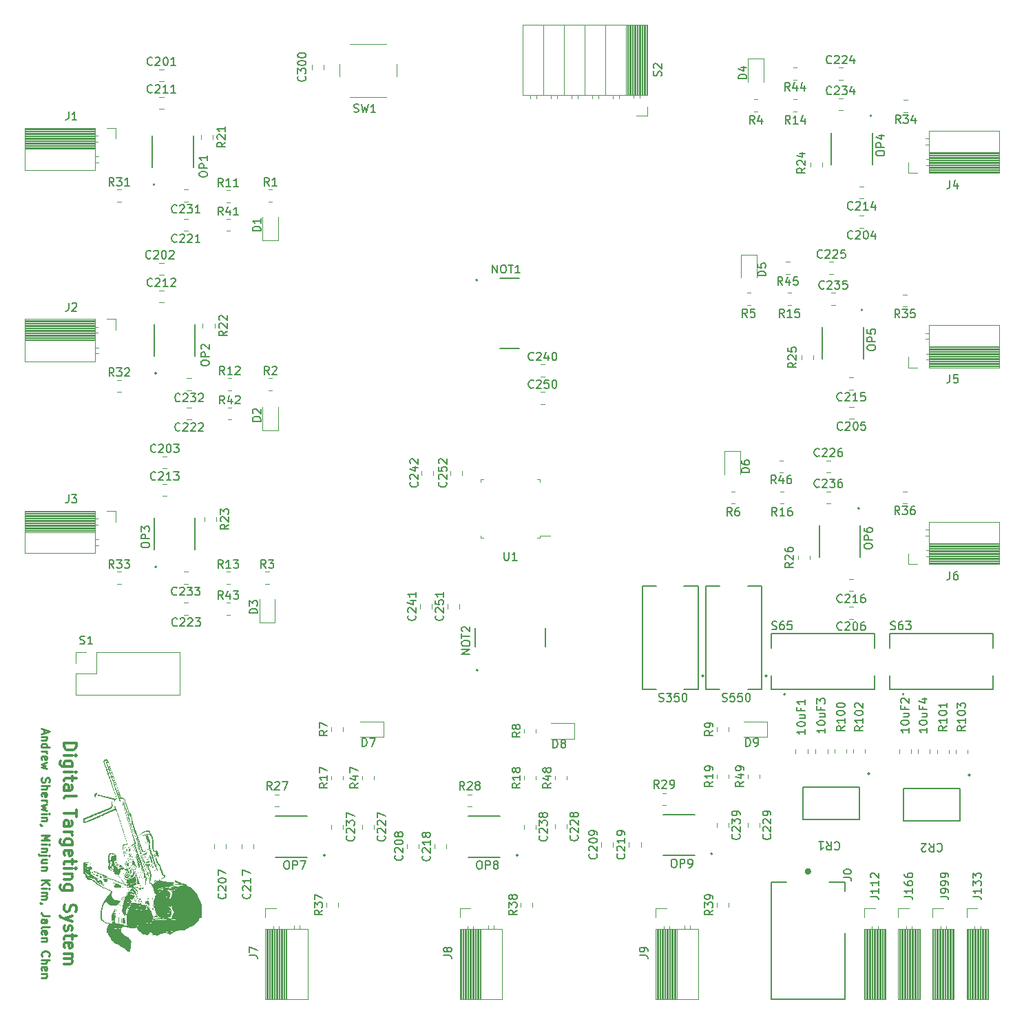
<source format=gbr>
%TF.GenerationSoftware,KiCad,Pcbnew,(6.0.11-0)*%
%TF.CreationDate,2023-11-18T03:17:01-06:00*%
%TF.ProjectId,ECE395_Digital_Target,45434533-3935-45f4-9469-676974616c5f,rev?*%
%TF.SameCoordinates,Original*%
%TF.FileFunction,Legend,Top*%
%TF.FilePolarity,Positive*%
%FSLAX46Y46*%
G04 Gerber Fmt 4.6, Leading zero omitted, Abs format (unit mm)*
G04 Created by KiCad (PCBNEW (6.0.11-0)) date 2023-11-18 03:17:01*
%MOMM*%
%LPD*%
G01*
G04 APERTURE LIST*
%ADD10C,0.250000*%
%ADD11C,0.375000*%
%ADD12C,0.150000*%
%ADD13C,0.300000*%
%ADD14C,0.120000*%
%ADD15C,0.127000*%
%ADD16C,0.200000*%
%ADD17C,0.400000*%
%ADD18C,0.152400*%
G04 APERTURE END LIST*
D10*
X51033333Y-117914285D02*
X51033333Y-118390476D01*
X50747619Y-117819047D02*
X51747619Y-118152380D01*
X50747619Y-118485714D01*
X51414285Y-118819047D02*
X50747619Y-118819047D01*
X51319047Y-118819047D02*
X51366666Y-118866666D01*
X51414285Y-118961904D01*
X51414285Y-119104761D01*
X51366666Y-119200000D01*
X51271428Y-119247619D01*
X50747619Y-119247619D01*
X50747619Y-120152380D02*
X51747619Y-120152380D01*
X50795238Y-120152380D02*
X50747619Y-120057142D01*
X50747619Y-119866666D01*
X50795238Y-119771428D01*
X50842857Y-119723809D01*
X50938095Y-119676190D01*
X51223809Y-119676190D01*
X51319047Y-119723809D01*
X51366666Y-119771428D01*
X51414285Y-119866666D01*
X51414285Y-120057142D01*
X51366666Y-120152380D01*
X50747619Y-120628571D02*
X51414285Y-120628571D01*
X51223809Y-120628571D02*
X51319047Y-120676190D01*
X51366666Y-120723809D01*
X51414285Y-120819047D01*
X51414285Y-120914285D01*
X50795238Y-121628571D02*
X50747619Y-121533333D01*
X50747619Y-121342857D01*
X50795238Y-121247619D01*
X50890476Y-121200000D01*
X51271428Y-121200000D01*
X51366666Y-121247619D01*
X51414285Y-121342857D01*
X51414285Y-121533333D01*
X51366666Y-121628571D01*
X51271428Y-121676190D01*
X51176190Y-121676190D01*
X51080952Y-121200000D01*
X51414285Y-122009523D02*
X50747619Y-122200000D01*
X51223809Y-122390476D01*
X50747619Y-122580952D01*
X51414285Y-122771428D01*
X50795238Y-123866666D02*
X50747619Y-124009523D01*
X50747619Y-124247619D01*
X50795238Y-124342857D01*
X50842857Y-124390476D01*
X50938095Y-124438095D01*
X51033333Y-124438095D01*
X51128571Y-124390476D01*
X51176190Y-124342857D01*
X51223809Y-124247619D01*
X51271428Y-124057142D01*
X51319047Y-123961904D01*
X51366666Y-123914285D01*
X51461904Y-123866666D01*
X51557142Y-123866666D01*
X51652380Y-123914285D01*
X51700000Y-123961904D01*
X51747619Y-124057142D01*
X51747619Y-124295238D01*
X51700000Y-124438095D01*
X50747619Y-124866666D02*
X51747619Y-124866666D01*
X50747619Y-125295238D02*
X51271428Y-125295238D01*
X51366666Y-125247619D01*
X51414285Y-125152380D01*
X51414285Y-125009523D01*
X51366666Y-124914285D01*
X51319047Y-124866666D01*
X50795238Y-126152380D02*
X50747619Y-126057142D01*
X50747619Y-125866666D01*
X50795238Y-125771428D01*
X50890476Y-125723809D01*
X51271428Y-125723809D01*
X51366666Y-125771428D01*
X51414285Y-125866666D01*
X51414285Y-126057142D01*
X51366666Y-126152380D01*
X51271428Y-126200000D01*
X51176190Y-126200000D01*
X51080952Y-125723809D01*
X50747619Y-126628571D02*
X51414285Y-126628571D01*
X51223809Y-126628571D02*
X51319047Y-126676190D01*
X51366666Y-126723809D01*
X51414285Y-126819047D01*
X51414285Y-126914285D01*
X51414285Y-127152380D02*
X50747619Y-127342857D01*
X51223809Y-127533333D01*
X50747619Y-127723809D01*
X51414285Y-127914285D01*
X50747619Y-128295238D02*
X51414285Y-128295238D01*
X51747619Y-128295238D02*
X51700000Y-128247619D01*
X51652380Y-128295238D01*
X51700000Y-128342857D01*
X51747619Y-128295238D01*
X51652380Y-128295238D01*
X51414285Y-128771428D02*
X50747619Y-128771428D01*
X51319047Y-128771428D02*
X51366666Y-128819047D01*
X51414285Y-128914285D01*
X51414285Y-129057142D01*
X51366666Y-129152380D01*
X51271428Y-129200000D01*
X50747619Y-129200000D01*
X50795238Y-129723809D02*
X50747619Y-129723809D01*
X50652380Y-129676190D01*
X50604761Y-129628571D01*
X50747619Y-130914285D02*
X51747619Y-130914285D01*
X51033333Y-131247619D01*
X51747619Y-131580952D01*
X50747619Y-131580952D01*
X50747619Y-132057142D02*
X51414285Y-132057142D01*
X51747619Y-132057142D02*
X51700000Y-132009523D01*
X51652380Y-132057142D01*
X51700000Y-132104761D01*
X51747619Y-132057142D01*
X51652380Y-132057142D01*
X51414285Y-132533333D02*
X50747619Y-132533333D01*
X51319047Y-132533333D02*
X51366666Y-132580952D01*
X51414285Y-132676190D01*
X51414285Y-132819047D01*
X51366666Y-132914285D01*
X51271428Y-132961904D01*
X50747619Y-132961904D01*
X51414285Y-133438095D02*
X50557142Y-133438095D01*
X50461904Y-133390476D01*
X50414285Y-133295238D01*
X50414285Y-133247619D01*
X51747619Y-133438095D02*
X51700000Y-133390476D01*
X51652380Y-133438095D01*
X51700000Y-133485714D01*
X51747619Y-133438095D01*
X51652380Y-133438095D01*
X51414285Y-134342857D02*
X50747619Y-134342857D01*
X51414285Y-133914285D02*
X50890476Y-133914285D01*
X50795238Y-133961904D01*
X50747619Y-134057142D01*
X50747619Y-134200000D01*
X50795238Y-134295238D01*
X50842857Y-134342857D01*
X51414285Y-134819047D02*
X50747619Y-134819047D01*
X51319047Y-134819047D02*
X51366666Y-134866666D01*
X51414285Y-134961904D01*
X51414285Y-135104761D01*
X51366666Y-135200000D01*
X51271428Y-135247619D01*
X50747619Y-135247619D01*
X50747619Y-136485714D02*
X51747619Y-136485714D01*
X50747619Y-137057142D02*
X51319047Y-136628571D01*
X51747619Y-137057142D02*
X51176190Y-136485714D01*
X50747619Y-137485714D02*
X51414285Y-137485714D01*
X51747619Y-137485714D02*
X51700000Y-137438095D01*
X51652380Y-137485714D01*
X51700000Y-137533333D01*
X51747619Y-137485714D01*
X51652380Y-137485714D01*
X50747619Y-137961904D02*
X51414285Y-137961904D01*
X51319047Y-137961904D02*
X51366666Y-138009523D01*
X51414285Y-138104761D01*
X51414285Y-138247619D01*
X51366666Y-138342857D01*
X51271428Y-138390476D01*
X50747619Y-138390476D01*
X51271428Y-138390476D02*
X51366666Y-138438095D01*
X51414285Y-138533333D01*
X51414285Y-138676190D01*
X51366666Y-138771428D01*
X51271428Y-138819047D01*
X50747619Y-138819047D01*
X50795238Y-139342857D02*
X50747619Y-139342857D01*
X50652380Y-139295238D01*
X50604761Y-139247619D01*
X51747619Y-140819047D02*
X51033333Y-140819047D01*
X50890476Y-140771428D01*
X50795238Y-140676190D01*
X50747619Y-140533333D01*
X50747619Y-140438095D01*
X50747619Y-141723809D02*
X51271428Y-141723809D01*
X51366666Y-141676190D01*
X51414285Y-141580952D01*
X51414285Y-141390476D01*
X51366666Y-141295238D01*
X50795238Y-141723809D02*
X50747619Y-141628571D01*
X50747619Y-141390476D01*
X50795238Y-141295238D01*
X50890476Y-141247619D01*
X50985714Y-141247619D01*
X51080952Y-141295238D01*
X51128571Y-141390476D01*
X51128571Y-141628571D01*
X51176190Y-141723809D01*
X50747619Y-142342857D02*
X50795238Y-142247619D01*
X50890476Y-142200000D01*
X51747619Y-142200000D01*
X50795238Y-143104761D02*
X50747619Y-143009523D01*
X50747619Y-142819047D01*
X50795238Y-142723809D01*
X50890476Y-142676190D01*
X51271428Y-142676190D01*
X51366666Y-142723809D01*
X51414285Y-142819047D01*
X51414285Y-143009523D01*
X51366666Y-143104761D01*
X51271428Y-143152380D01*
X51176190Y-143152380D01*
X51080952Y-142676190D01*
X51414285Y-143580952D02*
X50747619Y-143580952D01*
X51319047Y-143580952D02*
X51366666Y-143628571D01*
X51414285Y-143723809D01*
X51414285Y-143866666D01*
X51366666Y-143961904D01*
X51271428Y-144009523D01*
X50747619Y-144009523D01*
X50842857Y-145819047D02*
X50795238Y-145771428D01*
X50747619Y-145628571D01*
X50747619Y-145533333D01*
X50795238Y-145390476D01*
X50890476Y-145295238D01*
X50985714Y-145247619D01*
X51176190Y-145200000D01*
X51319047Y-145200000D01*
X51509523Y-145247619D01*
X51604761Y-145295238D01*
X51700000Y-145390476D01*
X51747619Y-145533333D01*
X51747619Y-145628571D01*
X51700000Y-145771428D01*
X51652380Y-145819047D01*
X50747619Y-146247619D02*
X51747619Y-146247619D01*
X50747619Y-146676190D02*
X51271428Y-146676190D01*
X51366666Y-146628571D01*
X51414285Y-146533333D01*
X51414285Y-146390476D01*
X51366666Y-146295238D01*
X51319047Y-146247619D01*
X50795238Y-147533333D02*
X50747619Y-147438095D01*
X50747619Y-147247619D01*
X50795238Y-147152380D01*
X50890476Y-147104761D01*
X51271428Y-147104761D01*
X51366666Y-147152380D01*
X51414285Y-147247619D01*
X51414285Y-147438095D01*
X51366666Y-147533333D01*
X51271428Y-147580952D01*
X51176190Y-147580952D01*
X51080952Y-147104761D01*
X51414285Y-148009523D02*
X50747619Y-148009523D01*
X51319047Y-148009523D02*
X51366666Y-148057142D01*
X51414285Y-148152380D01*
X51414285Y-148295238D01*
X51366666Y-148390476D01*
X51271428Y-148438095D01*
X50747619Y-148438095D01*
D11*
X53521428Y-119628571D02*
X55021428Y-119628571D01*
X55021428Y-119985714D01*
X54950000Y-120200000D01*
X54807142Y-120342857D01*
X54664285Y-120414285D01*
X54378571Y-120485714D01*
X54164285Y-120485714D01*
X53878571Y-120414285D01*
X53735714Y-120342857D01*
X53592857Y-120200000D01*
X53521428Y-119985714D01*
X53521428Y-119628571D01*
X53521428Y-121128571D02*
X54521428Y-121128571D01*
X55021428Y-121128571D02*
X54950000Y-121057142D01*
X54878571Y-121128571D01*
X54950000Y-121200000D01*
X55021428Y-121128571D01*
X54878571Y-121128571D01*
X54521428Y-122485714D02*
X53307142Y-122485714D01*
X53164285Y-122414285D01*
X53092857Y-122342857D01*
X53021428Y-122200000D01*
X53021428Y-121985714D01*
X53092857Y-121842857D01*
X53592857Y-122485714D02*
X53521428Y-122342857D01*
X53521428Y-122057142D01*
X53592857Y-121914285D01*
X53664285Y-121842857D01*
X53807142Y-121771428D01*
X54235714Y-121771428D01*
X54378571Y-121842857D01*
X54450000Y-121914285D01*
X54521428Y-122057142D01*
X54521428Y-122342857D01*
X54450000Y-122485714D01*
X53521428Y-123200000D02*
X54521428Y-123200000D01*
X55021428Y-123200000D02*
X54950000Y-123128571D01*
X54878571Y-123200000D01*
X54950000Y-123271428D01*
X55021428Y-123200000D01*
X54878571Y-123200000D01*
X54521428Y-123700000D02*
X54521428Y-124271428D01*
X55021428Y-123914285D02*
X53735714Y-123914285D01*
X53592857Y-123985714D01*
X53521428Y-124128571D01*
X53521428Y-124271428D01*
X53521428Y-125414285D02*
X54307142Y-125414285D01*
X54450000Y-125342857D01*
X54521428Y-125200000D01*
X54521428Y-124914285D01*
X54450000Y-124771428D01*
X53592857Y-125414285D02*
X53521428Y-125271428D01*
X53521428Y-124914285D01*
X53592857Y-124771428D01*
X53735714Y-124700000D01*
X53878571Y-124700000D01*
X54021428Y-124771428D01*
X54092857Y-124914285D01*
X54092857Y-125271428D01*
X54164285Y-125414285D01*
X53521428Y-126342857D02*
X53592857Y-126200000D01*
X53735714Y-126128571D01*
X55021428Y-126128571D01*
X55021428Y-127842857D02*
X55021428Y-128700000D01*
X53521428Y-128271428D02*
X55021428Y-128271428D01*
X53521428Y-129842857D02*
X54307142Y-129842857D01*
X54450000Y-129771428D01*
X54521428Y-129628571D01*
X54521428Y-129342857D01*
X54450000Y-129200000D01*
X53592857Y-129842857D02*
X53521428Y-129700000D01*
X53521428Y-129342857D01*
X53592857Y-129200000D01*
X53735714Y-129128571D01*
X53878571Y-129128571D01*
X54021428Y-129200000D01*
X54092857Y-129342857D01*
X54092857Y-129700000D01*
X54164285Y-129842857D01*
X53521428Y-130557142D02*
X54521428Y-130557142D01*
X54235714Y-130557142D02*
X54378571Y-130628571D01*
X54450000Y-130700000D01*
X54521428Y-130842857D01*
X54521428Y-130985714D01*
X54521428Y-132128571D02*
X53307142Y-132128571D01*
X53164285Y-132057142D01*
X53092857Y-131985714D01*
X53021428Y-131842857D01*
X53021428Y-131628571D01*
X53092857Y-131485714D01*
X53592857Y-132128571D02*
X53521428Y-131985714D01*
X53521428Y-131699999D01*
X53592857Y-131557142D01*
X53664285Y-131485714D01*
X53807142Y-131414285D01*
X54235714Y-131414285D01*
X54378571Y-131485714D01*
X54450000Y-131557142D01*
X54521428Y-131700000D01*
X54521428Y-131985714D01*
X54450000Y-132128571D01*
X53592857Y-133414285D02*
X53521428Y-133271428D01*
X53521428Y-132985714D01*
X53592857Y-132842857D01*
X53735714Y-132771428D01*
X54307142Y-132771428D01*
X54450000Y-132842857D01*
X54521428Y-132985714D01*
X54521428Y-133271428D01*
X54450000Y-133414285D01*
X54307142Y-133485714D01*
X54164285Y-133485714D01*
X54021428Y-132771428D01*
X54521428Y-133914285D02*
X54521428Y-134485714D01*
X55021428Y-134128571D02*
X53735714Y-134128571D01*
X53592857Y-134199999D01*
X53521428Y-134342857D01*
X53521428Y-134485714D01*
X53521428Y-134985714D02*
X54521428Y-134985714D01*
X55021428Y-134985714D02*
X54950000Y-134914285D01*
X54878571Y-134985714D01*
X54950000Y-135057142D01*
X55021428Y-134985714D01*
X54878571Y-134985714D01*
X54521428Y-135700000D02*
X53521428Y-135700000D01*
X54378571Y-135700000D02*
X54450000Y-135771428D01*
X54521428Y-135914285D01*
X54521428Y-136128571D01*
X54450000Y-136271428D01*
X54307142Y-136342857D01*
X53521428Y-136342857D01*
X54521428Y-137700000D02*
X53307142Y-137700000D01*
X53164285Y-137628571D01*
X53092857Y-137557142D01*
X53021428Y-137414285D01*
X53021428Y-137200000D01*
X53092857Y-137057142D01*
X53592857Y-137700000D02*
X53521428Y-137557142D01*
X53521428Y-137271428D01*
X53592857Y-137128571D01*
X53664285Y-137057142D01*
X53807142Y-136985714D01*
X54235714Y-136985714D01*
X54378571Y-137057142D01*
X54450000Y-137128571D01*
X54521428Y-137271428D01*
X54521428Y-137557142D01*
X54450000Y-137700000D01*
X53592857Y-139485714D02*
X53521428Y-139700000D01*
X53521428Y-140057142D01*
X53592857Y-140200000D01*
X53664285Y-140271428D01*
X53807142Y-140342857D01*
X53950000Y-140342857D01*
X54092857Y-140271428D01*
X54164285Y-140200000D01*
X54235714Y-140057142D01*
X54307142Y-139771428D01*
X54378571Y-139628571D01*
X54450000Y-139557142D01*
X54592857Y-139485714D01*
X54735714Y-139485714D01*
X54878571Y-139557142D01*
X54950000Y-139628571D01*
X55021428Y-139771428D01*
X55021428Y-140128571D01*
X54950000Y-140342857D01*
X54521428Y-140842857D02*
X53521428Y-141200000D01*
X54521428Y-141557142D02*
X53521428Y-141200000D01*
X53164285Y-141057142D01*
X53092857Y-140985714D01*
X53021428Y-140842857D01*
X53592857Y-142057142D02*
X53521428Y-142200000D01*
X53521428Y-142485714D01*
X53592857Y-142628571D01*
X53735714Y-142700000D01*
X53807142Y-142700000D01*
X53950000Y-142628571D01*
X54021428Y-142485714D01*
X54021428Y-142271428D01*
X54092857Y-142128571D01*
X54235714Y-142057142D01*
X54307142Y-142057142D01*
X54450000Y-142128571D01*
X54521428Y-142271428D01*
X54521428Y-142485714D01*
X54450000Y-142628571D01*
X54521428Y-143128571D02*
X54521428Y-143700000D01*
X55021428Y-143342857D02*
X53735714Y-143342857D01*
X53592857Y-143414285D01*
X53521428Y-143557142D01*
X53521428Y-143700000D01*
X53592857Y-144771428D02*
X53521428Y-144628571D01*
X53521428Y-144342857D01*
X53592857Y-144200000D01*
X53735714Y-144128571D01*
X54307142Y-144128571D01*
X54450000Y-144200000D01*
X54521428Y-144342857D01*
X54521428Y-144628571D01*
X54450000Y-144771428D01*
X54307142Y-144842857D01*
X54164285Y-144842857D01*
X54021428Y-144128571D01*
X53521428Y-145485714D02*
X54521428Y-145485714D01*
X54378571Y-145485714D02*
X54450000Y-145557142D01*
X54521428Y-145700000D01*
X54521428Y-145914285D01*
X54450000Y-146057142D01*
X54307142Y-146128571D01*
X53521428Y-146128571D01*
X54307142Y-146128571D02*
X54450000Y-146200000D01*
X54521428Y-146342857D01*
X54521428Y-146557142D01*
X54450000Y-146700000D01*
X54307142Y-146771428D01*
X53521428Y-146771428D01*
D12*
%TO.C,C206*%
X149180952Y-105637142D02*
X149133333Y-105684761D01*
X148990476Y-105732380D01*
X148895238Y-105732380D01*
X148752380Y-105684761D01*
X148657142Y-105589523D01*
X148609523Y-105494285D01*
X148561904Y-105303809D01*
X148561904Y-105160952D01*
X148609523Y-104970476D01*
X148657142Y-104875238D01*
X148752380Y-104780000D01*
X148895238Y-104732380D01*
X148990476Y-104732380D01*
X149133333Y-104780000D01*
X149180952Y-104827619D01*
X149561904Y-104827619D02*
X149609523Y-104780000D01*
X149704761Y-104732380D01*
X149942857Y-104732380D01*
X150038095Y-104780000D01*
X150085714Y-104827619D01*
X150133333Y-104922857D01*
X150133333Y-105018095D01*
X150085714Y-105160952D01*
X149514285Y-105732380D01*
X150133333Y-105732380D01*
X150752380Y-104732380D02*
X150847619Y-104732380D01*
X150942857Y-104780000D01*
X150990476Y-104827619D01*
X151038095Y-104922857D01*
X151085714Y-105113333D01*
X151085714Y-105351428D01*
X151038095Y-105541904D01*
X150990476Y-105637142D01*
X150942857Y-105684761D01*
X150847619Y-105732380D01*
X150752380Y-105732380D01*
X150657142Y-105684761D01*
X150609523Y-105637142D01*
X150561904Y-105541904D01*
X150514285Y-105351428D01*
X150514285Y-105113333D01*
X150561904Y-104922857D01*
X150609523Y-104827619D01*
X150657142Y-104780000D01*
X150752380Y-104732380D01*
X151942857Y-104732380D02*
X151752380Y-104732380D01*
X151657142Y-104780000D01*
X151609523Y-104827619D01*
X151514285Y-104970476D01*
X151466666Y-105160952D01*
X151466666Y-105541904D01*
X151514285Y-105637142D01*
X151561904Y-105684761D01*
X151657142Y-105732380D01*
X151847619Y-105732380D01*
X151942857Y-105684761D01*
X151990476Y-105637142D01*
X152038095Y-105541904D01*
X152038095Y-105303809D01*
X151990476Y-105208571D01*
X151942857Y-105160952D01*
X151847619Y-105113333D01*
X151657142Y-105113333D01*
X151561904Y-105160952D01*
X151514285Y-105208571D01*
X151466666Y-105303809D01*
%TO.C,10uF4*%
X159652380Y-117747619D02*
X159652380Y-118319047D01*
X159652380Y-118033333D02*
X158652380Y-118033333D01*
X158795238Y-118128571D01*
X158890476Y-118223809D01*
X158938095Y-118319047D01*
X158652380Y-117128571D02*
X158652380Y-117033333D01*
X158700000Y-116938095D01*
X158747619Y-116890476D01*
X158842857Y-116842857D01*
X159033333Y-116795238D01*
X159271428Y-116795238D01*
X159461904Y-116842857D01*
X159557142Y-116890476D01*
X159604761Y-116938095D01*
X159652380Y-117033333D01*
X159652380Y-117128571D01*
X159604761Y-117223809D01*
X159557142Y-117271428D01*
X159461904Y-117319047D01*
X159271428Y-117366666D01*
X159033333Y-117366666D01*
X158842857Y-117319047D01*
X158747619Y-117271428D01*
X158700000Y-117223809D01*
X158652380Y-117128571D01*
X158985714Y-115938095D02*
X159652380Y-115938095D01*
X158985714Y-116366666D02*
X159509523Y-116366666D01*
X159604761Y-116319047D01*
X159652380Y-116223809D01*
X159652380Y-116080952D01*
X159604761Y-115985714D01*
X159557142Y-115938095D01*
X159128571Y-115128571D02*
X159128571Y-115461904D01*
X159652380Y-115461904D02*
X158652380Y-115461904D01*
X158652380Y-114985714D01*
X158985714Y-114176190D02*
X159652380Y-114176190D01*
X158604761Y-114414285D02*
X159319047Y-114652380D01*
X159319047Y-114033333D01*
%TO.C,S2*%
X126937261Y-37581904D02*
X126984880Y-37439047D01*
X126984880Y-37200952D01*
X126937261Y-37105714D01*
X126889642Y-37058095D01*
X126794404Y-37010476D01*
X126699166Y-37010476D01*
X126603928Y-37058095D01*
X126556309Y-37105714D01*
X126508690Y-37200952D01*
X126461071Y-37391428D01*
X126413452Y-37486666D01*
X126365833Y-37534285D01*
X126270595Y-37581904D01*
X126175357Y-37581904D01*
X126080119Y-37534285D01*
X126032500Y-37486666D01*
X125984880Y-37391428D01*
X125984880Y-37153333D01*
X126032500Y-37010476D01*
X126080119Y-36629523D02*
X126032500Y-36581904D01*
X125984880Y-36486666D01*
X125984880Y-36248571D01*
X126032500Y-36153333D01*
X126080119Y-36105714D01*
X126175357Y-36058095D01*
X126270595Y-36058095D01*
X126413452Y-36105714D01*
X126984880Y-36677142D01*
X126984880Y-36058095D01*
%TO.C,D6*%
X137802380Y-86338095D02*
X136802380Y-86338095D01*
X136802380Y-86100000D01*
X136850000Y-85957142D01*
X136945238Y-85861904D01*
X137040476Y-85814285D01*
X137230952Y-85766666D01*
X137373809Y-85766666D01*
X137564285Y-85814285D01*
X137659523Y-85861904D01*
X137754761Y-85957142D01*
X137802380Y-86100000D01*
X137802380Y-86338095D01*
X136802380Y-84909523D02*
X136802380Y-85100000D01*
X136850000Y-85195238D01*
X136897619Y-85242857D01*
X137040476Y-85338095D01*
X137230952Y-85385714D01*
X137611904Y-85385714D01*
X137707142Y-85338095D01*
X137754761Y-85290476D01*
X137802380Y-85195238D01*
X137802380Y-85004761D01*
X137754761Y-84909523D01*
X137707142Y-84861904D01*
X137611904Y-84814285D01*
X137373809Y-84814285D01*
X137278571Y-84861904D01*
X137230952Y-84909523D01*
X137183333Y-85004761D01*
X137183333Y-85195238D01*
X137230952Y-85290476D01*
X137278571Y-85338095D01*
X137373809Y-85385714D01*
%TO.C,C234*%
X147880952Y-39777142D02*
X147833333Y-39824761D01*
X147690476Y-39872380D01*
X147595238Y-39872380D01*
X147452380Y-39824761D01*
X147357142Y-39729523D01*
X147309523Y-39634285D01*
X147261904Y-39443809D01*
X147261904Y-39300952D01*
X147309523Y-39110476D01*
X147357142Y-39015238D01*
X147452380Y-38920000D01*
X147595238Y-38872380D01*
X147690476Y-38872380D01*
X147833333Y-38920000D01*
X147880952Y-38967619D01*
X148261904Y-38967619D02*
X148309523Y-38920000D01*
X148404761Y-38872380D01*
X148642857Y-38872380D01*
X148738095Y-38920000D01*
X148785714Y-38967619D01*
X148833333Y-39062857D01*
X148833333Y-39158095D01*
X148785714Y-39300952D01*
X148214285Y-39872380D01*
X148833333Y-39872380D01*
X149166666Y-38872380D02*
X149785714Y-38872380D01*
X149452380Y-39253333D01*
X149595238Y-39253333D01*
X149690476Y-39300952D01*
X149738095Y-39348571D01*
X149785714Y-39443809D01*
X149785714Y-39681904D01*
X149738095Y-39777142D01*
X149690476Y-39824761D01*
X149595238Y-39872380D01*
X149309523Y-39872380D01*
X149214285Y-39824761D01*
X149166666Y-39777142D01*
X150642857Y-39205714D02*
X150642857Y-39872380D01*
X150404761Y-38824761D02*
X150166666Y-39539047D01*
X150785714Y-39539047D01*
%TO.C,C232*%
X67780952Y-77537142D02*
X67733333Y-77584761D01*
X67590476Y-77632380D01*
X67495238Y-77632380D01*
X67352380Y-77584761D01*
X67257142Y-77489523D01*
X67209523Y-77394285D01*
X67161904Y-77203809D01*
X67161904Y-77060952D01*
X67209523Y-76870476D01*
X67257142Y-76775238D01*
X67352380Y-76680000D01*
X67495238Y-76632380D01*
X67590476Y-76632380D01*
X67733333Y-76680000D01*
X67780952Y-76727619D01*
X68161904Y-76727619D02*
X68209523Y-76680000D01*
X68304761Y-76632380D01*
X68542857Y-76632380D01*
X68638095Y-76680000D01*
X68685714Y-76727619D01*
X68733333Y-76822857D01*
X68733333Y-76918095D01*
X68685714Y-77060952D01*
X68114285Y-77632380D01*
X68733333Y-77632380D01*
X69066666Y-76632380D02*
X69685714Y-76632380D01*
X69352380Y-77013333D01*
X69495238Y-77013333D01*
X69590476Y-77060952D01*
X69638095Y-77108571D01*
X69685714Y-77203809D01*
X69685714Y-77441904D01*
X69638095Y-77537142D01*
X69590476Y-77584761D01*
X69495238Y-77632380D01*
X69209523Y-77632380D01*
X69114285Y-77584761D01*
X69066666Y-77537142D01*
X70066666Y-76727619D02*
X70114285Y-76680000D01*
X70209523Y-76632380D01*
X70447619Y-76632380D01*
X70542857Y-76680000D01*
X70590476Y-76727619D01*
X70638095Y-76822857D01*
X70638095Y-76918095D01*
X70590476Y-77060952D01*
X70019047Y-77632380D01*
X70638095Y-77632380D01*
%TO.C,OP9*%
X128413571Y-133889380D02*
X128604047Y-133889380D01*
X128699285Y-133937000D01*
X128794523Y-134032238D01*
X128842142Y-134222714D01*
X128842142Y-134556047D01*
X128794523Y-134746523D01*
X128699285Y-134841761D01*
X128604047Y-134889380D01*
X128413571Y-134889380D01*
X128318333Y-134841761D01*
X128223095Y-134746523D01*
X128175476Y-134556047D01*
X128175476Y-134222714D01*
X128223095Y-134032238D01*
X128318333Y-133937000D01*
X128413571Y-133889380D01*
X129270714Y-134889380D02*
X129270714Y-133889380D01*
X129651666Y-133889380D01*
X129746904Y-133937000D01*
X129794523Y-133984619D01*
X129842142Y-134079857D01*
X129842142Y-134222714D01*
X129794523Y-134317952D01*
X129746904Y-134365571D01*
X129651666Y-134413190D01*
X129270714Y-134413190D01*
X130318333Y-134889380D02*
X130508809Y-134889380D01*
X130604047Y-134841761D01*
X130651666Y-134794142D01*
X130746904Y-134651285D01*
X130794523Y-134460809D01*
X130794523Y-134079857D01*
X130746904Y-133984619D01*
X130699285Y-133937000D01*
X130604047Y-133889380D01*
X130413571Y-133889380D01*
X130318333Y-133937000D01*
X130270714Y-133984619D01*
X130223095Y-134079857D01*
X130223095Y-134317952D01*
X130270714Y-134413190D01*
X130318333Y-134460809D01*
X130413571Y-134508428D01*
X130604047Y-134508428D01*
X130699285Y-134460809D01*
X130746904Y-134413190D01*
X130794523Y-134317952D01*
%TO.C,OP4*%
X153389380Y-47186428D02*
X153389380Y-46995952D01*
X153437000Y-46900714D01*
X153532238Y-46805476D01*
X153722714Y-46757857D01*
X154056047Y-46757857D01*
X154246523Y-46805476D01*
X154341761Y-46900714D01*
X154389380Y-46995952D01*
X154389380Y-47186428D01*
X154341761Y-47281666D01*
X154246523Y-47376904D01*
X154056047Y-47424523D01*
X153722714Y-47424523D01*
X153532238Y-47376904D01*
X153437000Y-47281666D01*
X153389380Y-47186428D01*
X154389380Y-46329285D02*
X153389380Y-46329285D01*
X153389380Y-45948333D01*
X153437000Y-45853095D01*
X153484619Y-45805476D01*
X153579857Y-45757857D01*
X153722714Y-45757857D01*
X153817952Y-45805476D01*
X153865571Y-45853095D01*
X153913190Y-45948333D01*
X153913190Y-46329285D01*
X153722714Y-44900714D02*
X154389380Y-44900714D01*
X153341761Y-45138809D02*
X154056047Y-45376904D01*
X154056047Y-44757857D01*
%TO.C,S63*%
X155161904Y-105604761D02*
X155304761Y-105652380D01*
X155542857Y-105652380D01*
X155638095Y-105604761D01*
X155685714Y-105557142D01*
X155733333Y-105461904D01*
X155733333Y-105366666D01*
X155685714Y-105271428D01*
X155638095Y-105223809D01*
X155542857Y-105176190D01*
X155352380Y-105128571D01*
X155257142Y-105080952D01*
X155209523Y-105033333D01*
X155161904Y-104938095D01*
X155161904Y-104842857D01*
X155209523Y-104747619D01*
X155257142Y-104700000D01*
X155352380Y-104652380D01*
X155590476Y-104652380D01*
X155733333Y-104700000D01*
X156590476Y-104652380D02*
X156400000Y-104652380D01*
X156304761Y-104700000D01*
X156257142Y-104747619D01*
X156161904Y-104890476D01*
X156114285Y-105080952D01*
X156114285Y-105461904D01*
X156161904Y-105557142D01*
X156209523Y-105604761D01*
X156304761Y-105652380D01*
X156495238Y-105652380D01*
X156590476Y-105604761D01*
X156638095Y-105557142D01*
X156685714Y-105461904D01*
X156685714Y-105223809D01*
X156638095Y-105128571D01*
X156590476Y-105080952D01*
X156495238Y-105033333D01*
X156304761Y-105033333D01*
X156209523Y-105080952D01*
X156161904Y-105128571D01*
X156114285Y-105223809D01*
X157019047Y-104652380D02*
X157638095Y-104652380D01*
X157304761Y-105033333D01*
X157447619Y-105033333D01*
X157542857Y-105080952D01*
X157590476Y-105128571D01*
X157638095Y-105223809D01*
X157638095Y-105461904D01*
X157590476Y-105557142D01*
X157542857Y-105604761D01*
X157447619Y-105652380D01*
X157161904Y-105652380D01*
X157066666Y-105604761D01*
X157019047Y-105557142D01*
%TO.C,OP6*%
X151889380Y-95486428D02*
X151889380Y-95295952D01*
X151937000Y-95200714D01*
X152032238Y-95105476D01*
X152222714Y-95057857D01*
X152556047Y-95057857D01*
X152746523Y-95105476D01*
X152841761Y-95200714D01*
X152889380Y-95295952D01*
X152889380Y-95486428D01*
X152841761Y-95581666D01*
X152746523Y-95676904D01*
X152556047Y-95724523D01*
X152222714Y-95724523D01*
X152032238Y-95676904D01*
X151937000Y-95581666D01*
X151889380Y-95486428D01*
X152889380Y-94629285D02*
X151889380Y-94629285D01*
X151889380Y-94248333D01*
X151937000Y-94153095D01*
X151984619Y-94105476D01*
X152079857Y-94057857D01*
X152222714Y-94057857D01*
X152317952Y-94105476D01*
X152365571Y-94153095D01*
X152413190Y-94248333D01*
X152413190Y-94629285D01*
X151889380Y-93200714D02*
X151889380Y-93391190D01*
X151937000Y-93486428D01*
X151984619Y-93534047D01*
X152127476Y-93629285D01*
X152317952Y-93676904D01*
X152698904Y-93676904D01*
X152794142Y-93629285D01*
X152841761Y-93581666D01*
X152889380Y-93486428D01*
X152889380Y-93295952D01*
X152841761Y-93200714D01*
X152794142Y-93153095D01*
X152698904Y-93105476D01*
X152460809Y-93105476D01*
X152365571Y-93153095D01*
X152317952Y-93200714D01*
X152270333Y-93295952D01*
X152270333Y-93486428D01*
X152317952Y-93581666D01*
X152365571Y-93629285D01*
X152460809Y-93676904D01*
%TO.C,C212*%
X64380952Y-63377142D02*
X64333333Y-63424761D01*
X64190476Y-63472380D01*
X64095238Y-63472380D01*
X63952380Y-63424761D01*
X63857142Y-63329523D01*
X63809523Y-63234285D01*
X63761904Y-63043809D01*
X63761904Y-62900952D01*
X63809523Y-62710476D01*
X63857142Y-62615238D01*
X63952380Y-62520000D01*
X64095238Y-62472380D01*
X64190476Y-62472380D01*
X64333333Y-62520000D01*
X64380952Y-62567619D01*
X64761904Y-62567619D02*
X64809523Y-62520000D01*
X64904761Y-62472380D01*
X65142857Y-62472380D01*
X65238095Y-62520000D01*
X65285714Y-62567619D01*
X65333333Y-62662857D01*
X65333333Y-62758095D01*
X65285714Y-62900952D01*
X64714285Y-63472380D01*
X65333333Y-63472380D01*
X66285714Y-63472380D02*
X65714285Y-63472380D01*
X66000000Y-63472380D02*
X66000000Y-62472380D01*
X65904761Y-62615238D01*
X65809523Y-62710476D01*
X65714285Y-62758095D01*
X66666666Y-62567619D02*
X66714285Y-62520000D01*
X66809523Y-62472380D01*
X67047619Y-62472380D01*
X67142857Y-62520000D01*
X67190476Y-62567619D01*
X67238095Y-62662857D01*
X67238095Y-62758095D01*
X67190476Y-62900952D01*
X66619047Y-63472380D01*
X67238095Y-63472380D01*
%TO.C,10uF1*%
X144652380Y-117947619D02*
X144652380Y-118519047D01*
X144652380Y-118233333D02*
X143652380Y-118233333D01*
X143795238Y-118328571D01*
X143890476Y-118423809D01*
X143938095Y-118519047D01*
X143652380Y-117328571D02*
X143652380Y-117233333D01*
X143700000Y-117138095D01*
X143747619Y-117090476D01*
X143842857Y-117042857D01*
X144033333Y-116995238D01*
X144271428Y-116995238D01*
X144461904Y-117042857D01*
X144557142Y-117090476D01*
X144604761Y-117138095D01*
X144652380Y-117233333D01*
X144652380Y-117328571D01*
X144604761Y-117423809D01*
X144557142Y-117471428D01*
X144461904Y-117519047D01*
X144271428Y-117566666D01*
X144033333Y-117566666D01*
X143842857Y-117519047D01*
X143747619Y-117471428D01*
X143700000Y-117423809D01*
X143652380Y-117328571D01*
X143985714Y-116138095D02*
X144652380Y-116138095D01*
X143985714Y-116566666D02*
X144509523Y-116566666D01*
X144604761Y-116519047D01*
X144652380Y-116423809D01*
X144652380Y-116280952D01*
X144604761Y-116185714D01*
X144557142Y-116138095D01*
X144128571Y-115328571D02*
X144128571Y-115661904D01*
X144652380Y-115661904D02*
X143652380Y-115661904D01*
X143652380Y-115185714D01*
X144652380Y-114280952D02*
X144652380Y-114852380D01*
X144652380Y-114566666D02*
X143652380Y-114566666D01*
X143795238Y-114661904D01*
X143890476Y-114757142D01*
X143938095Y-114852380D01*
%TO.C,C235*%
X146980952Y-63677142D02*
X146933333Y-63724761D01*
X146790476Y-63772380D01*
X146695238Y-63772380D01*
X146552380Y-63724761D01*
X146457142Y-63629523D01*
X146409523Y-63534285D01*
X146361904Y-63343809D01*
X146361904Y-63200952D01*
X146409523Y-63010476D01*
X146457142Y-62915238D01*
X146552380Y-62820000D01*
X146695238Y-62772380D01*
X146790476Y-62772380D01*
X146933333Y-62820000D01*
X146980952Y-62867619D01*
X147361904Y-62867619D02*
X147409523Y-62820000D01*
X147504761Y-62772380D01*
X147742857Y-62772380D01*
X147838095Y-62820000D01*
X147885714Y-62867619D01*
X147933333Y-62962857D01*
X147933333Y-63058095D01*
X147885714Y-63200952D01*
X147314285Y-63772380D01*
X147933333Y-63772380D01*
X148266666Y-62772380D02*
X148885714Y-62772380D01*
X148552380Y-63153333D01*
X148695238Y-63153333D01*
X148790476Y-63200952D01*
X148838095Y-63248571D01*
X148885714Y-63343809D01*
X148885714Y-63581904D01*
X148838095Y-63677142D01*
X148790476Y-63724761D01*
X148695238Y-63772380D01*
X148409523Y-63772380D01*
X148314285Y-63724761D01*
X148266666Y-63677142D01*
X149790476Y-62772380D02*
X149314285Y-62772380D01*
X149266666Y-63248571D01*
X149314285Y-63200952D01*
X149409523Y-63153333D01*
X149647619Y-63153333D01*
X149742857Y-63200952D01*
X149790476Y-63248571D01*
X149838095Y-63343809D01*
X149838095Y-63581904D01*
X149790476Y-63677142D01*
X149742857Y-63724761D01*
X149647619Y-63772380D01*
X149409523Y-63772380D01*
X149314285Y-63724761D01*
X149266666Y-63677142D01*
%TO.C,R4*%
X138433333Y-43452380D02*
X138100000Y-42976190D01*
X137861904Y-43452380D02*
X137861904Y-42452380D01*
X138242857Y-42452380D01*
X138338095Y-42500000D01*
X138385714Y-42547619D01*
X138433333Y-42642857D01*
X138433333Y-42785714D01*
X138385714Y-42880952D01*
X138338095Y-42928571D01*
X138242857Y-42976190D01*
X137861904Y-42976190D01*
X139290476Y-42785714D02*
X139290476Y-43452380D01*
X139052380Y-42404761D02*
X138814285Y-43119047D01*
X139433333Y-43119047D01*
%TO.C,J0*%
X149327337Y-136133359D02*
X150041679Y-136133359D01*
X150184548Y-136180982D01*
X150279793Y-136276228D01*
X150327416Y-136419096D01*
X150327416Y-136514342D01*
X149327337Y-135466640D02*
X149327337Y-135371394D01*
X149374960Y-135276149D01*
X149422583Y-135228526D01*
X149517828Y-135180903D01*
X149708320Y-135133280D01*
X149946434Y-135133280D01*
X150136925Y-135180903D01*
X150232171Y-135228526D01*
X150279793Y-135276149D01*
X150327416Y-135371394D01*
X150327416Y-135466640D01*
X150279793Y-135561885D01*
X150232171Y-135609508D01*
X150136925Y-135657131D01*
X149946434Y-135704754D01*
X149708320Y-135704754D01*
X149517828Y-135657131D01*
X149422583Y-135609508D01*
X149374960Y-135561885D01*
X149327337Y-135466640D01*
%TO.C,C218*%
X98477142Y-133456547D02*
X98524761Y-133504166D01*
X98572380Y-133647023D01*
X98572380Y-133742261D01*
X98524761Y-133885119D01*
X98429523Y-133980357D01*
X98334285Y-134027976D01*
X98143809Y-134075595D01*
X98000952Y-134075595D01*
X97810476Y-134027976D01*
X97715238Y-133980357D01*
X97620000Y-133885119D01*
X97572380Y-133742261D01*
X97572380Y-133647023D01*
X97620000Y-133504166D01*
X97667619Y-133456547D01*
X97667619Y-133075595D02*
X97620000Y-133027976D01*
X97572380Y-132932738D01*
X97572380Y-132694642D01*
X97620000Y-132599404D01*
X97667619Y-132551785D01*
X97762857Y-132504166D01*
X97858095Y-132504166D01*
X98000952Y-132551785D01*
X98572380Y-133123214D01*
X98572380Y-132504166D01*
X98572380Y-131551785D02*
X98572380Y-132123214D01*
X98572380Y-131837500D02*
X97572380Y-131837500D01*
X97715238Y-131932738D01*
X97810476Y-132027976D01*
X97858095Y-132123214D01*
X98000952Y-130980357D02*
X97953333Y-131075595D01*
X97905714Y-131123214D01*
X97810476Y-131170833D01*
X97762857Y-131170833D01*
X97667619Y-131123214D01*
X97620000Y-131075595D01*
X97572380Y-130980357D01*
X97572380Y-130789880D01*
X97620000Y-130694642D01*
X97667619Y-130647023D01*
X97762857Y-130599404D01*
X97810476Y-130599404D01*
X97905714Y-130647023D01*
X97953333Y-130694642D01*
X98000952Y-130789880D01*
X98000952Y-130980357D01*
X98048571Y-131075595D01*
X98096190Y-131123214D01*
X98191428Y-131170833D01*
X98381904Y-131170833D01*
X98477142Y-131123214D01*
X98524761Y-131075595D01*
X98572380Y-130980357D01*
X98572380Y-130789880D01*
X98524761Y-130694642D01*
X98477142Y-130647023D01*
X98381904Y-130599404D01*
X98191428Y-130599404D01*
X98096190Y-130647023D01*
X98048571Y-130694642D01*
X98000952Y-130789880D01*
%TO.C,NOT1*%
X106208333Y-61817380D02*
X106208333Y-60817380D01*
X106779761Y-61817380D01*
X106779761Y-60817380D01*
X107446428Y-60817380D02*
X107636904Y-60817380D01*
X107732142Y-60865000D01*
X107827380Y-60960238D01*
X107875000Y-61150714D01*
X107875000Y-61484047D01*
X107827380Y-61674523D01*
X107732142Y-61769761D01*
X107636904Y-61817380D01*
X107446428Y-61817380D01*
X107351190Y-61769761D01*
X107255952Y-61674523D01*
X107208333Y-61484047D01*
X107208333Y-61150714D01*
X107255952Y-60960238D01*
X107351190Y-60865000D01*
X107446428Y-60817380D01*
X108160714Y-60817380D02*
X108732142Y-60817380D01*
X108446428Y-61817380D02*
X108446428Y-60817380D01*
X109589285Y-61817380D02*
X109017857Y-61817380D01*
X109303571Y-61817380D02*
X109303571Y-60817380D01*
X109208333Y-60960238D01*
X109113095Y-61055476D01*
X109017857Y-61103095D01*
%TO.C,C205*%
X149218452Y-81037142D02*
X149170833Y-81084761D01*
X149027976Y-81132380D01*
X148932738Y-81132380D01*
X148789880Y-81084761D01*
X148694642Y-80989523D01*
X148647023Y-80894285D01*
X148599404Y-80703809D01*
X148599404Y-80560952D01*
X148647023Y-80370476D01*
X148694642Y-80275238D01*
X148789880Y-80180000D01*
X148932738Y-80132380D01*
X149027976Y-80132380D01*
X149170833Y-80180000D01*
X149218452Y-80227619D01*
X149599404Y-80227619D02*
X149647023Y-80180000D01*
X149742261Y-80132380D01*
X149980357Y-80132380D01*
X150075595Y-80180000D01*
X150123214Y-80227619D01*
X150170833Y-80322857D01*
X150170833Y-80418095D01*
X150123214Y-80560952D01*
X149551785Y-81132380D01*
X150170833Y-81132380D01*
X150789880Y-80132380D02*
X150885119Y-80132380D01*
X150980357Y-80180000D01*
X151027976Y-80227619D01*
X151075595Y-80322857D01*
X151123214Y-80513333D01*
X151123214Y-80751428D01*
X151075595Y-80941904D01*
X151027976Y-81037142D01*
X150980357Y-81084761D01*
X150885119Y-81132380D01*
X150789880Y-81132380D01*
X150694642Y-81084761D01*
X150647023Y-81037142D01*
X150599404Y-80941904D01*
X150551785Y-80751428D01*
X150551785Y-80513333D01*
X150599404Y-80322857D01*
X150647023Y-80227619D01*
X150694642Y-80180000D01*
X150789880Y-80132380D01*
X152027976Y-80132380D02*
X151551785Y-80132380D01*
X151504166Y-80608571D01*
X151551785Y-80560952D01*
X151647023Y-80513333D01*
X151885119Y-80513333D01*
X151980357Y-80560952D01*
X152027976Y-80608571D01*
X152075595Y-80703809D01*
X152075595Y-80941904D01*
X152027976Y-81037142D01*
X151980357Y-81084761D01*
X151885119Y-81132380D01*
X151647023Y-81132380D01*
X151551785Y-81084761D01*
X151504166Y-81037142D01*
%TO.C,R22*%
X73552380Y-68942857D02*
X73076190Y-69276190D01*
X73552380Y-69514285D02*
X72552380Y-69514285D01*
X72552380Y-69133333D01*
X72600000Y-69038095D01*
X72647619Y-68990476D01*
X72742857Y-68942857D01*
X72885714Y-68942857D01*
X72980952Y-68990476D01*
X73028571Y-69038095D01*
X73076190Y-69133333D01*
X73076190Y-69514285D01*
X72647619Y-68561904D02*
X72600000Y-68514285D01*
X72552380Y-68419047D01*
X72552380Y-68180952D01*
X72600000Y-68085714D01*
X72647619Y-68038095D01*
X72742857Y-67990476D01*
X72838095Y-67990476D01*
X72980952Y-68038095D01*
X73552380Y-68609523D01*
X73552380Y-67990476D01*
X72647619Y-67609523D02*
X72600000Y-67561904D01*
X72552380Y-67466666D01*
X72552380Y-67228571D01*
X72600000Y-67133333D01*
X72647619Y-67085714D01*
X72742857Y-67038095D01*
X72838095Y-67038095D01*
X72980952Y-67085714D01*
X73552380Y-67657142D01*
X73552380Y-67038095D01*
%TO.C,R35*%
X156257142Y-67302380D02*
X155923809Y-66826190D01*
X155685714Y-67302380D02*
X155685714Y-66302380D01*
X156066666Y-66302380D01*
X156161904Y-66350000D01*
X156209523Y-66397619D01*
X156257142Y-66492857D01*
X156257142Y-66635714D01*
X156209523Y-66730952D01*
X156161904Y-66778571D01*
X156066666Y-66826190D01*
X155685714Y-66826190D01*
X156590476Y-66302380D02*
X157209523Y-66302380D01*
X156876190Y-66683333D01*
X157019047Y-66683333D01*
X157114285Y-66730952D01*
X157161904Y-66778571D01*
X157209523Y-66873809D01*
X157209523Y-67111904D01*
X157161904Y-67207142D01*
X157114285Y-67254761D01*
X157019047Y-67302380D01*
X156733333Y-67302380D01*
X156638095Y-67254761D01*
X156590476Y-67207142D01*
X158114285Y-66302380D02*
X157638095Y-66302380D01*
X157590476Y-66778571D01*
X157638095Y-66730952D01*
X157733333Y-66683333D01*
X157971428Y-66683333D01*
X158066666Y-66730952D01*
X158114285Y-66778571D01*
X158161904Y-66873809D01*
X158161904Y-67111904D01*
X158114285Y-67207142D01*
X158066666Y-67254761D01*
X157971428Y-67302380D01*
X157733333Y-67302380D01*
X157638095Y-67254761D01*
X157590476Y-67207142D01*
%TO.C,R29*%
X126657142Y-125152380D02*
X126323809Y-124676190D01*
X126085714Y-125152380D02*
X126085714Y-124152380D01*
X126466666Y-124152380D01*
X126561904Y-124200000D01*
X126609523Y-124247619D01*
X126657142Y-124342857D01*
X126657142Y-124485714D01*
X126609523Y-124580952D01*
X126561904Y-124628571D01*
X126466666Y-124676190D01*
X126085714Y-124676190D01*
X127038095Y-124247619D02*
X127085714Y-124200000D01*
X127180952Y-124152380D01*
X127419047Y-124152380D01*
X127514285Y-124200000D01*
X127561904Y-124247619D01*
X127609523Y-124342857D01*
X127609523Y-124438095D01*
X127561904Y-124580952D01*
X126990476Y-125152380D01*
X127609523Y-125152380D01*
X128085714Y-125152380D02*
X128276190Y-125152380D01*
X128371428Y-125104761D01*
X128419047Y-125057142D01*
X128514285Y-124914285D01*
X128561904Y-124723809D01*
X128561904Y-124342857D01*
X128514285Y-124247619D01*
X128466666Y-124200000D01*
X128371428Y-124152380D01*
X128180952Y-124152380D01*
X128085714Y-124200000D01*
X128038095Y-124247619D01*
X127990476Y-124342857D01*
X127990476Y-124580952D01*
X128038095Y-124676190D01*
X128085714Y-124723809D01*
X128180952Y-124771428D01*
X128371428Y-124771428D01*
X128466666Y-124723809D01*
X128514285Y-124676190D01*
X128561904Y-124580952D01*
%TO.C,R11*%
X73057142Y-51182380D02*
X72723809Y-50706190D01*
X72485714Y-51182380D02*
X72485714Y-50182380D01*
X72866666Y-50182380D01*
X72961904Y-50230000D01*
X73009523Y-50277619D01*
X73057142Y-50372857D01*
X73057142Y-50515714D01*
X73009523Y-50610952D01*
X72961904Y-50658571D01*
X72866666Y-50706190D01*
X72485714Y-50706190D01*
X74009523Y-51182380D02*
X73438095Y-51182380D01*
X73723809Y-51182380D02*
X73723809Y-50182380D01*
X73628571Y-50325238D01*
X73533333Y-50420476D01*
X73438095Y-50468095D01*
X74961904Y-51182380D02*
X74390476Y-51182380D01*
X74676190Y-51182380D02*
X74676190Y-50182380D01*
X74580952Y-50325238D01*
X74485714Y-50420476D01*
X74390476Y-50468095D01*
%TO.C,C215*%
X149180952Y-77437142D02*
X149133333Y-77484761D01*
X148990476Y-77532380D01*
X148895238Y-77532380D01*
X148752380Y-77484761D01*
X148657142Y-77389523D01*
X148609523Y-77294285D01*
X148561904Y-77103809D01*
X148561904Y-76960952D01*
X148609523Y-76770476D01*
X148657142Y-76675238D01*
X148752380Y-76580000D01*
X148895238Y-76532380D01*
X148990476Y-76532380D01*
X149133333Y-76580000D01*
X149180952Y-76627619D01*
X149561904Y-76627619D02*
X149609523Y-76580000D01*
X149704761Y-76532380D01*
X149942857Y-76532380D01*
X150038095Y-76580000D01*
X150085714Y-76627619D01*
X150133333Y-76722857D01*
X150133333Y-76818095D01*
X150085714Y-76960952D01*
X149514285Y-77532380D01*
X150133333Y-77532380D01*
X151085714Y-77532380D02*
X150514285Y-77532380D01*
X150800000Y-77532380D02*
X150800000Y-76532380D01*
X150704761Y-76675238D01*
X150609523Y-76770476D01*
X150514285Y-76818095D01*
X151990476Y-76532380D02*
X151514285Y-76532380D01*
X151466666Y-77008571D01*
X151514285Y-76960952D01*
X151609523Y-76913333D01*
X151847619Y-76913333D01*
X151942857Y-76960952D01*
X151990476Y-77008571D01*
X152038095Y-77103809D01*
X152038095Y-77341904D01*
X151990476Y-77437142D01*
X151942857Y-77484761D01*
X151847619Y-77532380D01*
X151609523Y-77532380D01*
X151514285Y-77484761D01*
X151466666Y-77437142D01*
%TO.C,C204*%
X150480952Y-57537142D02*
X150433333Y-57584761D01*
X150290476Y-57632380D01*
X150195238Y-57632380D01*
X150052380Y-57584761D01*
X149957142Y-57489523D01*
X149909523Y-57394285D01*
X149861904Y-57203809D01*
X149861904Y-57060952D01*
X149909523Y-56870476D01*
X149957142Y-56775238D01*
X150052380Y-56680000D01*
X150195238Y-56632380D01*
X150290476Y-56632380D01*
X150433333Y-56680000D01*
X150480952Y-56727619D01*
X150861904Y-56727619D02*
X150909523Y-56680000D01*
X151004761Y-56632380D01*
X151242857Y-56632380D01*
X151338095Y-56680000D01*
X151385714Y-56727619D01*
X151433333Y-56822857D01*
X151433333Y-56918095D01*
X151385714Y-57060952D01*
X150814285Y-57632380D01*
X151433333Y-57632380D01*
X152052380Y-56632380D02*
X152147619Y-56632380D01*
X152242857Y-56680000D01*
X152290476Y-56727619D01*
X152338095Y-56822857D01*
X152385714Y-57013333D01*
X152385714Y-57251428D01*
X152338095Y-57441904D01*
X152290476Y-57537142D01*
X152242857Y-57584761D01*
X152147619Y-57632380D01*
X152052380Y-57632380D01*
X151957142Y-57584761D01*
X151909523Y-57537142D01*
X151861904Y-57441904D01*
X151814285Y-57251428D01*
X151814285Y-57013333D01*
X151861904Y-56822857D01*
X151909523Y-56727619D01*
X151957142Y-56680000D01*
X152052380Y-56632380D01*
X153242857Y-56965714D02*
X153242857Y-57632380D01*
X153004761Y-56584761D02*
X152766666Y-57299047D01*
X153385714Y-57299047D01*
%TO.C,R33*%
X59657142Y-98102380D02*
X59323809Y-97626190D01*
X59085714Y-98102380D02*
X59085714Y-97102380D01*
X59466666Y-97102380D01*
X59561904Y-97150000D01*
X59609523Y-97197619D01*
X59657142Y-97292857D01*
X59657142Y-97435714D01*
X59609523Y-97530952D01*
X59561904Y-97578571D01*
X59466666Y-97626190D01*
X59085714Y-97626190D01*
X59990476Y-97102380D02*
X60609523Y-97102380D01*
X60276190Y-97483333D01*
X60419047Y-97483333D01*
X60514285Y-97530952D01*
X60561904Y-97578571D01*
X60609523Y-97673809D01*
X60609523Y-97911904D01*
X60561904Y-98007142D01*
X60514285Y-98054761D01*
X60419047Y-98102380D01*
X60133333Y-98102380D01*
X60038095Y-98054761D01*
X59990476Y-98007142D01*
X60942857Y-97102380D02*
X61561904Y-97102380D01*
X61228571Y-97483333D01*
X61371428Y-97483333D01*
X61466666Y-97530952D01*
X61514285Y-97578571D01*
X61561904Y-97673809D01*
X61561904Y-97911904D01*
X61514285Y-98007142D01*
X61466666Y-98054761D01*
X61371428Y-98102380D01*
X61085714Y-98102380D01*
X60990476Y-98054761D01*
X60942857Y-98007142D01*
%TO.C,C241*%
X96677142Y-103919047D02*
X96724761Y-103966666D01*
X96772380Y-104109523D01*
X96772380Y-104204761D01*
X96724761Y-104347619D01*
X96629523Y-104442857D01*
X96534285Y-104490476D01*
X96343809Y-104538095D01*
X96200952Y-104538095D01*
X96010476Y-104490476D01*
X95915238Y-104442857D01*
X95820000Y-104347619D01*
X95772380Y-104204761D01*
X95772380Y-104109523D01*
X95820000Y-103966666D01*
X95867619Y-103919047D01*
X95867619Y-103538095D02*
X95820000Y-103490476D01*
X95772380Y-103395238D01*
X95772380Y-103157142D01*
X95820000Y-103061904D01*
X95867619Y-103014285D01*
X95962857Y-102966666D01*
X96058095Y-102966666D01*
X96200952Y-103014285D01*
X96772380Y-103585714D01*
X96772380Y-102966666D01*
X96105714Y-102109523D02*
X96772380Y-102109523D01*
X95724761Y-102347619D02*
X96439047Y-102585714D01*
X96439047Y-101966666D01*
X96772380Y-101061904D02*
X96772380Y-101633333D01*
X96772380Y-101347619D02*
X95772380Y-101347619D01*
X95915238Y-101442857D01*
X96010476Y-101538095D01*
X96058095Y-101633333D01*
%TO.C,R21*%
X73352380Y-45742857D02*
X72876190Y-46076190D01*
X73352380Y-46314285D02*
X72352380Y-46314285D01*
X72352380Y-45933333D01*
X72400000Y-45838095D01*
X72447619Y-45790476D01*
X72542857Y-45742857D01*
X72685714Y-45742857D01*
X72780952Y-45790476D01*
X72828571Y-45838095D01*
X72876190Y-45933333D01*
X72876190Y-46314285D01*
X72447619Y-45361904D02*
X72400000Y-45314285D01*
X72352380Y-45219047D01*
X72352380Y-44980952D01*
X72400000Y-44885714D01*
X72447619Y-44838095D01*
X72542857Y-44790476D01*
X72638095Y-44790476D01*
X72780952Y-44838095D01*
X73352380Y-45409523D01*
X73352380Y-44790476D01*
X73352380Y-43838095D02*
X73352380Y-44409523D01*
X73352380Y-44123809D02*
X72352380Y-44123809D01*
X72495238Y-44219047D01*
X72590476Y-44314285D01*
X72638095Y-44409523D01*
%TO.C,R24*%
X144652380Y-48915793D02*
X144176190Y-49249126D01*
X144652380Y-49487221D02*
X143652380Y-49487221D01*
X143652380Y-49106269D01*
X143700000Y-49011031D01*
X143747619Y-48963412D01*
X143842857Y-48915793D01*
X143985714Y-48915793D01*
X144080952Y-48963412D01*
X144128571Y-49011031D01*
X144176190Y-49106269D01*
X144176190Y-49487221D01*
X143747619Y-48534840D02*
X143700000Y-48487221D01*
X143652380Y-48391983D01*
X143652380Y-48153888D01*
X143700000Y-48058650D01*
X143747619Y-48011031D01*
X143842857Y-47963412D01*
X143938095Y-47963412D01*
X144080952Y-48011031D01*
X144652380Y-48582459D01*
X144652380Y-47963412D01*
X143985714Y-47106269D02*
X144652380Y-47106269D01*
X143604761Y-47344364D02*
X144319047Y-47582459D01*
X144319047Y-46963412D01*
%TO.C,R5*%
X137533333Y-67252380D02*
X137200000Y-66776190D01*
X136961904Y-67252380D02*
X136961904Y-66252380D01*
X137342857Y-66252380D01*
X137438095Y-66300000D01*
X137485714Y-66347619D01*
X137533333Y-66442857D01*
X137533333Y-66585714D01*
X137485714Y-66680952D01*
X137438095Y-66728571D01*
X137342857Y-66776190D01*
X136961904Y-66776190D01*
X138438095Y-66252380D02*
X137961904Y-66252380D01*
X137914285Y-66728571D01*
X137961904Y-66680952D01*
X138057142Y-66633333D01*
X138295238Y-66633333D01*
X138390476Y-66680952D01*
X138438095Y-66728571D01*
X138485714Y-66823809D01*
X138485714Y-67061904D01*
X138438095Y-67157142D01*
X138390476Y-67204761D01*
X138295238Y-67252380D01*
X138057142Y-67252380D01*
X137961904Y-67204761D01*
X137914285Y-67157142D01*
%TO.C,R25*%
X143552380Y-72842857D02*
X143076190Y-73176190D01*
X143552380Y-73414285D02*
X142552380Y-73414285D01*
X142552380Y-73033333D01*
X142600000Y-72938095D01*
X142647619Y-72890476D01*
X142742857Y-72842857D01*
X142885714Y-72842857D01*
X142980952Y-72890476D01*
X143028571Y-72938095D01*
X143076190Y-73033333D01*
X143076190Y-73414285D01*
X142647619Y-72461904D02*
X142600000Y-72414285D01*
X142552380Y-72319047D01*
X142552380Y-72080952D01*
X142600000Y-71985714D01*
X142647619Y-71938095D01*
X142742857Y-71890476D01*
X142838095Y-71890476D01*
X142980952Y-71938095D01*
X143552380Y-72509523D01*
X143552380Y-71890476D01*
X142552380Y-70985714D02*
X142552380Y-71461904D01*
X143028571Y-71509523D01*
X142980952Y-71461904D01*
X142933333Y-71366666D01*
X142933333Y-71128571D01*
X142980952Y-71033333D01*
X143028571Y-70985714D01*
X143123809Y-70938095D01*
X143361904Y-70938095D01*
X143457142Y-70985714D01*
X143504761Y-71033333D01*
X143552380Y-71128571D01*
X143552380Y-71366666D01*
X143504761Y-71461904D01*
X143457142Y-71509523D01*
%TO.C,C203*%
X64780952Y-83777142D02*
X64733333Y-83824761D01*
X64590476Y-83872380D01*
X64495238Y-83872380D01*
X64352380Y-83824761D01*
X64257142Y-83729523D01*
X64209523Y-83634285D01*
X64161904Y-83443809D01*
X64161904Y-83300952D01*
X64209523Y-83110476D01*
X64257142Y-83015238D01*
X64352380Y-82920000D01*
X64495238Y-82872380D01*
X64590476Y-82872380D01*
X64733333Y-82920000D01*
X64780952Y-82967619D01*
X65161904Y-82967619D02*
X65209523Y-82920000D01*
X65304761Y-82872380D01*
X65542857Y-82872380D01*
X65638095Y-82920000D01*
X65685714Y-82967619D01*
X65733333Y-83062857D01*
X65733333Y-83158095D01*
X65685714Y-83300952D01*
X65114285Y-83872380D01*
X65733333Y-83872380D01*
X66352380Y-82872380D02*
X66447619Y-82872380D01*
X66542857Y-82920000D01*
X66590476Y-82967619D01*
X66638095Y-83062857D01*
X66685714Y-83253333D01*
X66685714Y-83491428D01*
X66638095Y-83681904D01*
X66590476Y-83777142D01*
X66542857Y-83824761D01*
X66447619Y-83872380D01*
X66352380Y-83872380D01*
X66257142Y-83824761D01*
X66209523Y-83777142D01*
X66161904Y-83681904D01*
X66114285Y-83491428D01*
X66114285Y-83253333D01*
X66161904Y-83062857D01*
X66209523Y-82967619D01*
X66257142Y-82920000D01*
X66352380Y-82872380D01*
X67019047Y-82872380D02*
X67638095Y-82872380D01*
X67304761Y-83253333D01*
X67447619Y-83253333D01*
X67542857Y-83300952D01*
X67590476Y-83348571D01*
X67638095Y-83443809D01*
X67638095Y-83681904D01*
X67590476Y-83777142D01*
X67542857Y-83824761D01*
X67447619Y-83872380D01*
X67161904Y-83872380D01*
X67066666Y-83824761D01*
X67019047Y-83777142D01*
D13*
%TO.C,*%
D12*
%TO.C,R13*%
X73057142Y-98102380D02*
X72723809Y-97626190D01*
X72485714Y-98102380D02*
X72485714Y-97102380D01*
X72866666Y-97102380D01*
X72961904Y-97150000D01*
X73009523Y-97197619D01*
X73057142Y-97292857D01*
X73057142Y-97435714D01*
X73009523Y-97530952D01*
X72961904Y-97578571D01*
X72866666Y-97626190D01*
X72485714Y-97626190D01*
X74009523Y-98102380D02*
X73438095Y-98102380D01*
X73723809Y-98102380D02*
X73723809Y-97102380D01*
X73628571Y-97245238D01*
X73533333Y-97340476D01*
X73438095Y-97388095D01*
X74342857Y-97102380D02*
X74961904Y-97102380D01*
X74628571Y-97483333D01*
X74771428Y-97483333D01*
X74866666Y-97530952D01*
X74914285Y-97578571D01*
X74961904Y-97673809D01*
X74961904Y-97911904D01*
X74914285Y-98007142D01*
X74866666Y-98054761D01*
X74771428Y-98102380D01*
X74485714Y-98102380D01*
X74390476Y-98054761D01*
X74342857Y-98007142D01*
%TO.C,OP8*%
X104513571Y-134089380D02*
X104704047Y-134089380D01*
X104799285Y-134137000D01*
X104894523Y-134232238D01*
X104942142Y-134422714D01*
X104942142Y-134756047D01*
X104894523Y-134946523D01*
X104799285Y-135041761D01*
X104704047Y-135089380D01*
X104513571Y-135089380D01*
X104418333Y-135041761D01*
X104323095Y-134946523D01*
X104275476Y-134756047D01*
X104275476Y-134422714D01*
X104323095Y-134232238D01*
X104418333Y-134137000D01*
X104513571Y-134089380D01*
X105370714Y-135089380D02*
X105370714Y-134089380D01*
X105751666Y-134089380D01*
X105846904Y-134137000D01*
X105894523Y-134184619D01*
X105942142Y-134279857D01*
X105942142Y-134422714D01*
X105894523Y-134517952D01*
X105846904Y-134565571D01*
X105751666Y-134613190D01*
X105370714Y-134613190D01*
X106513571Y-134517952D02*
X106418333Y-134470333D01*
X106370714Y-134422714D01*
X106323095Y-134327476D01*
X106323095Y-134279857D01*
X106370714Y-134184619D01*
X106418333Y-134137000D01*
X106513571Y-134089380D01*
X106704047Y-134089380D01*
X106799285Y-134137000D01*
X106846904Y-134184619D01*
X106894523Y-134279857D01*
X106894523Y-134327476D01*
X106846904Y-134422714D01*
X106799285Y-134470333D01*
X106704047Y-134517952D01*
X106513571Y-134517952D01*
X106418333Y-134565571D01*
X106370714Y-134613190D01*
X106323095Y-134708428D01*
X106323095Y-134898904D01*
X106370714Y-134994142D01*
X106418333Y-135041761D01*
X106513571Y-135089380D01*
X106704047Y-135089380D01*
X106799285Y-135041761D01*
X106846904Y-134994142D01*
X106894523Y-134898904D01*
X106894523Y-134708428D01*
X106846904Y-134613190D01*
X106799285Y-134565571D01*
X106704047Y-134517952D01*
%TO.C,C225*%
X146743452Y-59877142D02*
X146695833Y-59924761D01*
X146552976Y-59972380D01*
X146457738Y-59972380D01*
X146314880Y-59924761D01*
X146219642Y-59829523D01*
X146172023Y-59734285D01*
X146124404Y-59543809D01*
X146124404Y-59400952D01*
X146172023Y-59210476D01*
X146219642Y-59115238D01*
X146314880Y-59020000D01*
X146457738Y-58972380D01*
X146552976Y-58972380D01*
X146695833Y-59020000D01*
X146743452Y-59067619D01*
X147124404Y-59067619D02*
X147172023Y-59020000D01*
X147267261Y-58972380D01*
X147505357Y-58972380D01*
X147600595Y-59020000D01*
X147648214Y-59067619D01*
X147695833Y-59162857D01*
X147695833Y-59258095D01*
X147648214Y-59400952D01*
X147076785Y-59972380D01*
X147695833Y-59972380D01*
X148076785Y-59067619D02*
X148124404Y-59020000D01*
X148219642Y-58972380D01*
X148457738Y-58972380D01*
X148552976Y-59020000D01*
X148600595Y-59067619D01*
X148648214Y-59162857D01*
X148648214Y-59258095D01*
X148600595Y-59400952D01*
X148029166Y-59972380D01*
X148648214Y-59972380D01*
X149552976Y-58972380D02*
X149076785Y-58972380D01*
X149029166Y-59448571D01*
X149076785Y-59400952D01*
X149172023Y-59353333D01*
X149410119Y-59353333D01*
X149505357Y-59400952D01*
X149552976Y-59448571D01*
X149600595Y-59543809D01*
X149600595Y-59781904D01*
X149552976Y-59877142D01*
X149505357Y-59924761D01*
X149410119Y-59972380D01*
X149172023Y-59972380D01*
X149076785Y-59924761D01*
X149029166Y-59877142D01*
%TO.C,C214*%
X150480952Y-53937142D02*
X150433333Y-53984761D01*
X150290476Y-54032380D01*
X150195238Y-54032380D01*
X150052380Y-53984761D01*
X149957142Y-53889523D01*
X149909523Y-53794285D01*
X149861904Y-53603809D01*
X149861904Y-53460952D01*
X149909523Y-53270476D01*
X149957142Y-53175238D01*
X150052380Y-53080000D01*
X150195238Y-53032380D01*
X150290476Y-53032380D01*
X150433333Y-53080000D01*
X150480952Y-53127619D01*
X150861904Y-53127619D02*
X150909523Y-53080000D01*
X151004761Y-53032380D01*
X151242857Y-53032380D01*
X151338095Y-53080000D01*
X151385714Y-53127619D01*
X151433333Y-53222857D01*
X151433333Y-53318095D01*
X151385714Y-53460952D01*
X150814285Y-54032380D01*
X151433333Y-54032380D01*
X152385714Y-54032380D02*
X151814285Y-54032380D01*
X152100000Y-54032380D02*
X152100000Y-53032380D01*
X152004761Y-53175238D01*
X151909523Y-53270476D01*
X151814285Y-53318095D01*
X153242857Y-53365714D02*
X153242857Y-54032380D01*
X153004761Y-52984761D02*
X152766666Y-53699047D01*
X153385714Y-53699047D01*
%TO.C,C233*%
X67380952Y-101337142D02*
X67333333Y-101384761D01*
X67190476Y-101432380D01*
X67095238Y-101432380D01*
X66952380Y-101384761D01*
X66857142Y-101289523D01*
X66809523Y-101194285D01*
X66761904Y-101003809D01*
X66761904Y-100860952D01*
X66809523Y-100670476D01*
X66857142Y-100575238D01*
X66952380Y-100480000D01*
X67095238Y-100432380D01*
X67190476Y-100432380D01*
X67333333Y-100480000D01*
X67380952Y-100527619D01*
X67761904Y-100527619D02*
X67809523Y-100480000D01*
X67904761Y-100432380D01*
X68142857Y-100432380D01*
X68238095Y-100480000D01*
X68285714Y-100527619D01*
X68333333Y-100622857D01*
X68333333Y-100718095D01*
X68285714Y-100860952D01*
X67714285Y-101432380D01*
X68333333Y-101432380D01*
X68666666Y-100432380D02*
X69285714Y-100432380D01*
X68952380Y-100813333D01*
X69095238Y-100813333D01*
X69190476Y-100860952D01*
X69238095Y-100908571D01*
X69285714Y-101003809D01*
X69285714Y-101241904D01*
X69238095Y-101337142D01*
X69190476Y-101384761D01*
X69095238Y-101432380D01*
X68809523Y-101432380D01*
X68714285Y-101384761D01*
X68666666Y-101337142D01*
X69619047Y-100432380D02*
X70238095Y-100432380D01*
X69904761Y-100813333D01*
X70047619Y-100813333D01*
X70142857Y-100860952D01*
X70190476Y-100908571D01*
X70238095Y-101003809D01*
X70238095Y-101241904D01*
X70190476Y-101337142D01*
X70142857Y-101384761D01*
X70047619Y-101432380D01*
X69761904Y-101432380D01*
X69666666Y-101384761D01*
X69619047Y-101337142D01*
%TO.C,R101*%
X162052380Y-117519047D02*
X161576190Y-117852380D01*
X162052380Y-118090476D02*
X161052380Y-118090476D01*
X161052380Y-117709523D01*
X161100000Y-117614285D01*
X161147619Y-117566666D01*
X161242857Y-117519047D01*
X161385714Y-117519047D01*
X161480952Y-117566666D01*
X161528571Y-117614285D01*
X161576190Y-117709523D01*
X161576190Y-118090476D01*
X162052380Y-116566666D02*
X162052380Y-117138095D01*
X162052380Y-116852380D02*
X161052380Y-116852380D01*
X161195238Y-116947619D01*
X161290476Y-117042857D01*
X161338095Y-117138095D01*
X161052380Y-115947619D02*
X161052380Y-115852380D01*
X161100000Y-115757142D01*
X161147619Y-115709523D01*
X161242857Y-115661904D01*
X161433333Y-115614285D01*
X161671428Y-115614285D01*
X161861904Y-115661904D01*
X161957142Y-115709523D01*
X162004761Y-115757142D01*
X162052380Y-115852380D01*
X162052380Y-115947619D01*
X162004761Y-116042857D01*
X161957142Y-116090476D01*
X161861904Y-116138095D01*
X161671428Y-116185714D01*
X161433333Y-116185714D01*
X161242857Y-116138095D01*
X161147619Y-116090476D01*
X161100000Y-116042857D01*
X161052380Y-115947619D01*
X162052380Y-114661904D02*
X162052380Y-115233333D01*
X162052380Y-114947619D02*
X161052380Y-114947619D01*
X161195238Y-115042857D01*
X161290476Y-115138095D01*
X161338095Y-115233333D01*
%TO.C,C217*%
X76357142Y-138119047D02*
X76404761Y-138166666D01*
X76452380Y-138309523D01*
X76452380Y-138404761D01*
X76404761Y-138547619D01*
X76309523Y-138642857D01*
X76214285Y-138690476D01*
X76023809Y-138738095D01*
X75880952Y-138738095D01*
X75690476Y-138690476D01*
X75595238Y-138642857D01*
X75500000Y-138547619D01*
X75452380Y-138404761D01*
X75452380Y-138309523D01*
X75500000Y-138166666D01*
X75547619Y-138119047D01*
X75547619Y-137738095D02*
X75500000Y-137690476D01*
X75452380Y-137595238D01*
X75452380Y-137357142D01*
X75500000Y-137261904D01*
X75547619Y-137214285D01*
X75642857Y-137166666D01*
X75738095Y-137166666D01*
X75880952Y-137214285D01*
X76452380Y-137785714D01*
X76452380Y-137166666D01*
X76452380Y-136214285D02*
X76452380Y-136785714D01*
X76452380Y-136500000D02*
X75452380Y-136500000D01*
X75595238Y-136595238D01*
X75690476Y-136690476D01*
X75738095Y-136785714D01*
X75452380Y-135880952D02*
X75452380Y-135214285D01*
X76452380Y-135642857D01*
%TO.C,C208*%
X95077142Y-133419047D02*
X95124761Y-133466666D01*
X95172380Y-133609523D01*
X95172380Y-133704761D01*
X95124761Y-133847619D01*
X95029523Y-133942857D01*
X94934285Y-133990476D01*
X94743809Y-134038095D01*
X94600952Y-134038095D01*
X94410476Y-133990476D01*
X94315238Y-133942857D01*
X94220000Y-133847619D01*
X94172380Y-133704761D01*
X94172380Y-133609523D01*
X94220000Y-133466666D01*
X94267619Y-133419047D01*
X94267619Y-133038095D02*
X94220000Y-132990476D01*
X94172380Y-132895238D01*
X94172380Y-132657142D01*
X94220000Y-132561904D01*
X94267619Y-132514285D01*
X94362857Y-132466666D01*
X94458095Y-132466666D01*
X94600952Y-132514285D01*
X95172380Y-133085714D01*
X95172380Y-132466666D01*
X94172380Y-131847619D02*
X94172380Y-131752380D01*
X94220000Y-131657142D01*
X94267619Y-131609523D01*
X94362857Y-131561904D01*
X94553333Y-131514285D01*
X94791428Y-131514285D01*
X94981904Y-131561904D01*
X95077142Y-131609523D01*
X95124761Y-131657142D01*
X95172380Y-131752380D01*
X95172380Y-131847619D01*
X95124761Y-131942857D01*
X95077142Y-131990476D01*
X94981904Y-132038095D01*
X94791428Y-132085714D01*
X94553333Y-132085714D01*
X94362857Y-132038095D01*
X94267619Y-131990476D01*
X94220000Y-131942857D01*
X94172380Y-131847619D01*
X94600952Y-130942857D02*
X94553333Y-131038095D01*
X94505714Y-131085714D01*
X94410476Y-131133333D01*
X94362857Y-131133333D01*
X94267619Y-131085714D01*
X94220000Y-131038095D01*
X94172380Y-130942857D01*
X94172380Y-130752380D01*
X94220000Y-130657142D01*
X94267619Y-130609523D01*
X94362857Y-130561904D01*
X94410476Y-130561904D01*
X94505714Y-130609523D01*
X94553333Y-130657142D01*
X94600952Y-130752380D01*
X94600952Y-130942857D01*
X94648571Y-131038095D01*
X94696190Y-131085714D01*
X94791428Y-131133333D01*
X94981904Y-131133333D01*
X95077142Y-131085714D01*
X95124761Y-131038095D01*
X95172380Y-130942857D01*
X95172380Y-130752380D01*
X95124761Y-130657142D01*
X95077142Y-130609523D01*
X94981904Y-130561904D01*
X94791428Y-130561904D01*
X94696190Y-130609523D01*
X94648571Y-130657142D01*
X94600952Y-130752380D01*
%TO.C,C211*%
X64380952Y-39577142D02*
X64333333Y-39624761D01*
X64190476Y-39672380D01*
X64095238Y-39672380D01*
X63952380Y-39624761D01*
X63857142Y-39529523D01*
X63809523Y-39434285D01*
X63761904Y-39243809D01*
X63761904Y-39100952D01*
X63809523Y-38910476D01*
X63857142Y-38815238D01*
X63952380Y-38720000D01*
X64095238Y-38672380D01*
X64190476Y-38672380D01*
X64333333Y-38720000D01*
X64380952Y-38767619D01*
X64761904Y-38767619D02*
X64809523Y-38720000D01*
X64904761Y-38672380D01*
X65142857Y-38672380D01*
X65238095Y-38720000D01*
X65285714Y-38767619D01*
X65333333Y-38862857D01*
X65333333Y-38958095D01*
X65285714Y-39100952D01*
X64714285Y-39672380D01*
X65333333Y-39672380D01*
X66285714Y-39672380D02*
X65714285Y-39672380D01*
X66000000Y-39672380D02*
X66000000Y-38672380D01*
X65904761Y-38815238D01*
X65809523Y-38910476D01*
X65714285Y-38958095D01*
X67238095Y-39672380D02*
X66666666Y-39672380D01*
X66952380Y-39672380D02*
X66952380Y-38672380D01*
X66857142Y-38815238D01*
X66761904Y-38910476D01*
X66666666Y-38958095D01*
%TO.C,R9*%
X133302380Y-118066666D02*
X132826190Y-118400000D01*
X133302380Y-118638095D02*
X132302380Y-118638095D01*
X132302380Y-118257142D01*
X132350000Y-118161904D01*
X132397619Y-118114285D01*
X132492857Y-118066666D01*
X132635714Y-118066666D01*
X132730952Y-118114285D01*
X132778571Y-118161904D01*
X132826190Y-118257142D01*
X132826190Y-118638095D01*
X133302380Y-117590476D02*
X133302380Y-117400000D01*
X133254761Y-117304761D01*
X133207142Y-117257142D01*
X133064285Y-117161904D01*
X132873809Y-117114285D01*
X132492857Y-117114285D01*
X132397619Y-117161904D01*
X132350000Y-117209523D01*
X132302380Y-117304761D01*
X132302380Y-117495238D01*
X132350000Y-117590476D01*
X132397619Y-117638095D01*
X132492857Y-117685714D01*
X132730952Y-117685714D01*
X132826190Y-117638095D01*
X132873809Y-117590476D01*
X132921428Y-117495238D01*
X132921428Y-117304761D01*
X132873809Y-117209523D01*
X132826190Y-117161904D01*
X132730952Y-117114285D01*
%TO.C,C224*%
X147880952Y-35977142D02*
X147833333Y-36024761D01*
X147690476Y-36072380D01*
X147595238Y-36072380D01*
X147452380Y-36024761D01*
X147357142Y-35929523D01*
X147309523Y-35834285D01*
X147261904Y-35643809D01*
X147261904Y-35500952D01*
X147309523Y-35310476D01*
X147357142Y-35215238D01*
X147452380Y-35120000D01*
X147595238Y-35072380D01*
X147690476Y-35072380D01*
X147833333Y-35120000D01*
X147880952Y-35167619D01*
X148261904Y-35167619D02*
X148309523Y-35120000D01*
X148404761Y-35072380D01*
X148642857Y-35072380D01*
X148738095Y-35120000D01*
X148785714Y-35167619D01*
X148833333Y-35262857D01*
X148833333Y-35358095D01*
X148785714Y-35500952D01*
X148214285Y-36072380D01*
X148833333Y-36072380D01*
X149214285Y-35167619D02*
X149261904Y-35120000D01*
X149357142Y-35072380D01*
X149595238Y-35072380D01*
X149690476Y-35120000D01*
X149738095Y-35167619D01*
X149785714Y-35262857D01*
X149785714Y-35358095D01*
X149738095Y-35500952D01*
X149166666Y-36072380D01*
X149785714Y-36072380D01*
X150642857Y-35405714D02*
X150642857Y-36072380D01*
X150404761Y-35024761D02*
X150166666Y-35739047D01*
X150785714Y-35739047D01*
%TO.C,R49*%
X137102380Y-124342857D02*
X136626190Y-124676190D01*
X137102380Y-124914285D02*
X136102380Y-124914285D01*
X136102380Y-124533333D01*
X136150000Y-124438095D01*
X136197619Y-124390476D01*
X136292857Y-124342857D01*
X136435714Y-124342857D01*
X136530952Y-124390476D01*
X136578571Y-124438095D01*
X136626190Y-124533333D01*
X136626190Y-124914285D01*
X136435714Y-123485714D02*
X137102380Y-123485714D01*
X136054761Y-123723809D02*
X136769047Y-123961904D01*
X136769047Y-123342857D01*
X137102380Y-122914285D02*
X137102380Y-122723809D01*
X137054761Y-122628571D01*
X137007142Y-122580952D01*
X136864285Y-122485714D01*
X136673809Y-122438095D01*
X136292857Y-122438095D01*
X136197619Y-122485714D01*
X136150000Y-122533333D01*
X136102380Y-122628571D01*
X136102380Y-122819047D01*
X136150000Y-122914285D01*
X136197619Y-122961904D01*
X136292857Y-123009523D01*
X136530952Y-123009523D01*
X136626190Y-122961904D01*
X136673809Y-122914285D01*
X136721428Y-122819047D01*
X136721428Y-122628571D01*
X136673809Y-122533333D01*
X136626190Y-122485714D01*
X136530952Y-122438095D01*
%TO.C,C202*%
X64180952Y-59957142D02*
X64133333Y-60004761D01*
X63990476Y-60052380D01*
X63895238Y-60052380D01*
X63752380Y-60004761D01*
X63657142Y-59909523D01*
X63609523Y-59814285D01*
X63561904Y-59623809D01*
X63561904Y-59480952D01*
X63609523Y-59290476D01*
X63657142Y-59195238D01*
X63752380Y-59100000D01*
X63895238Y-59052380D01*
X63990476Y-59052380D01*
X64133333Y-59100000D01*
X64180952Y-59147619D01*
X64561904Y-59147619D02*
X64609523Y-59100000D01*
X64704761Y-59052380D01*
X64942857Y-59052380D01*
X65038095Y-59100000D01*
X65085714Y-59147619D01*
X65133333Y-59242857D01*
X65133333Y-59338095D01*
X65085714Y-59480952D01*
X64514285Y-60052380D01*
X65133333Y-60052380D01*
X65752380Y-59052380D02*
X65847619Y-59052380D01*
X65942857Y-59100000D01*
X65990476Y-59147619D01*
X66038095Y-59242857D01*
X66085714Y-59433333D01*
X66085714Y-59671428D01*
X66038095Y-59861904D01*
X65990476Y-59957142D01*
X65942857Y-60004761D01*
X65847619Y-60052380D01*
X65752380Y-60052380D01*
X65657142Y-60004761D01*
X65609523Y-59957142D01*
X65561904Y-59861904D01*
X65514285Y-59671428D01*
X65514285Y-59433333D01*
X65561904Y-59242857D01*
X65609523Y-59147619D01*
X65657142Y-59100000D01*
X65752380Y-59052380D01*
X66466666Y-59147619D02*
X66514285Y-59100000D01*
X66609523Y-59052380D01*
X66847619Y-59052380D01*
X66942857Y-59100000D01*
X66990476Y-59147619D01*
X67038095Y-59242857D01*
X67038095Y-59338095D01*
X66990476Y-59480952D01*
X66419047Y-60052380D01*
X67038095Y-60052380D01*
%TO.C,J1*%
X54086666Y-41982380D02*
X54086666Y-42696666D01*
X54039047Y-42839523D01*
X53943809Y-42934761D01*
X53800952Y-42982380D01*
X53705714Y-42982380D01*
X55086666Y-42982380D02*
X54515238Y-42982380D01*
X54800952Y-42982380D02*
X54800952Y-41982380D01*
X54705714Y-42125238D01*
X54610476Y-42220476D01*
X54515238Y-42268095D01*
%TO.C,J7*%
X76282380Y-145713333D02*
X76996666Y-145713333D01*
X77139523Y-145760952D01*
X77234761Y-145856190D01*
X77282380Y-145999047D01*
X77282380Y-146094285D01*
X76282380Y-145332380D02*
X76282380Y-144665714D01*
X77282380Y-145094285D01*
%TO.C,S550*%
X134463214Y-114454761D02*
X134606071Y-114502380D01*
X134844166Y-114502380D01*
X134939404Y-114454761D01*
X134987023Y-114407142D01*
X135034642Y-114311904D01*
X135034642Y-114216666D01*
X134987023Y-114121428D01*
X134939404Y-114073809D01*
X134844166Y-114026190D01*
X134653690Y-113978571D01*
X134558452Y-113930952D01*
X134510833Y-113883333D01*
X134463214Y-113788095D01*
X134463214Y-113692857D01*
X134510833Y-113597619D01*
X134558452Y-113550000D01*
X134653690Y-113502380D01*
X134891785Y-113502380D01*
X135034642Y-113550000D01*
X135939404Y-113502380D02*
X135463214Y-113502380D01*
X135415595Y-113978571D01*
X135463214Y-113930952D01*
X135558452Y-113883333D01*
X135796547Y-113883333D01*
X135891785Y-113930952D01*
X135939404Y-113978571D01*
X135987023Y-114073809D01*
X135987023Y-114311904D01*
X135939404Y-114407142D01*
X135891785Y-114454761D01*
X135796547Y-114502380D01*
X135558452Y-114502380D01*
X135463214Y-114454761D01*
X135415595Y-114407142D01*
X136891785Y-113502380D02*
X136415595Y-113502380D01*
X136367976Y-113978571D01*
X136415595Y-113930952D01*
X136510833Y-113883333D01*
X136748928Y-113883333D01*
X136844166Y-113930952D01*
X136891785Y-113978571D01*
X136939404Y-114073809D01*
X136939404Y-114311904D01*
X136891785Y-114407142D01*
X136844166Y-114454761D01*
X136748928Y-114502380D01*
X136510833Y-114502380D01*
X136415595Y-114454761D01*
X136367976Y-114407142D01*
X137558452Y-113502380D02*
X137653690Y-113502380D01*
X137748928Y-113550000D01*
X137796547Y-113597619D01*
X137844166Y-113692857D01*
X137891785Y-113883333D01*
X137891785Y-114121428D01*
X137844166Y-114311904D01*
X137796547Y-114407142D01*
X137748928Y-114454761D01*
X137653690Y-114502380D01*
X137558452Y-114502380D01*
X137463214Y-114454761D01*
X137415595Y-114407142D01*
X137367976Y-114311904D01*
X137320357Y-114121428D01*
X137320357Y-113883333D01*
X137367976Y-113692857D01*
X137415595Y-113597619D01*
X137463214Y-113550000D01*
X137558452Y-113502380D01*
%TO.C,C236*%
X146380952Y-88077142D02*
X146333333Y-88124761D01*
X146190476Y-88172380D01*
X146095238Y-88172380D01*
X145952380Y-88124761D01*
X145857142Y-88029523D01*
X145809523Y-87934285D01*
X145761904Y-87743809D01*
X145761904Y-87600952D01*
X145809523Y-87410476D01*
X145857142Y-87315238D01*
X145952380Y-87220000D01*
X146095238Y-87172380D01*
X146190476Y-87172380D01*
X146333333Y-87220000D01*
X146380952Y-87267619D01*
X146761904Y-87267619D02*
X146809523Y-87220000D01*
X146904761Y-87172380D01*
X147142857Y-87172380D01*
X147238095Y-87220000D01*
X147285714Y-87267619D01*
X147333333Y-87362857D01*
X147333333Y-87458095D01*
X147285714Y-87600952D01*
X146714285Y-88172380D01*
X147333333Y-88172380D01*
X147666666Y-87172380D02*
X148285714Y-87172380D01*
X147952380Y-87553333D01*
X148095238Y-87553333D01*
X148190476Y-87600952D01*
X148238095Y-87648571D01*
X148285714Y-87743809D01*
X148285714Y-87981904D01*
X148238095Y-88077142D01*
X148190476Y-88124761D01*
X148095238Y-88172380D01*
X147809523Y-88172380D01*
X147714285Y-88124761D01*
X147666666Y-88077142D01*
X149142857Y-87172380D02*
X148952380Y-87172380D01*
X148857142Y-87220000D01*
X148809523Y-87267619D01*
X148714285Y-87410476D01*
X148666666Y-87600952D01*
X148666666Y-87981904D01*
X148714285Y-88077142D01*
X148761904Y-88124761D01*
X148857142Y-88172380D01*
X149047619Y-88172380D01*
X149142857Y-88124761D01*
X149190476Y-88077142D01*
X149238095Y-87981904D01*
X149238095Y-87743809D01*
X149190476Y-87648571D01*
X149142857Y-87600952D01*
X149047619Y-87553333D01*
X148857142Y-87553333D01*
X148761904Y-87600952D01*
X148714285Y-87648571D01*
X148666666Y-87743809D01*
%TO.C,CR2*%
X160895166Y-132042857D02*
X160942785Y-131995238D01*
X161085642Y-131947619D01*
X161180880Y-131947619D01*
X161323738Y-131995238D01*
X161418976Y-132090476D01*
X161466595Y-132185714D01*
X161514214Y-132376190D01*
X161514214Y-132519047D01*
X161466595Y-132709523D01*
X161418976Y-132804761D01*
X161323738Y-132900000D01*
X161180880Y-132947619D01*
X161085642Y-132947619D01*
X160942785Y-132900000D01*
X160895166Y-132852380D01*
X159895166Y-131947619D02*
X160228500Y-132423809D01*
X160466595Y-131947619D02*
X160466595Y-132947619D01*
X160085642Y-132947619D01*
X159990404Y-132900000D01*
X159942785Y-132852380D01*
X159895166Y-132757142D01*
X159895166Y-132614285D01*
X159942785Y-132519047D01*
X159990404Y-132471428D01*
X160085642Y-132423809D01*
X160466595Y-132423809D01*
X159514214Y-132852380D02*
X159466595Y-132900000D01*
X159371357Y-132947619D01*
X159133261Y-132947619D01*
X159038023Y-132900000D01*
X158990404Y-132852380D01*
X158942785Y-132757142D01*
X158942785Y-132661904D01*
X158990404Y-132519047D01*
X159561833Y-131947619D01*
X158942785Y-131947619D01*
%TO.C,C207*%
X73357142Y-138119047D02*
X73404761Y-138166666D01*
X73452380Y-138309523D01*
X73452380Y-138404761D01*
X73404761Y-138547619D01*
X73309523Y-138642857D01*
X73214285Y-138690476D01*
X73023809Y-138738095D01*
X72880952Y-138738095D01*
X72690476Y-138690476D01*
X72595238Y-138642857D01*
X72500000Y-138547619D01*
X72452380Y-138404761D01*
X72452380Y-138309523D01*
X72500000Y-138166666D01*
X72547619Y-138119047D01*
X72547619Y-137738095D02*
X72500000Y-137690476D01*
X72452380Y-137595238D01*
X72452380Y-137357142D01*
X72500000Y-137261904D01*
X72547619Y-137214285D01*
X72642857Y-137166666D01*
X72738095Y-137166666D01*
X72880952Y-137214285D01*
X73452380Y-137785714D01*
X73452380Y-137166666D01*
X72452380Y-136547619D02*
X72452380Y-136452380D01*
X72500000Y-136357142D01*
X72547619Y-136309523D01*
X72642857Y-136261904D01*
X72833333Y-136214285D01*
X73071428Y-136214285D01*
X73261904Y-136261904D01*
X73357142Y-136309523D01*
X73404761Y-136357142D01*
X73452380Y-136452380D01*
X73452380Y-136547619D01*
X73404761Y-136642857D01*
X73357142Y-136690476D01*
X73261904Y-136738095D01*
X73071428Y-136785714D01*
X72833333Y-136785714D01*
X72642857Y-136738095D01*
X72547619Y-136690476D01*
X72500000Y-136642857D01*
X72452380Y-136547619D01*
X72452380Y-135880952D02*
X72452380Y-135214285D01*
X73452380Y-135642857D01*
%TO.C,R42*%
X73257142Y-77902380D02*
X72923809Y-77426190D01*
X72685714Y-77902380D02*
X72685714Y-76902380D01*
X73066666Y-76902380D01*
X73161904Y-76950000D01*
X73209523Y-76997619D01*
X73257142Y-77092857D01*
X73257142Y-77235714D01*
X73209523Y-77330952D01*
X73161904Y-77378571D01*
X73066666Y-77426190D01*
X72685714Y-77426190D01*
X74114285Y-77235714D02*
X74114285Y-77902380D01*
X73876190Y-76854761D02*
X73638095Y-77569047D01*
X74257142Y-77569047D01*
X74590476Y-76997619D02*
X74638095Y-76950000D01*
X74733333Y-76902380D01*
X74971428Y-76902380D01*
X75066666Y-76950000D01*
X75114285Y-76997619D01*
X75161904Y-77092857D01*
X75161904Y-77188095D01*
X75114285Y-77330952D01*
X74542857Y-77902380D01*
X75161904Y-77902380D01*
%TO.C,R18*%
X109602380Y-124542857D02*
X109126190Y-124876190D01*
X109602380Y-125114285D02*
X108602380Y-125114285D01*
X108602380Y-124733333D01*
X108650000Y-124638095D01*
X108697619Y-124590476D01*
X108792857Y-124542857D01*
X108935714Y-124542857D01*
X109030952Y-124590476D01*
X109078571Y-124638095D01*
X109126190Y-124733333D01*
X109126190Y-125114285D01*
X109602380Y-123590476D02*
X109602380Y-124161904D01*
X109602380Y-123876190D02*
X108602380Y-123876190D01*
X108745238Y-123971428D01*
X108840476Y-124066666D01*
X108888095Y-124161904D01*
X109030952Y-123019047D02*
X108983333Y-123114285D01*
X108935714Y-123161904D01*
X108840476Y-123209523D01*
X108792857Y-123209523D01*
X108697619Y-123161904D01*
X108650000Y-123114285D01*
X108602380Y-123019047D01*
X108602380Y-122828571D01*
X108650000Y-122733333D01*
X108697619Y-122685714D01*
X108792857Y-122638095D01*
X108840476Y-122638095D01*
X108935714Y-122685714D01*
X108983333Y-122733333D01*
X109030952Y-122828571D01*
X109030952Y-123019047D01*
X109078571Y-123114285D01*
X109126190Y-123161904D01*
X109221428Y-123209523D01*
X109411904Y-123209523D01*
X109507142Y-123161904D01*
X109554761Y-123114285D01*
X109602380Y-123019047D01*
X109602380Y-122828571D01*
X109554761Y-122733333D01*
X109507142Y-122685714D01*
X109411904Y-122638095D01*
X109221428Y-122638095D01*
X109126190Y-122685714D01*
X109078571Y-122733333D01*
X109030952Y-122828571D01*
%TO.C,J4*%
X162446666Y-50422380D02*
X162446666Y-51136666D01*
X162399047Y-51279523D01*
X162303809Y-51374761D01*
X162160952Y-51422380D01*
X162065714Y-51422380D01*
X163351428Y-50755714D02*
X163351428Y-51422380D01*
X163113333Y-50374761D02*
X162875238Y-51089047D01*
X163494285Y-51089047D01*
%TO.C,C300*%
X83157142Y-37619047D02*
X83204761Y-37666666D01*
X83252380Y-37809523D01*
X83252380Y-37904761D01*
X83204761Y-38047619D01*
X83109523Y-38142857D01*
X83014285Y-38190476D01*
X82823809Y-38238095D01*
X82680952Y-38238095D01*
X82490476Y-38190476D01*
X82395238Y-38142857D01*
X82300000Y-38047619D01*
X82252380Y-37904761D01*
X82252380Y-37809523D01*
X82300000Y-37666666D01*
X82347619Y-37619047D01*
X82252380Y-37285714D02*
X82252380Y-36666666D01*
X82633333Y-37000000D01*
X82633333Y-36857142D01*
X82680952Y-36761904D01*
X82728571Y-36714285D01*
X82823809Y-36666666D01*
X83061904Y-36666666D01*
X83157142Y-36714285D01*
X83204761Y-36761904D01*
X83252380Y-36857142D01*
X83252380Y-37142857D01*
X83204761Y-37238095D01*
X83157142Y-37285714D01*
X82252380Y-36047619D02*
X82252380Y-35952380D01*
X82300000Y-35857142D01*
X82347619Y-35809523D01*
X82442857Y-35761904D01*
X82633333Y-35714285D01*
X82871428Y-35714285D01*
X83061904Y-35761904D01*
X83157142Y-35809523D01*
X83204761Y-35857142D01*
X83252380Y-35952380D01*
X83252380Y-36047619D01*
X83204761Y-36142857D01*
X83157142Y-36190476D01*
X83061904Y-36238095D01*
X82871428Y-36285714D01*
X82633333Y-36285714D01*
X82442857Y-36238095D01*
X82347619Y-36190476D01*
X82300000Y-36142857D01*
X82252380Y-36047619D01*
X82252380Y-35095238D02*
X82252380Y-35000000D01*
X82300000Y-34904761D01*
X82347619Y-34857142D01*
X82442857Y-34809523D01*
X82633333Y-34761904D01*
X82871428Y-34761904D01*
X83061904Y-34809523D01*
X83157142Y-34857142D01*
X83204761Y-34904761D01*
X83252380Y-35000000D01*
X83252380Y-35095238D01*
X83204761Y-35190476D01*
X83157142Y-35238095D01*
X83061904Y-35285714D01*
X82871428Y-35333333D01*
X82633333Y-35333333D01*
X82442857Y-35285714D01*
X82347619Y-35238095D01*
X82300000Y-35190476D01*
X82252380Y-35095238D01*
%TO.C,R27*%
X79057142Y-125352380D02*
X78723809Y-124876190D01*
X78485714Y-125352380D02*
X78485714Y-124352380D01*
X78866666Y-124352380D01*
X78961904Y-124400000D01*
X79009523Y-124447619D01*
X79057142Y-124542857D01*
X79057142Y-124685714D01*
X79009523Y-124780952D01*
X78961904Y-124828571D01*
X78866666Y-124876190D01*
X78485714Y-124876190D01*
X79438095Y-124447619D02*
X79485714Y-124400000D01*
X79580952Y-124352380D01*
X79819047Y-124352380D01*
X79914285Y-124400000D01*
X79961904Y-124447619D01*
X80009523Y-124542857D01*
X80009523Y-124638095D01*
X79961904Y-124780952D01*
X79390476Y-125352380D01*
X80009523Y-125352380D01*
X80342857Y-124352380D02*
X81009523Y-124352380D01*
X80580952Y-125352380D01*
%TO.C,D5*%
X139802380Y-62138095D02*
X138802380Y-62138095D01*
X138802380Y-61900000D01*
X138850000Y-61757142D01*
X138945238Y-61661904D01*
X139040476Y-61614285D01*
X139230952Y-61566666D01*
X139373809Y-61566666D01*
X139564285Y-61614285D01*
X139659523Y-61661904D01*
X139754761Y-61757142D01*
X139802380Y-61900000D01*
X139802380Y-62138095D01*
X138802380Y-60661904D02*
X138802380Y-61138095D01*
X139278571Y-61185714D01*
X139230952Y-61138095D01*
X139183333Y-61042857D01*
X139183333Y-60804761D01*
X139230952Y-60709523D01*
X139278571Y-60661904D01*
X139373809Y-60614285D01*
X139611904Y-60614285D01*
X139707142Y-60661904D01*
X139754761Y-60709523D01*
X139802380Y-60804761D01*
X139802380Y-61042857D01*
X139754761Y-61138095D01*
X139707142Y-61185714D01*
%TO.C,C223*%
X67418452Y-105137142D02*
X67370833Y-105184761D01*
X67227976Y-105232380D01*
X67132738Y-105232380D01*
X66989880Y-105184761D01*
X66894642Y-105089523D01*
X66847023Y-104994285D01*
X66799404Y-104803809D01*
X66799404Y-104660952D01*
X66847023Y-104470476D01*
X66894642Y-104375238D01*
X66989880Y-104280000D01*
X67132738Y-104232380D01*
X67227976Y-104232380D01*
X67370833Y-104280000D01*
X67418452Y-104327619D01*
X67799404Y-104327619D02*
X67847023Y-104280000D01*
X67942261Y-104232380D01*
X68180357Y-104232380D01*
X68275595Y-104280000D01*
X68323214Y-104327619D01*
X68370833Y-104422857D01*
X68370833Y-104518095D01*
X68323214Y-104660952D01*
X67751785Y-105232380D01*
X68370833Y-105232380D01*
X68751785Y-104327619D02*
X68799404Y-104280000D01*
X68894642Y-104232380D01*
X69132738Y-104232380D01*
X69227976Y-104280000D01*
X69275595Y-104327619D01*
X69323214Y-104422857D01*
X69323214Y-104518095D01*
X69275595Y-104660952D01*
X68704166Y-105232380D01*
X69323214Y-105232380D01*
X69656547Y-104232380D02*
X70275595Y-104232380D01*
X69942261Y-104613333D01*
X70085119Y-104613333D01*
X70180357Y-104660952D01*
X70227976Y-104708571D01*
X70275595Y-104803809D01*
X70275595Y-105041904D01*
X70227976Y-105137142D01*
X70180357Y-105184761D01*
X70085119Y-105232380D01*
X69799404Y-105232380D01*
X69704166Y-105184761D01*
X69656547Y-105137142D01*
%TO.C,NOT2*%
X103417380Y-108691666D02*
X102417380Y-108691666D01*
X103417380Y-108120238D01*
X102417380Y-108120238D01*
X102417380Y-107453571D02*
X102417380Y-107263095D01*
X102465000Y-107167857D01*
X102560238Y-107072619D01*
X102750714Y-107025000D01*
X103084047Y-107025000D01*
X103274523Y-107072619D01*
X103369761Y-107167857D01*
X103417380Y-107263095D01*
X103417380Y-107453571D01*
X103369761Y-107548809D01*
X103274523Y-107644047D01*
X103084047Y-107691666D01*
X102750714Y-107691666D01*
X102560238Y-107644047D01*
X102465000Y-107548809D01*
X102417380Y-107453571D01*
X102417380Y-106739285D02*
X102417380Y-106167857D01*
X103417380Y-106453571D02*
X102417380Y-106453571D01*
X102512619Y-105882142D02*
X102465000Y-105834523D01*
X102417380Y-105739285D01*
X102417380Y-105501190D01*
X102465000Y-105405952D01*
X102512619Y-105358333D01*
X102607857Y-105310714D01*
X102703095Y-105310714D01*
X102845952Y-105358333D01*
X103417380Y-105929761D01*
X103417380Y-105310714D01*
%TO.C,C216*%
X149180952Y-102237142D02*
X149133333Y-102284761D01*
X148990476Y-102332380D01*
X148895238Y-102332380D01*
X148752380Y-102284761D01*
X148657142Y-102189523D01*
X148609523Y-102094285D01*
X148561904Y-101903809D01*
X148561904Y-101760952D01*
X148609523Y-101570476D01*
X148657142Y-101475238D01*
X148752380Y-101380000D01*
X148895238Y-101332380D01*
X148990476Y-101332380D01*
X149133333Y-101380000D01*
X149180952Y-101427619D01*
X149561904Y-101427619D02*
X149609523Y-101380000D01*
X149704761Y-101332380D01*
X149942857Y-101332380D01*
X150038095Y-101380000D01*
X150085714Y-101427619D01*
X150133333Y-101522857D01*
X150133333Y-101618095D01*
X150085714Y-101760952D01*
X149514285Y-102332380D01*
X150133333Y-102332380D01*
X151085714Y-102332380D02*
X150514285Y-102332380D01*
X150800000Y-102332380D02*
X150800000Y-101332380D01*
X150704761Y-101475238D01*
X150609523Y-101570476D01*
X150514285Y-101618095D01*
X151942857Y-101332380D02*
X151752380Y-101332380D01*
X151657142Y-101380000D01*
X151609523Y-101427619D01*
X151514285Y-101570476D01*
X151466666Y-101760952D01*
X151466666Y-102141904D01*
X151514285Y-102237142D01*
X151561904Y-102284761D01*
X151657142Y-102332380D01*
X151847619Y-102332380D01*
X151942857Y-102284761D01*
X151990476Y-102237142D01*
X152038095Y-102141904D01*
X152038095Y-101903809D01*
X151990476Y-101808571D01*
X151942857Y-101760952D01*
X151847619Y-101713333D01*
X151657142Y-101713333D01*
X151561904Y-101760952D01*
X151514285Y-101808571D01*
X151466666Y-101903809D01*
%TO.C,J5*%
X162446666Y-74322380D02*
X162446666Y-75036666D01*
X162399047Y-75179523D01*
X162303809Y-75274761D01*
X162160952Y-75322380D01*
X162065714Y-75322380D01*
X163399047Y-74322380D02*
X162922857Y-74322380D01*
X162875238Y-74798571D01*
X162922857Y-74750952D01*
X163018095Y-74703333D01*
X163256190Y-74703333D01*
X163351428Y-74750952D01*
X163399047Y-74798571D01*
X163446666Y-74893809D01*
X163446666Y-75131904D01*
X163399047Y-75227142D01*
X163351428Y-75274761D01*
X163256190Y-75322380D01*
X163018095Y-75322380D01*
X162922857Y-75274761D01*
X162875238Y-75227142D01*
%TO.C,R6*%
X135633333Y-91652380D02*
X135300000Y-91176190D01*
X135061904Y-91652380D02*
X135061904Y-90652380D01*
X135442857Y-90652380D01*
X135538095Y-90700000D01*
X135585714Y-90747619D01*
X135633333Y-90842857D01*
X135633333Y-90985714D01*
X135585714Y-91080952D01*
X135538095Y-91128571D01*
X135442857Y-91176190D01*
X135061904Y-91176190D01*
X136490476Y-90652380D02*
X136300000Y-90652380D01*
X136204761Y-90700000D01*
X136157142Y-90747619D01*
X136061904Y-90890476D01*
X136014285Y-91080952D01*
X136014285Y-91461904D01*
X136061904Y-91557142D01*
X136109523Y-91604761D01*
X136204761Y-91652380D01*
X136395238Y-91652380D01*
X136490476Y-91604761D01*
X136538095Y-91557142D01*
X136585714Y-91461904D01*
X136585714Y-91223809D01*
X136538095Y-91128571D01*
X136490476Y-91080952D01*
X136395238Y-91033333D01*
X136204761Y-91033333D01*
X136109523Y-91080952D01*
X136061904Y-91128571D01*
X136014285Y-91223809D01*
%TO.C,C213*%
X64780952Y-87177142D02*
X64733333Y-87224761D01*
X64590476Y-87272380D01*
X64495238Y-87272380D01*
X64352380Y-87224761D01*
X64257142Y-87129523D01*
X64209523Y-87034285D01*
X64161904Y-86843809D01*
X64161904Y-86700952D01*
X64209523Y-86510476D01*
X64257142Y-86415238D01*
X64352380Y-86320000D01*
X64495238Y-86272380D01*
X64590476Y-86272380D01*
X64733333Y-86320000D01*
X64780952Y-86367619D01*
X65161904Y-86367619D02*
X65209523Y-86320000D01*
X65304761Y-86272380D01*
X65542857Y-86272380D01*
X65638095Y-86320000D01*
X65685714Y-86367619D01*
X65733333Y-86462857D01*
X65733333Y-86558095D01*
X65685714Y-86700952D01*
X65114285Y-87272380D01*
X65733333Y-87272380D01*
X66685714Y-87272380D02*
X66114285Y-87272380D01*
X66400000Y-87272380D02*
X66400000Y-86272380D01*
X66304761Y-86415238D01*
X66209523Y-86510476D01*
X66114285Y-86558095D01*
X67019047Y-86272380D02*
X67638095Y-86272380D01*
X67304761Y-86653333D01*
X67447619Y-86653333D01*
X67542857Y-86700952D01*
X67590476Y-86748571D01*
X67638095Y-86843809D01*
X67638095Y-87081904D01*
X67590476Y-87177142D01*
X67542857Y-87224761D01*
X67447619Y-87272380D01*
X67161904Y-87272380D01*
X67066666Y-87224761D01*
X67019047Y-87177142D01*
%TO.C,C226*%
X146380952Y-84277142D02*
X146333333Y-84324761D01*
X146190476Y-84372380D01*
X146095238Y-84372380D01*
X145952380Y-84324761D01*
X145857142Y-84229523D01*
X145809523Y-84134285D01*
X145761904Y-83943809D01*
X145761904Y-83800952D01*
X145809523Y-83610476D01*
X145857142Y-83515238D01*
X145952380Y-83420000D01*
X146095238Y-83372380D01*
X146190476Y-83372380D01*
X146333333Y-83420000D01*
X146380952Y-83467619D01*
X146761904Y-83467619D02*
X146809523Y-83420000D01*
X146904761Y-83372380D01*
X147142857Y-83372380D01*
X147238095Y-83420000D01*
X147285714Y-83467619D01*
X147333333Y-83562857D01*
X147333333Y-83658095D01*
X147285714Y-83800952D01*
X146714285Y-84372380D01*
X147333333Y-84372380D01*
X147714285Y-83467619D02*
X147761904Y-83420000D01*
X147857142Y-83372380D01*
X148095238Y-83372380D01*
X148190476Y-83420000D01*
X148238095Y-83467619D01*
X148285714Y-83562857D01*
X148285714Y-83658095D01*
X148238095Y-83800952D01*
X147666666Y-84372380D01*
X148285714Y-84372380D01*
X149142857Y-83372380D02*
X148952380Y-83372380D01*
X148857142Y-83420000D01*
X148809523Y-83467619D01*
X148714285Y-83610476D01*
X148666666Y-83800952D01*
X148666666Y-84181904D01*
X148714285Y-84277142D01*
X148761904Y-84324761D01*
X148857142Y-84372380D01*
X149047619Y-84372380D01*
X149142857Y-84324761D01*
X149190476Y-84277142D01*
X149238095Y-84181904D01*
X149238095Y-83943809D01*
X149190476Y-83848571D01*
X149142857Y-83800952D01*
X149047619Y-83753333D01*
X148857142Y-83753333D01*
X148761904Y-83800952D01*
X148714285Y-83848571D01*
X148666666Y-83943809D01*
%TO.C,C221*%
X67380952Y-57937142D02*
X67333333Y-57984761D01*
X67190476Y-58032380D01*
X67095238Y-58032380D01*
X66952380Y-57984761D01*
X66857142Y-57889523D01*
X66809523Y-57794285D01*
X66761904Y-57603809D01*
X66761904Y-57460952D01*
X66809523Y-57270476D01*
X66857142Y-57175238D01*
X66952380Y-57080000D01*
X67095238Y-57032380D01*
X67190476Y-57032380D01*
X67333333Y-57080000D01*
X67380952Y-57127619D01*
X67761904Y-57127619D02*
X67809523Y-57080000D01*
X67904761Y-57032380D01*
X68142857Y-57032380D01*
X68238095Y-57080000D01*
X68285714Y-57127619D01*
X68333333Y-57222857D01*
X68333333Y-57318095D01*
X68285714Y-57460952D01*
X67714285Y-58032380D01*
X68333333Y-58032380D01*
X68714285Y-57127619D02*
X68761904Y-57080000D01*
X68857142Y-57032380D01*
X69095238Y-57032380D01*
X69190476Y-57080000D01*
X69238095Y-57127619D01*
X69285714Y-57222857D01*
X69285714Y-57318095D01*
X69238095Y-57460952D01*
X68666666Y-58032380D01*
X69285714Y-58032380D01*
X70238095Y-58032380D02*
X69666666Y-58032380D01*
X69952380Y-58032380D02*
X69952380Y-57032380D01*
X69857142Y-57175238D01*
X69761904Y-57270476D01*
X69666666Y-57318095D01*
%TO.C,R46*%
X141057142Y-87702380D02*
X140723809Y-87226190D01*
X140485714Y-87702380D02*
X140485714Y-86702380D01*
X140866666Y-86702380D01*
X140961904Y-86750000D01*
X141009523Y-86797619D01*
X141057142Y-86892857D01*
X141057142Y-87035714D01*
X141009523Y-87130952D01*
X140961904Y-87178571D01*
X140866666Y-87226190D01*
X140485714Y-87226190D01*
X141914285Y-87035714D02*
X141914285Y-87702380D01*
X141676190Y-86654761D02*
X141438095Y-87369047D01*
X142057142Y-87369047D01*
X142866666Y-86702380D02*
X142676190Y-86702380D01*
X142580952Y-86750000D01*
X142533333Y-86797619D01*
X142438095Y-86940476D01*
X142390476Y-87130952D01*
X142390476Y-87511904D01*
X142438095Y-87607142D01*
X142485714Y-87654761D01*
X142580952Y-87702380D01*
X142771428Y-87702380D01*
X142866666Y-87654761D01*
X142914285Y-87607142D01*
X142961904Y-87511904D01*
X142961904Y-87273809D01*
X142914285Y-87178571D01*
X142866666Y-87130952D01*
X142771428Y-87083333D01*
X142580952Y-87083333D01*
X142485714Y-87130952D01*
X142438095Y-87178571D01*
X142390476Y-87273809D01*
%TO.C,S1*%
X55498095Y-107404761D02*
X55640952Y-107452380D01*
X55879047Y-107452380D01*
X55974285Y-107404761D01*
X56021904Y-107357142D01*
X56069523Y-107261904D01*
X56069523Y-107166666D01*
X56021904Y-107071428D01*
X55974285Y-107023809D01*
X55879047Y-106976190D01*
X55688571Y-106928571D01*
X55593333Y-106880952D01*
X55545714Y-106833333D01*
X55498095Y-106738095D01*
X55498095Y-106642857D01*
X55545714Y-106547619D01*
X55593333Y-106500000D01*
X55688571Y-106452380D01*
X55926666Y-106452380D01*
X56069523Y-106500000D01*
X57021904Y-107452380D02*
X56450476Y-107452380D01*
X56736190Y-107452380D02*
X56736190Y-106452380D01*
X56640952Y-106595238D01*
X56545714Y-106690476D01*
X56450476Y-106738095D01*
%TO.C,S65*%
X140561904Y-105604761D02*
X140704761Y-105652380D01*
X140942857Y-105652380D01*
X141038095Y-105604761D01*
X141085714Y-105557142D01*
X141133333Y-105461904D01*
X141133333Y-105366666D01*
X141085714Y-105271428D01*
X141038095Y-105223809D01*
X140942857Y-105176190D01*
X140752380Y-105128571D01*
X140657142Y-105080952D01*
X140609523Y-105033333D01*
X140561904Y-104938095D01*
X140561904Y-104842857D01*
X140609523Y-104747619D01*
X140657142Y-104700000D01*
X140752380Y-104652380D01*
X140990476Y-104652380D01*
X141133333Y-104700000D01*
X141990476Y-104652380D02*
X141800000Y-104652380D01*
X141704761Y-104700000D01*
X141657142Y-104747619D01*
X141561904Y-104890476D01*
X141514285Y-105080952D01*
X141514285Y-105461904D01*
X141561904Y-105557142D01*
X141609523Y-105604761D01*
X141704761Y-105652380D01*
X141895238Y-105652380D01*
X141990476Y-105604761D01*
X142038095Y-105557142D01*
X142085714Y-105461904D01*
X142085714Y-105223809D01*
X142038095Y-105128571D01*
X141990476Y-105080952D01*
X141895238Y-105033333D01*
X141704761Y-105033333D01*
X141609523Y-105080952D01*
X141561904Y-105128571D01*
X141514285Y-105223809D01*
X142990476Y-104652380D02*
X142514285Y-104652380D01*
X142466666Y-105128571D01*
X142514285Y-105080952D01*
X142609523Y-105033333D01*
X142847619Y-105033333D01*
X142942857Y-105080952D01*
X142990476Y-105128571D01*
X143038095Y-105223809D01*
X143038095Y-105461904D01*
X142990476Y-105557142D01*
X142942857Y-105604761D01*
X142847619Y-105652380D01*
X142609523Y-105652380D01*
X142514285Y-105604761D01*
X142466666Y-105557142D01*
%TO.C,R7*%
X85902380Y-118066666D02*
X85426190Y-118400000D01*
X85902380Y-118638095D02*
X84902380Y-118638095D01*
X84902380Y-118257142D01*
X84950000Y-118161904D01*
X84997619Y-118114285D01*
X85092857Y-118066666D01*
X85235714Y-118066666D01*
X85330952Y-118114285D01*
X85378571Y-118161904D01*
X85426190Y-118257142D01*
X85426190Y-118638095D01*
X84902380Y-117733333D02*
X84902380Y-117066666D01*
X85902380Y-117495238D01*
%TO.C,D4*%
X137452380Y-37938095D02*
X136452380Y-37938095D01*
X136452380Y-37700000D01*
X136500000Y-37557142D01*
X136595238Y-37461904D01*
X136690476Y-37414285D01*
X136880952Y-37366666D01*
X137023809Y-37366666D01*
X137214285Y-37414285D01*
X137309523Y-37461904D01*
X137404761Y-37557142D01*
X137452380Y-37700000D01*
X137452380Y-37938095D01*
X136785714Y-36509523D02*
X137452380Y-36509523D01*
X136404761Y-36747619D02*
X137119047Y-36985714D01*
X137119047Y-36366666D01*
%TO.C,J9*%
X124282380Y-145713333D02*
X124996666Y-145713333D01*
X125139523Y-145760952D01*
X125234761Y-145856190D01*
X125282380Y-145999047D01*
X125282380Y-146094285D01*
X125282380Y-145189523D02*
X125282380Y-144999047D01*
X125234761Y-144903809D01*
X125187142Y-144856190D01*
X125044285Y-144760952D01*
X124853809Y-144713333D01*
X124472857Y-144713333D01*
X124377619Y-144760952D01*
X124330000Y-144808571D01*
X124282380Y-144903809D01*
X124282380Y-145094285D01*
X124330000Y-145189523D01*
X124377619Y-145237142D01*
X124472857Y-145284761D01*
X124710952Y-145284761D01*
X124806190Y-145237142D01*
X124853809Y-145189523D01*
X124901428Y-145094285D01*
X124901428Y-144903809D01*
X124853809Y-144808571D01*
X124806190Y-144760952D01*
X124710952Y-144713333D01*
%TO.C,OP7*%
X80813571Y-134089380D02*
X81004047Y-134089380D01*
X81099285Y-134137000D01*
X81194523Y-134232238D01*
X81242142Y-134422714D01*
X81242142Y-134756047D01*
X81194523Y-134946523D01*
X81099285Y-135041761D01*
X81004047Y-135089380D01*
X80813571Y-135089380D01*
X80718333Y-135041761D01*
X80623095Y-134946523D01*
X80575476Y-134756047D01*
X80575476Y-134422714D01*
X80623095Y-134232238D01*
X80718333Y-134137000D01*
X80813571Y-134089380D01*
X81670714Y-135089380D02*
X81670714Y-134089380D01*
X82051666Y-134089380D01*
X82146904Y-134137000D01*
X82194523Y-134184619D01*
X82242142Y-134279857D01*
X82242142Y-134422714D01*
X82194523Y-134517952D01*
X82146904Y-134565571D01*
X82051666Y-134613190D01*
X81670714Y-134613190D01*
X82575476Y-134089380D02*
X83242142Y-134089380D01*
X82813571Y-135089380D01*
%TO.C,R43*%
X73057142Y-101902380D02*
X72723809Y-101426190D01*
X72485714Y-101902380D02*
X72485714Y-100902380D01*
X72866666Y-100902380D01*
X72961904Y-100950000D01*
X73009523Y-100997619D01*
X73057142Y-101092857D01*
X73057142Y-101235714D01*
X73009523Y-101330952D01*
X72961904Y-101378571D01*
X72866666Y-101426190D01*
X72485714Y-101426190D01*
X73914285Y-101235714D02*
X73914285Y-101902380D01*
X73676190Y-100854761D02*
X73438095Y-101569047D01*
X74057142Y-101569047D01*
X74342857Y-100902380D02*
X74961904Y-100902380D01*
X74628571Y-101283333D01*
X74771428Y-101283333D01*
X74866666Y-101330952D01*
X74914285Y-101378571D01*
X74961904Y-101473809D01*
X74961904Y-101711904D01*
X74914285Y-101807142D01*
X74866666Y-101854761D01*
X74771428Y-101902380D01*
X74485714Y-101902380D01*
X74390476Y-101854761D01*
X74342857Y-101807142D01*
%TO.C,R14*%
X142794642Y-43452380D02*
X142461309Y-42976190D01*
X142223214Y-43452380D02*
X142223214Y-42452380D01*
X142604166Y-42452380D01*
X142699404Y-42500000D01*
X142747023Y-42547619D01*
X142794642Y-42642857D01*
X142794642Y-42785714D01*
X142747023Y-42880952D01*
X142699404Y-42928571D01*
X142604166Y-42976190D01*
X142223214Y-42976190D01*
X143747023Y-43452380D02*
X143175595Y-43452380D01*
X143461309Y-43452380D02*
X143461309Y-42452380D01*
X143366071Y-42595238D01*
X143270833Y-42690476D01*
X143175595Y-42738095D01*
X144604166Y-42785714D02*
X144604166Y-43452380D01*
X144366071Y-42404761D02*
X144127976Y-43119047D01*
X144747023Y-43119047D01*
%TO.C,D7*%
X90186904Y-120002380D02*
X90186904Y-119002380D01*
X90425000Y-119002380D01*
X90567857Y-119050000D01*
X90663095Y-119145238D01*
X90710714Y-119240476D01*
X90758333Y-119430952D01*
X90758333Y-119573809D01*
X90710714Y-119764285D01*
X90663095Y-119859523D01*
X90567857Y-119954761D01*
X90425000Y-120002380D01*
X90186904Y-120002380D01*
X91091666Y-119002380D02*
X91758333Y-119002380D01*
X91329761Y-120002380D01*
%TO.C,R31*%
X59657142Y-51102380D02*
X59323809Y-50626190D01*
X59085714Y-51102380D02*
X59085714Y-50102380D01*
X59466666Y-50102380D01*
X59561904Y-50150000D01*
X59609523Y-50197619D01*
X59657142Y-50292857D01*
X59657142Y-50435714D01*
X59609523Y-50530952D01*
X59561904Y-50578571D01*
X59466666Y-50626190D01*
X59085714Y-50626190D01*
X59990476Y-50102380D02*
X60609523Y-50102380D01*
X60276190Y-50483333D01*
X60419047Y-50483333D01*
X60514285Y-50530952D01*
X60561904Y-50578571D01*
X60609523Y-50673809D01*
X60609523Y-50911904D01*
X60561904Y-51007142D01*
X60514285Y-51054761D01*
X60419047Y-51102380D01*
X60133333Y-51102380D01*
X60038095Y-51054761D01*
X59990476Y-51007142D01*
X61561904Y-51102380D02*
X60990476Y-51102380D01*
X61276190Y-51102380D02*
X61276190Y-50102380D01*
X61180952Y-50245238D01*
X61085714Y-50340476D01*
X60990476Y-50388095D01*
%TO.C,R48*%
X113402380Y-124542857D02*
X112926190Y-124876190D01*
X113402380Y-125114285D02*
X112402380Y-125114285D01*
X112402380Y-124733333D01*
X112450000Y-124638095D01*
X112497619Y-124590476D01*
X112592857Y-124542857D01*
X112735714Y-124542857D01*
X112830952Y-124590476D01*
X112878571Y-124638095D01*
X112926190Y-124733333D01*
X112926190Y-125114285D01*
X112735714Y-123685714D02*
X113402380Y-123685714D01*
X112354761Y-123923809D02*
X113069047Y-124161904D01*
X113069047Y-123542857D01*
X112830952Y-123019047D02*
X112783333Y-123114285D01*
X112735714Y-123161904D01*
X112640476Y-123209523D01*
X112592857Y-123209523D01*
X112497619Y-123161904D01*
X112450000Y-123114285D01*
X112402380Y-123019047D01*
X112402380Y-122828571D01*
X112450000Y-122733333D01*
X112497619Y-122685714D01*
X112592857Y-122638095D01*
X112640476Y-122638095D01*
X112735714Y-122685714D01*
X112783333Y-122733333D01*
X112830952Y-122828571D01*
X112830952Y-123019047D01*
X112878571Y-123114285D01*
X112926190Y-123161904D01*
X113021428Y-123209523D01*
X113211904Y-123209523D01*
X113307142Y-123161904D01*
X113354761Y-123114285D01*
X113402380Y-123019047D01*
X113402380Y-122828571D01*
X113354761Y-122733333D01*
X113307142Y-122685714D01*
X113211904Y-122638095D01*
X113021428Y-122638095D01*
X112926190Y-122685714D01*
X112878571Y-122733333D01*
X112830952Y-122828571D01*
%TO.C,U1*%
X107638095Y-96132380D02*
X107638095Y-96941904D01*
X107685714Y-97037142D01*
X107733333Y-97084761D01*
X107828571Y-97132380D01*
X108019047Y-97132380D01*
X108114285Y-97084761D01*
X108161904Y-97037142D01*
X108209523Y-96941904D01*
X108209523Y-96132380D01*
X109209523Y-97132380D02*
X108638095Y-97132380D01*
X108923809Y-97132380D02*
X108923809Y-96132380D01*
X108828571Y-96275238D01*
X108733333Y-96370476D01*
X108638095Y-96418095D01*
%TO.C,C229*%
X140337142Y-130819047D02*
X140384761Y-130866666D01*
X140432380Y-131009523D01*
X140432380Y-131104761D01*
X140384761Y-131247619D01*
X140289523Y-131342857D01*
X140194285Y-131390476D01*
X140003809Y-131438095D01*
X139860952Y-131438095D01*
X139670476Y-131390476D01*
X139575238Y-131342857D01*
X139480000Y-131247619D01*
X139432380Y-131104761D01*
X139432380Y-131009523D01*
X139480000Y-130866666D01*
X139527619Y-130819047D01*
X139527619Y-130438095D02*
X139480000Y-130390476D01*
X139432380Y-130295238D01*
X139432380Y-130057142D01*
X139480000Y-129961904D01*
X139527619Y-129914285D01*
X139622857Y-129866666D01*
X139718095Y-129866666D01*
X139860952Y-129914285D01*
X140432380Y-130485714D01*
X140432380Y-129866666D01*
X139527619Y-129485714D02*
X139480000Y-129438095D01*
X139432380Y-129342857D01*
X139432380Y-129104761D01*
X139480000Y-129009523D01*
X139527619Y-128961904D01*
X139622857Y-128914285D01*
X139718095Y-128914285D01*
X139860952Y-128961904D01*
X140432380Y-129533333D01*
X140432380Y-128914285D01*
X140432380Y-128438095D02*
X140432380Y-128247619D01*
X140384761Y-128152380D01*
X140337142Y-128104761D01*
X140194285Y-128009523D01*
X140003809Y-127961904D01*
X139622857Y-127961904D01*
X139527619Y-128009523D01*
X139480000Y-128057142D01*
X139432380Y-128152380D01*
X139432380Y-128342857D01*
X139480000Y-128438095D01*
X139527619Y-128485714D01*
X139622857Y-128533333D01*
X139860952Y-128533333D01*
X139956190Y-128485714D01*
X140003809Y-128438095D01*
X140051428Y-128342857D01*
X140051428Y-128152380D01*
X140003809Y-128057142D01*
X139956190Y-128009523D01*
X139860952Y-127961904D01*
%TO.C,C250*%
X111243452Y-75877142D02*
X111195833Y-75924761D01*
X111052976Y-75972380D01*
X110957738Y-75972380D01*
X110814880Y-75924761D01*
X110719642Y-75829523D01*
X110672023Y-75734285D01*
X110624404Y-75543809D01*
X110624404Y-75400952D01*
X110672023Y-75210476D01*
X110719642Y-75115238D01*
X110814880Y-75020000D01*
X110957738Y-74972380D01*
X111052976Y-74972380D01*
X111195833Y-75020000D01*
X111243452Y-75067619D01*
X111624404Y-75067619D02*
X111672023Y-75020000D01*
X111767261Y-74972380D01*
X112005357Y-74972380D01*
X112100595Y-75020000D01*
X112148214Y-75067619D01*
X112195833Y-75162857D01*
X112195833Y-75258095D01*
X112148214Y-75400952D01*
X111576785Y-75972380D01*
X112195833Y-75972380D01*
X113100595Y-74972380D02*
X112624404Y-74972380D01*
X112576785Y-75448571D01*
X112624404Y-75400952D01*
X112719642Y-75353333D01*
X112957738Y-75353333D01*
X113052976Y-75400952D01*
X113100595Y-75448571D01*
X113148214Y-75543809D01*
X113148214Y-75781904D01*
X113100595Y-75877142D01*
X113052976Y-75924761D01*
X112957738Y-75972380D01*
X112719642Y-75972380D01*
X112624404Y-75924761D01*
X112576785Y-75877142D01*
X113767261Y-74972380D02*
X113862500Y-74972380D01*
X113957738Y-75020000D01*
X114005357Y-75067619D01*
X114052976Y-75162857D01*
X114100595Y-75353333D01*
X114100595Y-75591428D01*
X114052976Y-75781904D01*
X114005357Y-75877142D01*
X113957738Y-75924761D01*
X113862500Y-75972380D01*
X113767261Y-75972380D01*
X113672023Y-75924761D01*
X113624404Y-75877142D01*
X113576785Y-75781904D01*
X113529166Y-75591428D01*
X113529166Y-75353333D01*
X113576785Y-75162857D01*
X113624404Y-75067619D01*
X113672023Y-75020000D01*
X113767261Y-74972380D01*
%TO.C,C219*%
X122377142Y-133219047D02*
X122424761Y-133266666D01*
X122472380Y-133409523D01*
X122472380Y-133504761D01*
X122424761Y-133647619D01*
X122329523Y-133742857D01*
X122234285Y-133790476D01*
X122043809Y-133838095D01*
X121900952Y-133838095D01*
X121710476Y-133790476D01*
X121615238Y-133742857D01*
X121520000Y-133647619D01*
X121472380Y-133504761D01*
X121472380Y-133409523D01*
X121520000Y-133266666D01*
X121567619Y-133219047D01*
X121567619Y-132838095D02*
X121520000Y-132790476D01*
X121472380Y-132695238D01*
X121472380Y-132457142D01*
X121520000Y-132361904D01*
X121567619Y-132314285D01*
X121662857Y-132266666D01*
X121758095Y-132266666D01*
X121900952Y-132314285D01*
X122472380Y-132885714D01*
X122472380Y-132266666D01*
X122472380Y-131314285D02*
X122472380Y-131885714D01*
X122472380Y-131600000D02*
X121472380Y-131600000D01*
X121615238Y-131695238D01*
X121710476Y-131790476D01*
X121758095Y-131885714D01*
X122472380Y-130838095D02*
X122472380Y-130647619D01*
X122424761Y-130552380D01*
X122377142Y-130504761D01*
X122234285Y-130409523D01*
X122043809Y-130361904D01*
X121662857Y-130361904D01*
X121567619Y-130409523D01*
X121520000Y-130457142D01*
X121472380Y-130552380D01*
X121472380Y-130742857D01*
X121520000Y-130838095D01*
X121567619Y-130885714D01*
X121662857Y-130933333D01*
X121900952Y-130933333D01*
X121996190Y-130885714D01*
X122043809Y-130838095D01*
X122091428Y-130742857D01*
X122091428Y-130552380D01*
X122043809Y-130457142D01*
X121996190Y-130409523D01*
X121900952Y-130361904D01*
%TO.C,S350*%
X126663214Y-114454761D02*
X126806071Y-114502380D01*
X127044166Y-114502380D01*
X127139404Y-114454761D01*
X127187023Y-114407142D01*
X127234642Y-114311904D01*
X127234642Y-114216666D01*
X127187023Y-114121428D01*
X127139404Y-114073809D01*
X127044166Y-114026190D01*
X126853690Y-113978571D01*
X126758452Y-113930952D01*
X126710833Y-113883333D01*
X126663214Y-113788095D01*
X126663214Y-113692857D01*
X126710833Y-113597619D01*
X126758452Y-113550000D01*
X126853690Y-113502380D01*
X127091785Y-113502380D01*
X127234642Y-113550000D01*
X127567976Y-113502380D02*
X128187023Y-113502380D01*
X127853690Y-113883333D01*
X127996547Y-113883333D01*
X128091785Y-113930952D01*
X128139404Y-113978571D01*
X128187023Y-114073809D01*
X128187023Y-114311904D01*
X128139404Y-114407142D01*
X128091785Y-114454761D01*
X127996547Y-114502380D01*
X127710833Y-114502380D01*
X127615595Y-114454761D01*
X127567976Y-114407142D01*
X129091785Y-113502380D02*
X128615595Y-113502380D01*
X128567976Y-113978571D01*
X128615595Y-113930952D01*
X128710833Y-113883333D01*
X128948928Y-113883333D01*
X129044166Y-113930952D01*
X129091785Y-113978571D01*
X129139404Y-114073809D01*
X129139404Y-114311904D01*
X129091785Y-114407142D01*
X129044166Y-114454761D01*
X128948928Y-114502380D01*
X128710833Y-114502380D01*
X128615595Y-114454761D01*
X128567976Y-114407142D01*
X129758452Y-113502380D02*
X129853690Y-113502380D01*
X129948928Y-113550000D01*
X129996547Y-113597619D01*
X130044166Y-113692857D01*
X130091785Y-113883333D01*
X130091785Y-114121428D01*
X130044166Y-114311904D01*
X129996547Y-114407142D01*
X129948928Y-114454761D01*
X129853690Y-114502380D01*
X129758452Y-114502380D01*
X129663214Y-114454761D01*
X129615595Y-114407142D01*
X129567976Y-114311904D01*
X129520357Y-114121428D01*
X129520357Y-113883333D01*
X129567976Y-113692857D01*
X129615595Y-113597619D01*
X129663214Y-113550000D01*
X129758452Y-113502380D01*
%TO.C,R39*%
X133302380Y-140142857D02*
X132826190Y-140476190D01*
X133302380Y-140714285D02*
X132302380Y-140714285D01*
X132302380Y-140333333D01*
X132350000Y-140238095D01*
X132397619Y-140190476D01*
X132492857Y-140142857D01*
X132635714Y-140142857D01*
X132730952Y-140190476D01*
X132778571Y-140238095D01*
X132826190Y-140333333D01*
X132826190Y-140714285D01*
X132302380Y-139809523D02*
X132302380Y-139190476D01*
X132683333Y-139523809D01*
X132683333Y-139380952D01*
X132730952Y-139285714D01*
X132778571Y-139238095D01*
X132873809Y-139190476D01*
X133111904Y-139190476D01*
X133207142Y-139238095D01*
X133254761Y-139285714D01*
X133302380Y-139380952D01*
X133302380Y-139666666D01*
X133254761Y-139761904D01*
X133207142Y-139809523D01*
X133302380Y-138714285D02*
X133302380Y-138523809D01*
X133254761Y-138428571D01*
X133207142Y-138380952D01*
X133064285Y-138285714D01*
X132873809Y-138238095D01*
X132492857Y-138238095D01*
X132397619Y-138285714D01*
X132350000Y-138333333D01*
X132302380Y-138428571D01*
X132302380Y-138619047D01*
X132350000Y-138714285D01*
X132397619Y-138761904D01*
X132492857Y-138809523D01*
X132730952Y-138809523D01*
X132826190Y-138761904D01*
X132873809Y-138714285D01*
X132921428Y-138619047D01*
X132921428Y-138428571D01*
X132873809Y-138333333D01*
X132826190Y-138285714D01*
X132730952Y-138238095D01*
%TO.C,R16*%
X141157142Y-91652380D02*
X140823809Y-91176190D01*
X140585714Y-91652380D02*
X140585714Y-90652380D01*
X140966666Y-90652380D01*
X141061904Y-90700000D01*
X141109523Y-90747619D01*
X141157142Y-90842857D01*
X141157142Y-90985714D01*
X141109523Y-91080952D01*
X141061904Y-91128571D01*
X140966666Y-91176190D01*
X140585714Y-91176190D01*
X142109523Y-91652380D02*
X141538095Y-91652380D01*
X141823809Y-91652380D02*
X141823809Y-90652380D01*
X141728571Y-90795238D01*
X141633333Y-90890476D01*
X141538095Y-90938095D01*
X142966666Y-90652380D02*
X142776190Y-90652380D01*
X142680952Y-90700000D01*
X142633333Y-90747619D01*
X142538095Y-90890476D01*
X142490476Y-91080952D01*
X142490476Y-91461904D01*
X142538095Y-91557142D01*
X142585714Y-91604761D01*
X142680952Y-91652380D01*
X142871428Y-91652380D01*
X142966666Y-91604761D01*
X143014285Y-91557142D01*
X143061904Y-91461904D01*
X143061904Y-91223809D01*
X143014285Y-91128571D01*
X142966666Y-91080952D01*
X142871428Y-91033333D01*
X142680952Y-91033333D01*
X142585714Y-91080952D01*
X142538095Y-91128571D01*
X142490476Y-91223809D01*
%TO.C,C201*%
X64380952Y-36177142D02*
X64333333Y-36224761D01*
X64190476Y-36272380D01*
X64095238Y-36272380D01*
X63952380Y-36224761D01*
X63857142Y-36129523D01*
X63809523Y-36034285D01*
X63761904Y-35843809D01*
X63761904Y-35700952D01*
X63809523Y-35510476D01*
X63857142Y-35415238D01*
X63952380Y-35320000D01*
X64095238Y-35272380D01*
X64190476Y-35272380D01*
X64333333Y-35320000D01*
X64380952Y-35367619D01*
X64761904Y-35367619D02*
X64809523Y-35320000D01*
X64904761Y-35272380D01*
X65142857Y-35272380D01*
X65238095Y-35320000D01*
X65285714Y-35367619D01*
X65333333Y-35462857D01*
X65333333Y-35558095D01*
X65285714Y-35700952D01*
X64714285Y-36272380D01*
X65333333Y-36272380D01*
X65952380Y-35272380D02*
X66047619Y-35272380D01*
X66142857Y-35320000D01*
X66190476Y-35367619D01*
X66238095Y-35462857D01*
X66285714Y-35653333D01*
X66285714Y-35891428D01*
X66238095Y-36081904D01*
X66190476Y-36177142D01*
X66142857Y-36224761D01*
X66047619Y-36272380D01*
X65952380Y-36272380D01*
X65857142Y-36224761D01*
X65809523Y-36177142D01*
X65761904Y-36081904D01*
X65714285Y-35891428D01*
X65714285Y-35653333D01*
X65761904Y-35462857D01*
X65809523Y-35367619D01*
X65857142Y-35320000D01*
X65952380Y-35272380D01*
X67238095Y-36272380D02*
X66666666Y-36272380D01*
X66952380Y-36272380D02*
X66952380Y-35272380D01*
X66857142Y-35415238D01*
X66761904Y-35510476D01*
X66666666Y-35558095D01*
%TO.C,C242*%
X96957142Y-87519047D02*
X97004761Y-87566666D01*
X97052380Y-87709523D01*
X97052380Y-87804761D01*
X97004761Y-87947619D01*
X96909523Y-88042857D01*
X96814285Y-88090476D01*
X96623809Y-88138095D01*
X96480952Y-88138095D01*
X96290476Y-88090476D01*
X96195238Y-88042857D01*
X96100000Y-87947619D01*
X96052380Y-87804761D01*
X96052380Y-87709523D01*
X96100000Y-87566666D01*
X96147619Y-87519047D01*
X96147619Y-87138095D02*
X96100000Y-87090476D01*
X96052380Y-86995238D01*
X96052380Y-86757142D01*
X96100000Y-86661904D01*
X96147619Y-86614285D01*
X96242857Y-86566666D01*
X96338095Y-86566666D01*
X96480952Y-86614285D01*
X97052380Y-87185714D01*
X97052380Y-86566666D01*
X96385714Y-85709523D02*
X97052380Y-85709523D01*
X96004761Y-85947619D02*
X96719047Y-86185714D01*
X96719047Y-85566666D01*
X96147619Y-85233333D02*
X96100000Y-85185714D01*
X96052380Y-85090476D01*
X96052380Y-84852380D01*
X96100000Y-84757142D01*
X96147619Y-84709523D01*
X96242857Y-84661904D01*
X96338095Y-84661904D01*
X96480952Y-84709523D01*
X97052380Y-85280952D01*
X97052380Y-84661904D01*
%TO.C,C237*%
X89137142Y-131019047D02*
X89184761Y-131066666D01*
X89232380Y-131209523D01*
X89232380Y-131304761D01*
X89184761Y-131447619D01*
X89089523Y-131542857D01*
X88994285Y-131590476D01*
X88803809Y-131638095D01*
X88660952Y-131638095D01*
X88470476Y-131590476D01*
X88375238Y-131542857D01*
X88280000Y-131447619D01*
X88232380Y-131304761D01*
X88232380Y-131209523D01*
X88280000Y-131066666D01*
X88327619Y-131019047D01*
X88327619Y-130638095D02*
X88280000Y-130590476D01*
X88232380Y-130495238D01*
X88232380Y-130257142D01*
X88280000Y-130161904D01*
X88327619Y-130114285D01*
X88422857Y-130066666D01*
X88518095Y-130066666D01*
X88660952Y-130114285D01*
X89232380Y-130685714D01*
X89232380Y-130066666D01*
X88232380Y-129733333D02*
X88232380Y-129114285D01*
X88613333Y-129447619D01*
X88613333Y-129304761D01*
X88660952Y-129209523D01*
X88708571Y-129161904D01*
X88803809Y-129114285D01*
X89041904Y-129114285D01*
X89137142Y-129161904D01*
X89184761Y-129209523D01*
X89232380Y-129304761D01*
X89232380Y-129590476D01*
X89184761Y-129685714D01*
X89137142Y-129733333D01*
X88232380Y-128780952D02*
X88232380Y-128114285D01*
X89232380Y-128542857D01*
%TO.C,D9*%
X137361904Y-120002380D02*
X137361904Y-119002380D01*
X137600000Y-119002380D01*
X137742857Y-119050000D01*
X137838095Y-119145238D01*
X137885714Y-119240476D01*
X137933333Y-119430952D01*
X137933333Y-119573809D01*
X137885714Y-119764285D01*
X137838095Y-119859523D01*
X137742857Y-119954761D01*
X137600000Y-120002380D01*
X137361904Y-120002380D01*
X138409523Y-120002380D02*
X138600000Y-120002380D01*
X138695238Y-119954761D01*
X138742857Y-119907142D01*
X138838095Y-119764285D01*
X138885714Y-119573809D01*
X138885714Y-119192857D01*
X138838095Y-119097619D01*
X138790476Y-119050000D01*
X138695238Y-119002380D01*
X138504761Y-119002380D01*
X138409523Y-119050000D01*
X138361904Y-119097619D01*
X138314285Y-119192857D01*
X138314285Y-119430952D01*
X138361904Y-119526190D01*
X138409523Y-119573809D01*
X138504761Y-119621428D01*
X138695238Y-119621428D01*
X138790476Y-119573809D01*
X138838095Y-119526190D01*
X138885714Y-119430952D01*
%TO.C,R12*%
X73257142Y-74302380D02*
X72923809Y-73826190D01*
X72685714Y-74302380D02*
X72685714Y-73302380D01*
X73066666Y-73302380D01*
X73161904Y-73350000D01*
X73209523Y-73397619D01*
X73257142Y-73492857D01*
X73257142Y-73635714D01*
X73209523Y-73730952D01*
X73161904Y-73778571D01*
X73066666Y-73826190D01*
X72685714Y-73826190D01*
X74209523Y-74302380D02*
X73638095Y-74302380D01*
X73923809Y-74302380D02*
X73923809Y-73302380D01*
X73828571Y-73445238D01*
X73733333Y-73540476D01*
X73638095Y-73588095D01*
X74590476Y-73397619D02*
X74638095Y-73350000D01*
X74733333Y-73302380D01*
X74971428Y-73302380D01*
X75066666Y-73350000D01*
X75114285Y-73397619D01*
X75161904Y-73492857D01*
X75161904Y-73588095D01*
X75114285Y-73730952D01*
X74542857Y-74302380D01*
X75161904Y-74302380D01*
%TO.C,J166*%
X156852380Y-138485714D02*
X157566666Y-138485714D01*
X157709523Y-138533333D01*
X157804761Y-138628571D01*
X157852380Y-138771428D01*
X157852380Y-138866666D01*
X157852380Y-137485714D02*
X157852380Y-138057142D01*
X157852380Y-137771428D02*
X156852380Y-137771428D01*
X156995238Y-137866666D01*
X157090476Y-137961904D01*
X157138095Y-138057142D01*
X156852380Y-136628571D02*
X156852380Y-136819047D01*
X156900000Y-136914285D01*
X156947619Y-136961904D01*
X157090476Y-137057142D01*
X157280952Y-137104761D01*
X157661904Y-137104761D01*
X157757142Y-137057142D01*
X157804761Y-137009523D01*
X157852380Y-136914285D01*
X157852380Y-136723809D01*
X157804761Y-136628571D01*
X157757142Y-136580952D01*
X157661904Y-136533333D01*
X157423809Y-136533333D01*
X157328571Y-136580952D01*
X157280952Y-136628571D01*
X157233333Y-136723809D01*
X157233333Y-136914285D01*
X157280952Y-137009523D01*
X157328571Y-137057142D01*
X157423809Y-137104761D01*
X156852380Y-135676190D02*
X156852380Y-135866666D01*
X156900000Y-135961904D01*
X156947619Y-136009523D01*
X157090476Y-136104761D01*
X157280952Y-136152380D01*
X157661904Y-136152380D01*
X157757142Y-136104761D01*
X157804761Y-136057142D01*
X157852380Y-135961904D01*
X157852380Y-135771428D01*
X157804761Y-135676190D01*
X157757142Y-135628571D01*
X157661904Y-135580952D01*
X157423809Y-135580952D01*
X157328571Y-135628571D01*
X157280952Y-135676190D01*
X157233333Y-135771428D01*
X157233333Y-135961904D01*
X157280952Y-136057142D01*
X157328571Y-136104761D01*
X157423809Y-136152380D01*
%TO.C,R2*%
X78733333Y-74302380D02*
X78400000Y-73826190D01*
X78161904Y-74302380D02*
X78161904Y-73302380D01*
X78542857Y-73302380D01*
X78638095Y-73350000D01*
X78685714Y-73397619D01*
X78733333Y-73492857D01*
X78733333Y-73635714D01*
X78685714Y-73730952D01*
X78638095Y-73778571D01*
X78542857Y-73826190D01*
X78161904Y-73826190D01*
X79114285Y-73397619D02*
X79161904Y-73350000D01*
X79257142Y-73302380D01*
X79495238Y-73302380D01*
X79590476Y-73350000D01*
X79638095Y-73397619D01*
X79685714Y-73492857D01*
X79685714Y-73588095D01*
X79638095Y-73730952D01*
X79066666Y-74302380D01*
X79685714Y-74302380D01*
%TO.C,J6*%
X162446666Y-98522380D02*
X162446666Y-99236666D01*
X162399047Y-99379523D01*
X162303809Y-99474761D01*
X162160952Y-99522380D01*
X162065714Y-99522380D01*
X163351428Y-98522380D02*
X163160952Y-98522380D01*
X163065714Y-98570000D01*
X163018095Y-98617619D01*
X162922857Y-98760476D01*
X162875238Y-98950952D01*
X162875238Y-99331904D01*
X162922857Y-99427142D01*
X162970476Y-99474761D01*
X163065714Y-99522380D01*
X163256190Y-99522380D01*
X163351428Y-99474761D01*
X163399047Y-99427142D01*
X163446666Y-99331904D01*
X163446666Y-99093809D01*
X163399047Y-98998571D01*
X163351428Y-98950952D01*
X163256190Y-98903333D01*
X163065714Y-98903333D01*
X162970476Y-98950952D01*
X162922857Y-98998571D01*
X162875238Y-99093809D01*
%TO.C,10uF2*%
X157402380Y-117747619D02*
X157402380Y-118319047D01*
X157402380Y-118033333D02*
X156402380Y-118033333D01*
X156545238Y-118128571D01*
X156640476Y-118223809D01*
X156688095Y-118319047D01*
X156402380Y-117128571D02*
X156402380Y-117033333D01*
X156450000Y-116938095D01*
X156497619Y-116890476D01*
X156592857Y-116842857D01*
X156783333Y-116795238D01*
X157021428Y-116795238D01*
X157211904Y-116842857D01*
X157307142Y-116890476D01*
X157354761Y-116938095D01*
X157402380Y-117033333D01*
X157402380Y-117128571D01*
X157354761Y-117223809D01*
X157307142Y-117271428D01*
X157211904Y-117319047D01*
X157021428Y-117366666D01*
X156783333Y-117366666D01*
X156592857Y-117319047D01*
X156497619Y-117271428D01*
X156450000Y-117223809D01*
X156402380Y-117128571D01*
X156735714Y-115938095D02*
X157402380Y-115938095D01*
X156735714Y-116366666D02*
X157259523Y-116366666D01*
X157354761Y-116319047D01*
X157402380Y-116223809D01*
X157402380Y-116080952D01*
X157354761Y-115985714D01*
X157307142Y-115938095D01*
X156878571Y-115128571D02*
X156878571Y-115461904D01*
X157402380Y-115461904D02*
X156402380Y-115461904D01*
X156402380Y-114985714D01*
X156497619Y-114652380D02*
X156450000Y-114604761D01*
X156402380Y-114509523D01*
X156402380Y-114271428D01*
X156450000Y-114176190D01*
X156497619Y-114128571D01*
X156592857Y-114080952D01*
X156688095Y-114080952D01*
X156830952Y-114128571D01*
X157402380Y-114700000D01*
X157402380Y-114080952D01*
%TO.C,R23*%
X73752380Y-92742857D02*
X73276190Y-93076190D01*
X73752380Y-93314285D02*
X72752380Y-93314285D01*
X72752380Y-92933333D01*
X72800000Y-92838095D01*
X72847619Y-92790476D01*
X72942857Y-92742857D01*
X73085714Y-92742857D01*
X73180952Y-92790476D01*
X73228571Y-92838095D01*
X73276190Y-92933333D01*
X73276190Y-93314285D01*
X72847619Y-92361904D02*
X72800000Y-92314285D01*
X72752380Y-92219047D01*
X72752380Y-91980952D01*
X72800000Y-91885714D01*
X72847619Y-91838095D01*
X72942857Y-91790476D01*
X73038095Y-91790476D01*
X73180952Y-91838095D01*
X73752380Y-92409523D01*
X73752380Y-91790476D01*
X72752380Y-91457142D02*
X72752380Y-90838095D01*
X73133333Y-91171428D01*
X73133333Y-91028571D01*
X73180952Y-90933333D01*
X73228571Y-90885714D01*
X73323809Y-90838095D01*
X73561904Y-90838095D01*
X73657142Y-90885714D01*
X73704761Y-90933333D01*
X73752380Y-91028571D01*
X73752380Y-91314285D01*
X73704761Y-91409523D01*
X73657142Y-91457142D01*
%TO.C,R1*%
X78733333Y-51102380D02*
X78400000Y-50626190D01*
X78161904Y-51102380D02*
X78161904Y-50102380D01*
X78542857Y-50102380D01*
X78638095Y-50150000D01*
X78685714Y-50197619D01*
X78733333Y-50292857D01*
X78733333Y-50435714D01*
X78685714Y-50530952D01*
X78638095Y-50578571D01*
X78542857Y-50626190D01*
X78161904Y-50626190D01*
X79685714Y-51102380D02*
X79114285Y-51102380D01*
X79400000Y-51102380D02*
X79400000Y-50102380D01*
X79304761Y-50245238D01*
X79209523Y-50340476D01*
X79114285Y-50388095D01*
%TO.C,R17*%
X85902380Y-124542857D02*
X85426190Y-124876190D01*
X85902380Y-125114285D02*
X84902380Y-125114285D01*
X84902380Y-124733333D01*
X84950000Y-124638095D01*
X84997619Y-124590476D01*
X85092857Y-124542857D01*
X85235714Y-124542857D01*
X85330952Y-124590476D01*
X85378571Y-124638095D01*
X85426190Y-124733333D01*
X85426190Y-125114285D01*
X85902380Y-123590476D02*
X85902380Y-124161904D01*
X85902380Y-123876190D02*
X84902380Y-123876190D01*
X85045238Y-123971428D01*
X85140476Y-124066666D01*
X85188095Y-124161904D01*
X84902380Y-123257142D02*
X84902380Y-122590476D01*
X85902380Y-123019047D01*
%TO.C,R41*%
X73057142Y-54702380D02*
X72723809Y-54226190D01*
X72485714Y-54702380D02*
X72485714Y-53702380D01*
X72866666Y-53702380D01*
X72961904Y-53750000D01*
X73009523Y-53797619D01*
X73057142Y-53892857D01*
X73057142Y-54035714D01*
X73009523Y-54130952D01*
X72961904Y-54178571D01*
X72866666Y-54226190D01*
X72485714Y-54226190D01*
X73914285Y-54035714D02*
X73914285Y-54702380D01*
X73676190Y-53654761D02*
X73438095Y-54369047D01*
X74057142Y-54369047D01*
X74961904Y-54702380D02*
X74390476Y-54702380D01*
X74676190Y-54702380D02*
X74676190Y-53702380D01*
X74580952Y-53845238D01*
X74485714Y-53940476D01*
X74390476Y-53988095D01*
%TO.C,J8*%
X100182380Y-145713333D02*
X100896666Y-145713333D01*
X101039523Y-145760952D01*
X101134761Y-145856190D01*
X101182380Y-145999047D01*
X101182380Y-146094285D01*
X100610952Y-145094285D02*
X100563333Y-145189523D01*
X100515714Y-145237142D01*
X100420476Y-145284761D01*
X100372857Y-145284761D01*
X100277619Y-145237142D01*
X100230000Y-145189523D01*
X100182380Y-145094285D01*
X100182380Y-144903809D01*
X100230000Y-144808571D01*
X100277619Y-144760952D01*
X100372857Y-144713333D01*
X100420476Y-144713333D01*
X100515714Y-144760952D01*
X100563333Y-144808571D01*
X100610952Y-144903809D01*
X100610952Y-145094285D01*
X100658571Y-145189523D01*
X100706190Y-145237142D01*
X100801428Y-145284761D01*
X100991904Y-145284761D01*
X101087142Y-145237142D01*
X101134761Y-145189523D01*
X101182380Y-145094285D01*
X101182380Y-144903809D01*
X101134761Y-144808571D01*
X101087142Y-144760952D01*
X100991904Y-144713333D01*
X100801428Y-144713333D01*
X100706190Y-144760952D01*
X100658571Y-144808571D01*
X100610952Y-144903809D01*
%TO.C,D2*%
X77702380Y-80038095D02*
X76702380Y-80038095D01*
X76702380Y-79800000D01*
X76750000Y-79657142D01*
X76845238Y-79561904D01*
X76940476Y-79514285D01*
X77130952Y-79466666D01*
X77273809Y-79466666D01*
X77464285Y-79514285D01*
X77559523Y-79561904D01*
X77654761Y-79657142D01*
X77702380Y-79800000D01*
X77702380Y-80038095D01*
X76797619Y-79085714D02*
X76750000Y-79038095D01*
X76702380Y-78942857D01*
X76702380Y-78704761D01*
X76750000Y-78609523D01*
X76797619Y-78561904D01*
X76892857Y-78514285D01*
X76988095Y-78514285D01*
X77130952Y-78561904D01*
X77702380Y-79133333D01*
X77702380Y-78514285D01*
%TO.C,C238*%
X112837142Y-131019047D02*
X112884761Y-131066666D01*
X112932380Y-131209523D01*
X112932380Y-131304761D01*
X112884761Y-131447619D01*
X112789523Y-131542857D01*
X112694285Y-131590476D01*
X112503809Y-131638095D01*
X112360952Y-131638095D01*
X112170476Y-131590476D01*
X112075238Y-131542857D01*
X111980000Y-131447619D01*
X111932380Y-131304761D01*
X111932380Y-131209523D01*
X111980000Y-131066666D01*
X112027619Y-131019047D01*
X112027619Y-130638095D02*
X111980000Y-130590476D01*
X111932380Y-130495238D01*
X111932380Y-130257142D01*
X111980000Y-130161904D01*
X112027619Y-130114285D01*
X112122857Y-130066666D01*
X112218095Y-130066666D01*
X112360952Y-130114285D01*
X112932380Y-130685714D01*
X112932380Y-130066666D01*
X111932380Y-129733333D02*
X111932380Y-129114285D01*
X112313333Y-129447619D01*
X112313333Y-129304761D01*
X112360952Y-129209523D01*
X112408571Y-129161904D01*
X112503809Y-129114285D01*
X112741904Y-129114285D01*
X112837142Y-129161904D01*
X112884761Y-129209523D01*
X112932380Y-129304761D01*
X112932380Y-129590476D01*
X112884761Y-129685714D01*
X112837142Y-129733333D01*
X112360952Y-128542857D02*
X112313333Y-128638095D01*
X112265714Y-128685714D01*
X112170476Y-128733333D01*
X112122857Y-128733333D01*
X112027619Y-128685714D01*
X111980000Y-128638095D01*
X111932380Y-128542857D01*
X111932380Y-128352380D01*
X111980000Y-128257142D01*
X112027619Y-128209523D01*
X112122857Y-128161904D01*
X112170476Y-128161904D01*
X112265714Y-128209523D01*
X112313333Y-128257142D01*
X112360952Y-128352380D01*
X112360952Y-128542857D01*
X112408571Y-128638095D01*
X112456190Y-128685714D01*
X112551428Y-128733333D01*
X112741904Y-128733333D01*
X112837142Y-128685714D01*
X112884761Y-128638095D01*
X112932380Y-128542857D01*
X112932380Y-128352380D01*
X112884761Y-128257142D01*
X112837142Y-128209523D01*
X112741904Y-128161904D01*
X112551428Y-128161904D01*
X112456190Y-128209523D01*
X112408571Y-128257142D01*
X112360952Y-128352380D01*
%TO.C,C251*%
X100077142Y-103919047D02*
X100124761Y-103966666D01*
X100172380Y-104109523D01*
X100172380Y-104204761D01*
X100124761Y-104347619D01*
X100029523Y-104442857D01*
X99934285Y-104490476D01*
X99743809Y-104538095D01*
X99600952Y-104538095D01*
X99410476Y-104490476D01*
X99315238Y-104442857D01*
X99220000Y-104347619D01*
X99172380Y-104204761D01*
X99172380Y-104109523D01*
X99220000Y-103966666D01*
X99267619Y-103919047D01*
X99267619Y-103538095D02*
X99220000Y-103490476D01*
X99172380Y-103395238D01*
X99172380Y-103157142D01*
X99220000Y-103061904D01*
X99267619Y-103014285D01*
X99362857Y-102966666D01*
X99458095Y-102966666D01*
X99600952Y-103014285D01*
X100172380Y-103585714D01*
X100172380Y-102966666D01*
X99172380Y-102061904D02*
X99172380Y-102538095D01*
X99648571Y-102585714D01*
X99600952Y-102538095D01*
X99553333Y-102442857D01*
X99553333Y-102204761D01*
X99600952Y-102109523D01*
X99648571Y-102061904D01*
X99743809Y-102014285D01*
X99981904Y-102014285D01*
X100077142Y-102061904D01*
X100124761Y-102109523D01*
X100172380Y-102204761D01*
X100172380Y-102442857D01*
X100124761Y-102538095D01*
X100077142Y-102585714D01*
X100172380Y-101061904D02*
X100172380Y-101633333D01*
X100172380Y-101347619D02*
X99172380Y-101347619D01*
X99315238Y-101442857D01*
X99410476Y-101538095D01*
X99458095Y-101633333D01*
%TO.C,R3*%
X78333333Y-98102380D02*
X78000000Y-97626190D01*
X77761904Y-98102380D02*
X77761904Y-97102380D01*
X78142857Y-97102380D01*
X78238095Y-97150000D01*
X78285714Y-97197619D01*
X78333333Y-97292857D01*
X78333333Y-97435714D01*
X78285714Y-97530952D01*
X78238095Y-97578571D01*
X78142857Y-97626190D01*
X77761904Y-97626190D01*
X78666666Y-97102380D02*
X79285714Y-97102380D01*
X78952380Y-97483333D01*
X79095238Y-97483333D01*
X79190476Y-97530952D01*
X79238095Y-97578571D01*
X79285714Y-97673809D01*
X79285714Y-97911904D01*
X79238095Y-98007142D01*
X79190476Y-98054761D01*
X79095238Y-98102380D01*
X78809523Y-98102380D01*
X78714285Y-98054761D01*
X78666666Y-98007142D01*
%TO.C,SW1*%
X89166666Y-42004761D02*
X89309523Y-42052380D01*
X89547619Y-42052380D01*
X89642857Y-42004761D01*
X89690476Y-41957142D01*
X89738095Y-41861904D01*
X89738095Y-41766666D01*
X89690476Y-41671428D01*
X89642857Y-41623809D01*
X89547619Y-41576190D01*
X89357142Y-41528571D01*
X89261904Y-41480952D01*
X89214285Y-41433333D01*
X89166666Y-41338095D01*
X89166666Y-41242857D01*
X89214285Y-41147619D01*
X89261904Y-41100000D01*
X89357142Y-41052380D01*
X89595238Y-41052380D01*
X89738095Y-41100000D01*
X90071428Y-41052380D02*
X90309523Y-42052380D01*
X90500000Y-41338095D01*
X90690476Y-42052380D01*
X90928571Y-41052380D01*
X91833333Y-42052380D02*
X91261904Y-42052380D01*
X91547619Y-42052380D02*
X91547619Y-41052380D01*
X91452380Y-41195238D01*
X91357142Y-41290476D01*
X91261904Y-41338095D01*
%TO.C,C222*%
X67780952Y-81137142D02*
X67733333Y-81184761D01*
X67590476Y-81232380D01*
X67495238Y-81232380D01*
X67352380Y-81184761D01*
X67257142Y-81089523D01*
X67209523Y-80994285D01*
X67161904Y-80803809D01*
X67161904Y-80660952D01*
X67209523Y-80470476D01*
X67257142Y-80375238D01*
X67352380Y-80280000D01*
X67495238Y-80232380D01*
X67590476Y-80232380D01*
X67733333Y-80280000D01*
X67780952Y-80327619D01*
X68161904Y-80327619D02*
X68209523Y-80280000D01*
X68304761Y-80232380D01*
X68542857Y-80232380D01*
X68638095Y-80280000D01*
X68685714Y-80327619D01*
X68733333Y-80422857D01*
X68733333Y-80518095D01*
X68685714Y-80660952D01*
X68114285Y-81232380D01*
X68733333Y-81232380D01*
X69114285Y-80327619D02*
X69161904Y-80280000D01*
X69257142Y-80232380D01*
X69495238Y-80232380D01*
X69590476Y-80280000D01*
X69638095Y-80327619D01*
X69685714Y-80422857D01*
X69685714Y-80518095D01*
X69638095Y-80660952D01*
X69066666Y-81232380D01*
X69685714Y-81232380D01*
X70066666Y-80327619D02*
X70114285Y-80280000D01*
X70209523Y-80232380D01*
X70447619Y-80232380D01*
X70542857Y-80280000D01*
X70590476Y-80327619D01*
X70638095Y-80422857D01*
X70638095Y-80518095D01*
X70590476Y-80660952D01*
X70019047Y-81232380D01*
X70638095Y-81232380D01*
%TO.C,10uF3*%
X147102380Y-117797619D02*
X147102380Y-118369047D01*
X147102380Y-118083333D02*
X146102380Y-118083333D01*
X146245238Y-118178571D01*
X146340476Y-118273809D01*
X146388095Y-118369047D01*
X146102380Y-117178571D02*
X146102380Y-117083333D01*
X146150000Y-116988095D01*
X146197619Y-116940476D01*
X146292857Y-116892857D01*
X146483333Y-116845238D01*
X146721428Y-116845238D01*
X146911904Y-116892857D01*
X147007142Y-116940476D01*
X147054761Y-116988095D01*
X147102380Y-117083333D01*
X147102380Y-117178571D01*
X147054761Y-117273809D01*
X147007142Y-117321428D01*
X146911904Y-117369047D01*
X146721428Y-117416666D01*
X146483333Y-117416666D01*
X146292857Y-117369047D01*
X146197619Y-117321428D01*
X146150000Y-117273809D01*
X146102380Y-117178571D01*
X146435714Y-115988095D02*
X147102380Y-115988095D01*
X146435714Y-116416666D02*
X146959523Y-116416666D01*
X147054761Y-116369047D01*
X147102380Y-116273809D01*
X147102380Y-116130952D01*
X147054761Y-116035714D01*
X147007142Y-115988095D01*
X146578571Y-115178571D02*
X146578571Y-115511904D01*
X147102380Y-115511904D02*
X146102380Y-115511904D01*
X146102380Y-115035714D01*
X146102380Y-114750000D02*
X146102380Y-114130952D01*
X146483333Y-114464285D01*
X146483333Y-114321428D01*
X146530952Y-114226190D01*
X146578571Y-114178571D01*
X146673809Y-114130952D01*
X146911904Y-114130952D01*
X147007142Y-114178571D01*
X147054761Y-114226190D01*
X147102380Y-114321428D01*
X147102380Y-114607142D01*
X147054761Y-114702380D01*
X147007142Y-114750000D01*
%TO.C,R47*%
X89702380Y-124542857D02*
X89226190Y-124876190D01*
X89702380Y-125114285D02*
X88702380Y-125114285D01*
X88702380Y-124733333D01*
X88750000Y-124638095D01*
X88797619Y-124590476D01*
X88892857Y-124542857D01*
X89035714Y-124542857D01*
X89130952Y-124590476D01*
X89178571Y-124638095D01*
X89226190Y-124733333D01*
X89226190Y-125114285D01*
X89035714Y-123685714D02*
X89702380Y-123685714D01*
X88654761Y-123923809D02*
X89369047Y-124161904D01*
X89369047Y-123542857D01*
X88702380Y-123257142D02*
X88702380Y-122590476D01*
X89702380Y-123019047D01*
%TO.C,R44*%
X142757142Y-39402380D02*
X142423809Y-38926190D01*
X142185714Y-39402380D02*
X142185714Y-38402380D01*
X142566666Y-38402380D01*
X142661904Y-38450000D01*
X142709523Y-38497619D01*
X142757142Y-38592857D01*
X142757142Y-38735714D01*
X142709523Y-38830952D01*
X142661904Y-38878571D01*
X142566666Y-38926190D01*
X142185714Y-38926190D01*
X143614285Y-38735714D02*
X143614285Y-39402380D01*
X143376190Y-38354761D02*
X143138095Y-39069047D01*
X143757142Y-39069047D01*
X144566666Y-38735714D02*
X144566666Y-39402380D01*
X144328571Y-38354761D02*
X144090476Y-39069047D01*
X144709523Y-39069047D01*
%TO.C,OP2*%
X70352380Y-72971428D02*
X70352380Y-72780952D01*
X70400000Y-72685714D01*
X70495238Y-72590476D01*
X70685714Y-72542857D01*
X71019047Y-72542857D01*
X71209523Y-72590476D01*
X71304761Y-72685714D01*
X71352380Y-72780952D01*
X71352380Y-72971428D01*
X71304761Y-73066666D01*
X71209523Y-73161904D01*
X71019047Y-73209523D01*
X70685714Y-73209523D01*
X70495238Y-73161904D01*
X70400000Y-73066666D01*
X70352380Y-72971428D01*
X71352380Y-72114285D02*
X70352380Y-72114285D01*
X70352380Y-71733333D01*
X70400000Y-71638095D01*
X70447619Y-71590476D01*
X70542857Y-71542857D01*
X70685714Y-71542857D01*
X70780952Y-71590476D01*
X70828571Y-71638095D01*
X70876190Y-71733333D01*
X70876190Y-72114285D01*
X70447619Y-71161904D02*
X70400000Y-71114285D01*
X70352380Y-71019047D01*
X70352380Y-70780952D01*
X70400000Y-70685714D01*
X70447619Y-70638095D01*
X70542857Y-70590476D01*
X70638095Y-70590476D01*
X70780952Y-70638095D01*
X71352380Y-71209523D01*
X71352380Y-70590476D01*
%TO.C,R32*%
X59657142Y-74502380D02*
X59323809Y-74026190D01*
X59085714Y-74502380D02*
X59085714Y-73502380D01*
X59466666Y-73502380D01*
X59561904Y-73550000D01*
X59609523Y-73597619D01*
X59657142Y-73692857D01*
X59657142Y-73835714D01*
X59609523Y-73930952D01*
X59561904Y-73978571D01*
X59466666Y-74026190D01*
X59085714Y-74026190D01*
X59990476Y-73502380D02*
X60609523Y-73502380D01*
X60276190Y-73883333D01*
X60419047Y-73883333D01*
X60514285Y-73930952D01*
X60561904Y-73978571D01*
X60609523Y-74073809D01*
X60609523Y-74311904D01*
X60561904Y-74407142D01*
X60514285Y-74454761D01*
X60419047Y-74502380D01*
X60133333Y-74502380D01*
X60038095Y-74454761D01*
X59990476Y-74407142D01*
X60990476Y-73597619D02*
X61038095Y-73550000D01*
X61133333Y-73502380D01*
X61371428Y-73502380D01*
X61466666Y-73550000D01*
X61514285Y-73597619D01*
X61561904Y-73692857D01*
X61561904Y-73788095D01*
X61514285Y-73930952D01*
X60942857Y-74502380D01*
X61561904Y-74502380D01*
%TO.C,CR1*%
X148266666Y-131842857D02*
X148314285Y-131795238D01*
X148457142Y-131747619D01*
X148552380Y-131747619D01*
X148695238Y-131795238D01*
X148790476Y-131890476D01*
X148838095Y-131985714D01*
X148885714Y-132176190D01*
X148885714Y-132319047D01*
X148838095Y-132509523D01*
X148790476Y-132604761D01*
X148695238Y-132700000D01*
X148552380Y-132747619D01*
X148457142Y-132747619D01*
X148314285Y-132700000D01*
X148266666Y-132652380D01*
X147266666Y-131747619D02*
X147600000Y-132223809D01*
X147838095Y-131747619D02*
X147838095Y-132747619D01*
X147457142Y-132747619D01*
X147361904Y-132700000D01*
X147314285Y-132652380D01*
X147266666Y-132557142D01*
X147266666Y-132414285D01*
X147314285Y-132319047D01*
X147361904Y-132271428D01*
X147457142Y-132223809D01*
X147838095Y-132223809D01*
X146314285Y-131747619D02*
X146885714Y-131747619D01*
X146600000Y-131747619D02*
X146600000Y-132747619D01*
X146695238Y-132604761D01*
X146790476Y-132509523D01*
X146885714Y-132461904D01*
%TO.C,C239*%
X136537142Y-130819047D02*
X136584761Y-130866666D01*
X136632380Y-131009523D01*
X136632380Y-131104761D01*
X136584761Y-131247619D01*
X136489523Y-131342857D01*
X136394285Y-131390476D01*
X136203809Y-131438095D01*
X136060952Y-131438095D01*
X135870476Y-131390476D01*
X135775238Y-131342857D01*
X135680000Y-131247619D01*
X135632380Y-131104761D01*
X135632380Y-131009523D01*
X135680000Y-130866666D01*
X135727619Y-130819047D01*
X135727619Y-130438095D02*
X135680000Y-130390476D01*
X135632380Y-130295238D01*
X135632380Y-130057142D01*
X135680000Y-129961904D01*
X135727619Y-129914285D01*
X135822857Y-129866666D01*
X135918095Y-129866666D01*
X136060952Y-129914285D01*
X136632380Y-130485714D01*
X136632380Y-129866666D01*
X135632380Y-129533333D02*
X135632380Y-128914285D01*
X136013333Y-129247619D01*
X136013333Y-129104761D01*
X136060952Y-129009523D01*
X136108571Y-128961904D01*
X136203809Y-128914285D01*
X136441904Y-128914285D01*
X136537142Y-128961904D01*
X136584761Y-129009523D01*
X136632380Y-129104761D01*
X136632380Y-129390476D01*
X136584761Y-129485714D01*
X136537142Y-129533333D01*
X136632380Y-128438095D02*
X136632380Y-128247619D01*
X136584761Y-128152380D01*
X136537142Y-128104761D01*
X136394285Y-128009523D01*
X136203809Y-127961904D01*
X135822857Y-127961904D01*
X135727619Y-128009523D01*
X135680000Y-128057142D01*
X135632380Y-128152380D01*
X135632380Y-128342857D01*
X135680000Y-128438095D01*
X135727619Y-128485714D01*
X135822857Y-128533333D01*
X136060952Y-128533333D01*
X136156190Y-128485714D01*
X136203809Y-128438095D01*
X136251428Y-128342857D01*
X136251428Y-128152380D01*
X136203809Y-128057142D01*
X136156190Y-128009523D01*
X136060952Y-127961904D01*
%TO.C,R37*%
X85302380Y-140142857D02*
X84826190Y-140476190D01*
X85302380Y-140714285D02*
X84302380Y-140714285D01*
X84302380Y-140333333D01*
X84350000Y-140238095D01*
X84397619Y-140190476D01*
X84492857Y-140142857D01*
X84635714Y-140142857D01*
X84730952Y-140190476D01*
X84778571Y-140238095D01*
X84826190Y-140333333D01*
X84826190Y-140714285D01*
X84302380Y-139809523D02*
X84302380Y-139190476D01*
X84683333Y-139523809D01*
X84683333Y-139380952D01*
X84730952Y-139285714D01*
X84778571Y-139238095D01*
X84873809Y-139190476D01*
X85111904Y-139190476D01*
X85207142Y-139238095D01*
X85254761Y-139285714D01*
X85302380Y-139380952D01*
X85302380Y-139666666D01*
X85254761Y-139761904D01*
X85207142Y-139809523D01*
X84302380Y-138857142D02*
X84302380Y-138190476D01*
X85302380Y-138619047D01*
%TO.C,C209*%
X118977142Y-133219047D02*
X119024761Y-133266666D01*
X119072380Y-133409523D01*
X119072380Y-133504761D01*
X119024761Y-133647619D01*
X118929523Y-133742857D01*
X118834285Y-133790476D01*
X118643809Y-133838095D01*
X118500952Y-133838095D01*
X118310476Y-133790476D01*
X118215238Y-133742857D01*
X118120000Y-133647619D01*
X118072380Y-133504761D01*
X118072380Y-133409523D01*
X118120000Y-133266666D01*
X118167619Y-133219047D01*
X118167619Y-132838095D02*
X118120000Y-132790476D01*
X118072380Y-132695238D01*
X118072380Y-132457142D01*
X118120000Y-132361904D01*
X118167619Y-132314285D01*
X118262857Y-132266666D01*
X118358095Y-132266666D01*
X118500952Y-132314285D01*
X119072380Y-132885714D01*
X119072380Y-132266666D01*
X118072380Y-131647619D02*
X118072380Y-131552380D01*
X118120000Y-131457142D01*
X118167619Y-131409523D01*
X118262857Y-131361904D01*
X118453333Y-131314285D01*
X118691428Y-131314285D01*
X118881904Y-131361904D01*
X118977142Y-131409523D01*
X119024761Y-131457142D01*
X119072380Y-131552380D01*
X119072380Y-131647619D01*
X119024761Y-131742857D01*
X118977142Y-131790476D01*
X118881904Y-131838095D01*
X118691428Y-131885714D01*
X118453333Y-131885714D01*
X118262857Y-131838095D01*
X118167619Y-131790476D01*
X118120000Y-131742857D01*
X118072380Y-131647619D01*
X119072380Y-130838095D02*
X119072380Y-130647619D01*
X119024761Y-130552380D01*
X118977142Y-130504761D01*
X118834285Y-130409523D01*
X118643809Y-130361904D01*
X118262857Y-130361904D01*
X118167619Y-130409523D01*
X118120000Y-130457142D01*
X118072380Y-130552380D01*
X118072380Y-130742857D01*
X118120000Y-130838095D01*
X118167619Y-130885714D01*
X118262857Y-130933333D01*
X118500952Y-130933333D01*
X118596190Y-130885714D01*
X118643809Y-130838095D01*
X118691428Y-130742857D01*
X118691428Y-130552380D01*
X118643809Y-130457142D01*
X118596190Y-130409523D01*
X118500952Y-130361904D01*
%TO.C,C228*%
X116637142Y-130981547D02*
X116684761Y-131029166D01*
X116732380Y-131172023D01*
X116732380Y-131267261D01*
X116684761Y-131410119D01*
X116589523Y-131505357D01*
X116494285Y-131552976D01*
X116303809Y-131600595D01*
X116160952Y-131600595D01*
X115970476Y-131552976D01*
X115875238Y-131505357D01*
X115780000Y-131410119D01*
X115732380Y-131267261D01*
X115732380Y-131172023D01*
X115780000Y-131029166D01*
X115827619Y-130981547D01*
X115827619Y-130600595D02*
X115780000Y-130552976D01*
X115732380Y-130457738D01*
X115732380Y-130219642D01*
X115780000Y-130124404D01*
X115827619Y-130076785D01*
X115922857Y-130029166D01*
X116018095Y-130029166D01*
X116160952Y-130076785D01*
X116732380Y-130648214D01*
X116732380Y-130029166D01*
X115827619Y-129648214D02*
X115780000Y-129600595D01*
X115732380Y-129505357D01*
X115732380Y-129267261D01*
X115780000Y-129172023D01*
X115827619Y-129124404D01*
X115922857Y-129076785D01*
X116018095Y-129076785D01*
X116160952Y-129124404D01*
X116732380Y-129695833D01*
X116732380Y-129076785D01*
X116160952Y-128505357D02*
X116113333Y-128600595D01*
X116065714Y-128648214D01*
X115970476Y-128695833D01*
X115922857Y-128695833D01*
X115827619Y-128648214D01*
X115780000Y-128600595D01*
X115732380Y-128505357D01*
X115732380Y-128314880D01*
X115780000Y-128219642D01*
X115827619Y-128172023D01*
X115922857Y-128124404D01*
X115970476Y-128124404D01*
X116065714Y-128172023D01*
X116113333Y-128219642D01*
X116160952Y-128314880D01*
X116160952Y-128505357D01*
X116208571Y-128600595D01*
X116256190Y-128648214D01*
X116351428Y-128695833D01*
X116541904Y-128695833D01*
X116637142Y-128648214D01*
X116684761Y-128600595D01*
X116732380Y-128505357D01*
X116732380Y-128314880D01*
X116684761Y-128219642D01*
X116637142Y-128172023D01*
X116541904Y-128124404D01*
X116351428Y-128124404D01*
X116256190Y-128172023D01*
X116208571Y-128219642D01*
X116160952Y-128314880D01*
%TO.C,R19*%
X133302380Y-124342857D02*
X132826190Y-124676190D01*
X133302380Y-124914285D02*
X132302380Y-124914285D01*
X132302380Y-124533333D01*
X132350000Y-124438095D01*
X132397619Y-124390476D01*
X132492857Y-124342857D01*
X132635714Y-124342857D01*
X132730952Y-124390476D01*
X132778571Y-124438095D01*
X132826190Y-124533333D01*
X132826190Y-124914285D01*
X133302380Y-123390476D02*
X133302380Y-123961904D01*
X133302380Y-123676190D02*
X132302380Y-123676190D01*
X132445238Y-123771428D01*
X132540476Y-123866666D01*
X132588095Y-123961904D01*
X133302380Y-122914285D02*
X133302380Y-122723809D01*
X133254761Y-122628571D01*
X133207142Y-122580952D01*
X133064285Y-122485714D01*
X132873809Y-122438095D01*
X132492857Y-122438095D01*
X132397619Y-122485714D01*
X132350000Y-122533333D01*
X132302380Y-122628571D01*
X132302380Y-122819047D01*
X132350000Y-122914285D01*
X132397619Y-122961904D01*
X132492857Y-123009523D01*
X132730952Y-123009523D01*
X132826190Y-122961904D01*
X132873809Y-122914285D01*
X132921428Y-122819047D01*
X132921428Y-122628571D01*
X132873809Y-122533333D01*
X132826190Y-122485714D01*
X132730952Y-122438095D01*
%TO.C,C252*%
X100482142Y-87519047D02*
X100529761Y-87566666D01*
X100577380Y-87709523D01*
X100577380Y-87804761D01*
X100529761Y-87947619D01*
X100434523Y-88042857D01*
X100339285Y-88090476D01*
X100148809Y-88138095D01*
X100005952Y-88138095D01*
X99815476Y-88090476D01*
X99720238Y-88042857D01*
X99625000Y-87947619D01*
X99577380Y-87804761D01*
X99577380Y-87709523D01*
X99625000Y-87566666D01*
X99672619Y-87519047D01*
X99672619Y-87138095D02*
X99625000Y-87090476D01*
X99577380Y-86995238D01*
X99577380Y-86757142D01*
X99625000Y-86661904D01*
X99672619Y-86614285D01*
X99767857Y-86566666D01*
X99863095Y-86566666D01*
X100005952Y-86614285D01*
X100577380Y-87185714D01*
X100577380Y-86566666D01*
X99577380Y-85661904D02*
X99577380Y-86138095D01*
X100053571Y-86185714D01*
X100005952Y-86138095D01*
X99958333Y-86042857D01*
X99958333Y-85804761D01*
X100005952Y-85709523D01*
X100053571Y-85661904D01*
X100148809Y-85614285D01*
X100386904Y-85614285D01*
X100482142Y-85661904D01*
X100529761Y-85709523D01*
X100577380Y-85804761D01*
X100577380Y-86042857D01*
X100529761Y-86138095D01*
X100482142Y-86185714D01*
X99672619Y-85233333D02*
X99625000Y-85185714D01*
X99577380Y-85090476D01*
X99577380Y-84852380D01*
X99625000Y-84757142D01*
X99672619Y-84709523D01*
X99767857Y-84661904D01*
X99863095Y-84661904D01*
X100005952Y-84709523D01*
X100577380Y-85280952D01*
X100577380Y-84661904D01*
%TO.C,C227*%
X92937142Y-131019047D02*
X92984761Y-131066666D01*
X93032380Y-131209523D01*
X93032380Y-131304761D01*
X92984761Y-131447619D01*
X92889523Y-131542857D01*
X92794285Y-131590476D01*
X92603809Y-131638095D01*
X92460952Y-131638095D01*
X92270476Y-131590476D01*
X92175238Y-131542857D01*
X92080000Y-131447619D01*
X92032380Y-131304761D01*
X92032380Y-131209523D01*
X92080000Y-131066666D01*
X92127619Y-131019047D01*
X92127619Y-130638095D02*
X92080000Y-130590476D01*
X92032380Y-130495238D01*
X92032380Y-130257142D01*
X92080000Y-130161904D01*
X92127619Y-130114285D01*
X92222857Y-130066666D01*
X92318095Y-130066666D01*
X92460952Y-130114285D01*
X93032380Y-130685714D01*
X93032380Y-130066666D01*
X92127619Y-129685714D02*
X92080000Y-129638095D01*
X92032380Y-129542857D01*
X92032380Y-129304761D01*
X92080000Y-129209523D01*
X92127619Y-129161904D01*
X92222857Y-129114285D01*
X92318095Y-129114285D01*
X92460952Y-129161904D01*
X93032380Y-129733333D01*
X93032380Y-129114285D01*
X92032380Y-128780952D02*
X92032380Y-128114285D01*
X93032380Y-128542857D01*
%TO.C,R8*%
X109602380Y-118266666D02*
X109126190Y-118600000D01*
X109602380Y-118838095D02*
X108602380Y-118838095D01*
X108602380Y-118457142D01*
X108650000Y-118361904D01*
X108697619Y-118314285D01*
X108792857Y-118266666D01*
X108935714Y-118266666D01*
X109030952Y-118314285D01*
X109078571Y-118361904D01*
X109126190Y-118457142D01*
X109126190Y-118838095D01*
X109030952Y-117695238D02*
X108983333Y-117790476D01*
X108935714Y-117838095D01*
X108840476Y-117885714D01*
X108792857Y-117885714D01*
X108697619Y-117838095D01*
X108650000Y-117790476D01*
X108602380Y-117695238D01*
X108602380Y-117504761D01*
X108650000Y-117409523D01*
X108697619Y-117361904D01*
X108792857Y-117314285D01*
X108840476Y-117314285D01*
X108935714Y-117361904D01*
X108983333Y-117409523D01*
X109030952Y-117504761D01*
X109030952Y-117695238D01*
X109078571Y-117790476D01*
X109126190Y-117838095D01*
X109221428Y-117885714D01*
X109411904Y-117885714D01*
X109507142Y-117838095D01*
X109554761Y-117790476D01*
X109602380Y-117695238D01*
X109602380Y-117504761D01*
X109554761Y-117409523D01*
X109507142Y-117361904D01*
X109411904Y-117314285D01*
X109221428Y-117314285D01*
X109126190Y-117361904D01*
X109078571Y-117409523D01*
X109030952Y-117504761D01*
%TO.C,R15*%
X142057142Y-67252380D02*
X141723809Y-66776190D01*
X141485714Y-67252380D02*
X141485714Y-66252380D01*
X141866666Y-66252380D01*
X141961904Y-66300000D01*
X142009523Y-66347619D01*
X142057142Y-66442857D01*
X142057142Y-66585714D01*
X142009523Y-66680952D01*
X141961904Y-66728571D01*
X141866666Y-66776190D01*
X141485714Y-66776190D01*
X143009523Y-67252380D02*
X142438095Y-67252380D01*
X142723809Y-67252380D02*
X142723809Y-66252380D01*
X142628571Y-66395238D01*
X142533333Y-66490476D01*
X142438095Y-66538095D01*
X143914285Y-66252380D02*
X143438095Y-66252380D01*
X143390476Y-66728571D01*
X143438095Y-66680952D01*
X143533333Y-66633333D01*
X143771428Y-66633333D01*
X143866666Y-66680952D01*
X143914285Y-66728571D01*
X143961904Y-66823809D01*
X143961904Y-67061904D01*
X143914285Y-67157142D01*
X143866666Y-67204761D01*
X143771428Y-67252380D01*
X143533333Y-67252380D01*
X143438095Y-67204761D01*
X143390476Y-67157142D01*
%TO.C,D8*%
X113661904Y-120202380D02*
X113661904Y-119202380D01*
X113900000Y-119202380D01*
X114042857Y-119250000D01*
X114138095Y-119345238D01*
X114185714Y-119440476D01*
X114233333Y-119630952D01*
X114233333Y-119773809D01*
X114185714Y-119964285D01*
X114138095Y-120059523D01*
X114042857Y-120154761D01*
X113900000Y-120202380D01*
X113661904Y-120202380D01*
X114804761Y-119630952D02*
X114709523Y-119583333D01*
X114661904Y-119535714D01*
X114614285Y-119440476D01*
X114614285Y-119392857D01*
X114661904Y-119297619D01*
X114709523Y-119250000D01*
X114804761Y-119202380D01*
X114995238Y-119202380D01*
X115090476Y-119250000D01*
X115138095Y-119297619D01*
X115185714Y-119392857D01*
X115185714Y-119440476D01*
X115138095Y-119535714D01*
X115090476Y-119583333D01*
X114995238Y-119630952D01*
X114804761Y-119630952D01*
X114709523Y-119678571D01*
X114661904Y-119726190D01*
X114614285Y-119821428D01*
X114614285Y-120011904D01*
X114661904Y-120107142D01*
X114709523Y-120154761D01*
X114804761Y-120202380D01*
X114995238Y-120202380D01*
X115090476Y-120154761D01*
X115138095Y-120107142D01*
X115185714Y-120011904D01*
X115185714Y-119821428D01*
X115138095Y-119726190D01*
X115090476Y-119678571D01*
X114995238Y-119630952D01*
%TO.C,R100*%
X149502380Y-117519047D02*
X149026190Y-117852380D01*
X149502380Y-118090476D02*
X148502380Y-118090476D01*
X148502380Y-117709523D01*
X148550000Y-117614285D01*
X148597619Y-117566666D01*
X148692857Y-117519047D01*
X148835714Y-117519047D01*
X148930952Y-117566666D01*
X148978571Y-117614285D01*
X149026190Y-117709523D01*
X149026190Y-118090476D01*
X149502380Y-116566666D02*
X149502380Y-117138095D01*
X149502380Y-116852380D02*
X148502380Y-116852380D01*
X148645238Y-116947619D01*
X148740476Y-117042857D01*
X148788095Y-117138095D01*
X148502380Y-115947619D02*
X148502380Y-115852380D01*
X148550000Y-115757142D01*
X148597619Y-115709523D01*
X148692857Y-115661904D01*
X148883333Y-115614285D01*
X149121428Y-115614285D01*
X149311904Y-115661904D01*
X149407142Y-115709523D01*
X149454761Y-115757142D01*
X149502380Y-115852380D01*
X149502380Y-115947619D01*
X149454761Y-116042857D01*
X149407142Y-116090476D01*
X149311904Y-116138095D01*
X149121428Y-116185714D01*
X148883333Y-116185714D01*
X148692857Y-116138095D01*
X148597619Y-116090476D01*
X148550000Y-116042857D01*
X148502380Y-115947619D01*
X148502380Y-114995238D02*
X148502380Y-114900000D01*
X148550000Y-114804761D01*
X148597619Y-114757142D01*
X148692857Y-114709523D01*
X148883333Y-114661904D01*
X149121428Y-114661904D01*
X149311904Y-114709523D01*
X149407142Y-114757142D01*
X149454761Y-114804761D01*
X149502380Y-114900000D01*
X149502380Y-114995238D01*
X149454761Y-115090476D01*
X149407142Y-115138095D01*
X149311904Y-115185714D01*
X149121428Y-115233333D01*
X148883333Y-115233333D01*
X148692857Y-115185714D01*
X148597619Y-115138095D01*
X148550000Y-115090476D01*
X148502380Y-114995238D01*
%TO.C,D3*%
X77302380Y-103638095D02*
X76302380Y-103638095D01*
X76302380Y-103400000D01*
X76350000Y-103257142D01*
X76445238Y-103161904D01*
X76540476Y-103114285D01*
X76730952Y-103066666D01*
X76873809Y-103066666D01*
X77064285Y-103114285D01*
X77159523Y-103161904D01*
X77254761Y-103257142D01*
X77302380Y-103400000D01*
X77302380Y-103638095D01*
X76302380Y-102733333D02*
X76302380Y-102114285D01*
X76683333Y-102447619D01*
X76683333Y-102304761D01*
X76730952Y-102209523D01*
X76778571Y-102161904D01*
X76873809Y-102114285D01*
X77111904Y-102114285D01*
X77207142Y-102161904D01*
X77254761Y-102209523D01*
X77302380Y-102304761D01*
X77302380Y-102590476D01*
X77254761Y-102685714D01*
X77207142Y-102733333D01*
%TO.C,OP1*%
X70152380Y-49771428D02*
X70152380Y-49580952D01*
X70200000Y-49485714D01*
X70295238Y-49390476D01*
X70485714Y-49342857D01*
X70819047Y-49342857D01*
X71009523Y-49390476D01*
X71104761Y-49485714D01*
X71152380Y-49580952D01*
X71152380Y-49771428D01*
X71104761Y-49866666D01*
X71009523Y-49961904D01*
X70819047Y-50009523D01*
X70485714Y-50009523D01*
X70295238Y-49961904D01*
X70200000Y-49866666D01*
X70152380Y-49771428D01*
X71152380Y-48914285D02*
X70152380Y-48914285D01*
X70152380Y-48533333D01*
X70200000Y-48438095D01*
X70247619Y-48390476D01*
X70342857Y-48342857D01*
X70485714Y-48342857D01*
X70580952Y-48390476D01*
X70628571Y-48438095D01*
X70676190Y-48533333D01*
X70676190Y-48914285D01*
X71152380Y-47390476D02*
X71152380Y-47961904D01*
X71152380Y-47676190D02*
X70152380Y-47676190D01*
X70295238Y-47771428D01*
X70390476Y-47866666D01*
X70438095Y-47961904D01*
%TO.C,J3*%
X54086666Y-89082380D02*
X54086666Y-89796666D01*
X54039047Y-89939523D01*
X53943809Y-90034761D01*
X53800952Y-90082380D01*
X53705714Y-90082380D01*
X54467619Y-89082380D02*
X55086666Y-89082380D01*
X54753333Y-89463333D01*
X54896190Y-89463333D01*
X54991428Y-89510952D01*
X55039047Y-89558571D01*
X55086666Y-89653809D01*
X55086666Y-89891904D01*
X55039047Y-89987142D01*
X54991428Y-90034761D01*
X54896190Y-90082380D01*
X54610476Y-90082380D01*
X54515238Y-90034761D01*
X54467619Y-89987142D01*
%TO.C,R36*%
X156257142Y-91502380D02*
X155923809Y-91026190D01*
X155685714Y-91502380D02*
X155685714Y-90502380D01*
X156066666Y-90502380D01*
X156161904Y-90550000D01*
X156209523Y-90597619D01*
X156257142Y-90692857D01*
X156257142Y-90835714D01*
X156209523Y-90930952D01*
X156161904Y-90978571D01*
X156066666Y-91026190D01*
X155685714Y-91026190D01*
X156590476Y-90502380D02*
X157209523Y-90502380D01*
X156876190Y-90883333D01*
X157019047Y-90883333D01*
X157114285Y-90930952D01*
X157161904Y-90978571D01*
X157209523Y-91073809D01*
X157209523Y-91311904D01*
X157161904Y-91407142D01*
X157114285Y-91454761D01*
X157019047Y-91502380D01*
X156733333Y-91502380D01*
X156638095Y-91454761D01*
X156590476Y-91407142D01*
X158066666Y-90502380D02*
X157876190Y-90502380D01*
X157780952Y-90550000D01*
X157733333Y-90597619D01*
X157638095Y-90740476D01*
X157590476Y-90930952D01*
X157590476Y-91311904D01*
X157638095Y-91407142D01*
X157685714Y-91454761D01*
X157780952Y-91502380D01*
X157971428Y-91502380D01*
X158066666Y-91454761D01*
X158114285Y-91407142D01*
X158161904Y-91311904D01*
X158161904Y-91073809D01*
X158114285Y-90978571D01*
X158066666Y-90930952D01*
X157971428Y-90883333D01*
X157780952Y-90883333D01*
X157685714Y-90930952D01*
X157638095Y-90978571D01*
X157590476Y-91073809D01*
%TO.C,C231*%
X67380952Y-54337142D02*
X67333333Y-54384761D01*
X67190476Y-54432380D01*
X67095238Y-54432380D01*
X66952380Y-54384761D01*
X66857142Y-54289523D01*
X66809523Y-54194285D01*
X66761904Y-54003809D01*
X66761904Y-53860952D01*
X66809523Y-53670476D01*
X66857142Y-53575238D01*
X66952380Y-53480000D01*
X67095238Y-53432380D01*
X67190476Y-53432380D01*
X67333333Y-53480000D01*
X67380952Y-53527619D01*
X67761904Y-53527619D02*
X67809523Y-53480000D01*
X67904761Y-53432380D01*
X68142857Y-53432380D01*
X68238095Y-53480000D01*
X68285714Y-53527619D01*
X68333333Y-53622857D01*
X68333333Y-53718095D01*
X68285714Y-53860952D01*
X67714285Y-54432380D01*
X68333333Y-54432380D01*
X68666666Y-53432380D02*
X69285714Y-53432380D01*
X68952380Y-53813333D01*
X69095238Y-53813333D01*
X69190476Y-53860952D01*
X69238095Y-53908571D01*
X69285714Y-54003809D01*
X69285714Y-54241904D01*
X69238095Y-54337142D01*
X69190476Y-54384761D01*
X69095238Y-54432380D01*
X68809523Y-54432380D01*
X68714285Y-54384761D01*
X68666666Y-54337142D01*
X70238095Y-54432380D02*
X69666666Y-54432380D01*
X69952380Y-54432380D02*
X69952380Y-53432380D01*
X69857142Y-53575238D01*
X69761904Y-53670476D01*
X69666666Y-53718095D01*
%TO.C,R28*%
X102757142Y-125352380D02*
X102423809Y-124876190D01*
X102185714Y-125352380D02*
X102185714Y-124352380D01*
X102566666Y-124352380D01*
X102661904Y-124400000D01*
X102709523Y-124447619D01*
X102757142Y-124542857D01*
X102757142Y-124685714D01*
X102709523Y-124780952D01*
X102661904Y-124828571D01*
X102566666Y-124876190D01*
X102185714Y-124876190D01*
X103138095Y-124447619D02*
X103185714Y-124400000D01*
X103280952Y-124352380D01*
X103519047Y-124352380D01*
X103614285Y-124400000D01*
X103661904Y-124447619D01*
X103709523Y-124542857D01*
X103709523Y-124638095D01*
X103661904Y-124780952D01*
X103090476Y-125352380D01*
X103709523Y-125352380D01*
X104280952Y-124780952D02*
X104185714Y-124733333D01*
X104138095Y-124685714D01*
X104090476Y-124590476D01*
X104090476Y-124542857D01*
X104138095Y-124447619D01*
X104185714Y-124400000D01*
X104280952Y-124352380D01*
X104471428Y-124352380D01*
X104566666Y-124400000D01*
X104614285Y-124447619D01*
X104661904Y-124542857D01*
X104661904Y-124590476D01*
X104614285Y-124685714D01*
X104566666Y-124733333D01*
X104471428Y-124780952D01*
X104280952Y-124780952D01*
X104185714Y-124828571D01*
X104138095Y-124876190D01*
X104090476Y-124971428D01*
X104090476Y-125161904D01*
X104138095Y-125257142D01*
X104185714Y-125304761D01*
X104280952Y-125352380D01*
X104471428Y-125352380D01*
X104566666Y-125304761D01*
X104614285Y-125257142D01*
X104661904Y-125161904D01*
X104661904Y-124971428D01*
X104614285Y-124876190D01*
X104566666Y-124828571D01*
X104471428Y-124780952D01*
%TO.C,R26*%
X143152380Y-97442857D02*
X142676190Y-97776190D01*
X143152380Y-98014285D02*
X142152380Y-98014285D01*
X142152380Y-97633333D01*
X142200000Y-97538095D01*
X142247619Y-97490476D01*
X142342857Y-97442857D01*
X142485714Y-97442857D01*
X142580952Y-97490476D01*
X142628571Y-97538095D01*
X142676190Y-97633333D01*
X142676190Y-98014285D01*
X142247619Y-97061904D02*
X142200000Y-97014285D01*
X142152380Y-96919047D01*
X142152380Y-96680952D01*
X142200000Y-96585714D01*
X142247619Y-96538095D01*
X142342857Y-96490476D01*
X142438095Y-96490476D01*
X142580952Y-96538095D01*
X143152380Y-97109523D01*
X143152380Y-96490476D01*
X142152380Y-95633333D02*
X142152380Y-95823809D01*
X142200000Y-95919047D01*
X142247619Y-95966666D01*
X142390476Y-96061904D01*
X142580952Y-96109523D01*
X142961904Y-96109523D01*
X143057142Y-96061904D01*
X143104761Y-96014285D01*
X143152380Y-95919047D01*
X143152380Y-95728571D01*
X143104761Y-95633333D01*
X143057142Y-95585714D01*
X142961904Y-95538095D01*
X142723809Y-95538095D01*
X142628571Y-95585714D01*
X142580952Y-95633333D01*
X142533333Y-95728571D01*
X142533333Y-95919047D01*
X142580952Y-96014285D01*
X142628571Y-96061904D01*
X142723809Y-96109523D01*
%TO.C,J112*%
X152677380Y-138485714D02*
X153391666Y-138485714D01*
X153534523Y-138533333D01*
X153629761Y-138628571D01*
X153677380Y-138771428D01*
X153677380Y-138866666D01*
X153677380Y-137485714D02*
X153677380Y-138057142D01*
X153677380Y-137771428D02*
X152677380Y-137771428D01*
X152820238Y-137866666D01*
X152915476Y-137961904D01*
X152963095Y-138057142D01*
X153677380Y-136533333D02*
X153677380Y-137104761D01*
X153677380Y-136819047D02*
X152677380Y-136819047D01*
X152820238Y-136914285D01*
X152915476Y-137009523D01*
X152963095Y-137104761D01*
X152772619Y-136152380D02*
X152725000Y-136104761D01*
X152677380Y-136009523D01*
X152677380Y-135771428D01*
X152725000Y-135676190D01*
X152772619Y-135628571D01*
X152867857Y-135580952D01*
X152963095Y-135580952D01*
X153105952Y-135628571D01*
X153677380Y-136200000D01*
X153677380Y-135580952D01*
%TO.C,J2*%
X54086666Y-65482380D02*
X54086666Y-66196666D01*
X54039047Y-66339523D01*
X53943809Y-66434761D01*
X53800952Y-66482380D01*
X53705714Y-66482380D01*
X54515238Y-65577619D02*
X54562857Y-65530000D01*
X54658095Y-65482380D01*
X54896190Y-65482380D01*
X54991428Y-65530000D01*
X55039047Y-65577619D01*
X55086666Y-65672857D01*
X55086666Y-65768095D01*
X55039047Y-65910952D01*
X54467619Y-66482380D01*
X55086666Y-66482380D01*
%TO.C,C240*%
X111243452Y-72477142D02*
X111195833Y-72524761D01*
X111052976Y-72572380D01*
X110957738Y-72572380D01*
X110814880Y-72524761D01*
X110719642Y-72429523D01*
X110672023Y-72334285D01*
X110624404Y-72143809D01*
X110624404Y-72000952D01*
X110672023Y-71810476D01*
X110719642Y-71715238D01*
X110814880Y-71620000D01*
X110957738Y-71572380D01*
X111052976Y-71572380D01*
X111195833Y-71620000D01*
X111243452Y-71667619D01*
X111624404Y-71667619D02*
X111672023Y-71620000D01*
X111767261Y-71572380D01*
X112005357Y-71572380D01*
X112100595Y-71620000D01*
X112148214Y-71667619D01*
X112195833Y-71762857D01*
X112195833Y-71858095D01*
X112148214Y-72000952D01*
X111576785Y-72572380D01*
X112195833Y-72572380D01*
X113052976Y-71905714D02*
X113052976Y-72572380D01*
X112814880Y-71524761D02*
X112576785Y-72239047D01*
X113195833Y-72239047D01*
X113767261Y-71572380D02*
X113862500Y-71572380D01*
X113957738Y-71620000D01*
X114005357Y-71667619D01*
X114052976Y-71762857D01*
X114100595Y-71953333D01*
X114100595Y-72191428D01*
X114052976Y-72381904D01*
X114005357Y-72477142D01*
X113957738Y-72524761D01*
X113862500Y-72572380D01*
X113767261Y-72572380D01*
X113672023Y-72524761D01*
X113624404Y-72477142D01*
X113576785Y-72381904D01*
X113529166Y-72191428D01*
X113529166Y-71953333D01*
X113576785Y-71762857D01*
X113624404Y-71667619D01*
X113672023Y-71620000D01*
X113767261Y-71572380D01*
%TO.C,OP5*%
X152289380Y-71086428D02*
X152289380Y-70895952D01*
X152337000Y-70800714D01*
X152432238Y-70705476D01*
X152622714Y-70657857D01*
X152956047Y-70657857D01*
X153146523Y-70705476D01*
X153241761Y-70800714D01*
X153289380Y-70895952D01*
X153289380Y-71086428D01*
X153241761Y-71181666D01*
X153146523Y-71276904D01*
X152956047Y-71324523D01*
X152622714Y-71324523D01*
X152432238Y-71276904D01*
X152337000Y-71181666D01*
X152289380Y-71086428D01*
X153289380Y-70229285D02*
X152289380Y-70229285D01*
X152289380Y-69848333D01*
X152337000Y-69753095D01*
X152384619Y-69705476D01*
X152479857Y-69657857D01*
X152622714Y-69657857D01*
X152717952Y-69705476D01*
X152765571Y-69753095D01*
X152813190Y-69848333D01*
X152813190Y-70229285D01*
X152289380Y-68753095D02*
X152289380Y-69229285D01*
X152765571Y-69276904D01*
X152717952Y-69229285D01*
X152670333Y-69134047D01*
X152670333Y-68895952D01*
X152717952Y-68800714D01*
X152765571Y-68753095D01*
X152860809Y-68705476D01*
X153098904Y-68705476D01*
X153194142Y-68753095D01*
X153241761Y-68800714D01*
X153289380Y-68895952D01*
X153289380Y-69134047D01*
X153241761Y-69229285D01*
X153194142Y-69276904D01*
%TO.C,R38*%
X109202380Y-140142857D02*
X108726190Y-140476190D01*
X109202380Y-140714285D02*
X108202380Y-140714285D01*
X108202380Y-140333333D01*
X108250000Y-140238095D01*
X108297619Y-140190476D01*
X108392857Y-140142857D01*
X108535714Y-140142857D01*
X108630952Y-140190476D01*
X108678571Y-140238095D01*
X108726190Y-140333333D01*
X108726190Y-140714285D01*
X108202380Y-139809523D02*
X108202380Y-139190476D01*
X108583333Y-139523809D01*
X108583333Y-139380952D01*
X108630952Y-139285714D01*
X108678571Y-139238095D01*
X108773809Y-139190476D01*
X109011904Y-139190476D01*
X109107142Y-139238095D01*
X109154761Y-139285714D01*
X109202380Y-139380952D01*
X109202380Y-139666666D01*
X109154761Y-139761904D01*
X109107142Y-139809523D01*
X108630952Y-138619047D02*
X108583333Y-138714285D01*
X108535714Y-138761904D01*
X108440476Y-138809523D01*
X108392857Y-138809523D01*
X108297619Y-138761904D01*
X108250000Y-138714285D01*
X108202380Y-138619047D01*
X108202380Y-138428571D01*
X108250000Y-138333333D01*
X108297619Y-138285714D01*
X108392857Y-138238095D01*
X108440476Y-138238095D01*
X108535714Y-138285714D01*
X108583333Y-138333333D01*
X108630952Y-138428571D01*
X108630952Y-138619047D01*
X108678571Y-138714285D01*
X108726190Y-138761904D01*
X108821428Y-138809523D01*
X109011904Y-138809523D01*
X109107142Y-138761904D01*
X109154761Y-138714285D01*
X109202380Y-138619047D01*
X109202380Y-138428571D01*
X109154761Y-138333333D01*
X109107142Y-138285714D01*
X109011904Y-138238095D01*
X108821428Y-138238095D01*
X108726190Y-138285714D01*
X108678571Y-138333333D01*
X108630952Y-138428571D01*
%TO.C,R45*%
X141857142Y-63302380D02*
X141523809Y-62826190D01*
X141285714Y-63302380D02*
X141285714Y-62302380D01*
X141666666Y-62302380D01*
X141761904Y-62350000D01*
X141809523Y-62397619D01*
X141857142Y-62492857D01*
X141857142Y-62635714D01*
X141809523Y-62730952D01*
X141761904Y-62778571D01*
X141666666Y-62826190D01*
X141285714Y-62826190D01*
X142714285Y-62635714D02*
X142714285Y-63302380D01*
X142476190Y-62254761D02*
X142238095Y-62969047D01*
X142857142Y-62969047D01*
X143714285Y-62302380D02*
X143238095Y-62302380D01*
X143190476Y-62778571D01*
X143238095Y-62730952D01*
X143333333Y-62683333D01*
X143571428Y-62683333D01*
X143666666Y-62730952D01*
X143714285Y-62778571D01*
X143761904Y-62873809D01*
X143761904Y-63111904D01*
X143714285Y-63207142D01*
X143666666Y-63254761D01*
X143571428Y-63302380D01*
X143333333Y-63302380D01*
X143238095Y-63254761D01*
X143190476Y-63207142D01*
%TO.C,D1*%
X77702380Y-56638095D02*
X76702380Y-56638095D01*
X76702380Y-56400000D01*
X76750000Y-56257142D01*
X76845238Y-56161904D01*
X76940476Y-56114285D01*
X77130952Y-56066666D01*
X77273809Y-56066666D01*
X77464285Y-56114285D01*
X77559523Y-56161904D01*
X77654761Y-56257142D01*
X77702380Y-56400000D01*
X77702380Y-56638095D01*
X77702380Y-55114285D02*
X77702380Y-55685714D01*
X77702380Y-55400000D02*
X76702380Y-55400000D01*
X76845238Y-55495238D01*
X76940476Y-55590476D01*
X76988095Y-55685714D01*
%TO.C,R103*%
X164352380Y-117519047D02*
X163876190Y-117852380D01*
X164352380Y-118090476D02*
X163352380Y-118090476D01*
X163352380Y-117709523D01*
X163400000Y-117614285D01*
X163447619Y-117566666D01*
X163542857Y-117519047D01*
X163685714Y-117519047D01*
X163780952Y-117566666D01*
X163828571Y-117614285D01*
X163876190Y-117709523D01*
X163876190Y-118090476D01*
X164352380Y-116566666D02*
X164352380Y-117138095D01*
X164352380Y-116852380D02*
X163352380Y-116852380D01*
X163495238Y-116947619D01*
X163590476Y-117042857D01*
X163638095Y-117138095D01*
X163352380Y-115947619D02*
X163352380Y-115852380D01*
X163400000Y-115757142D01*
X163447619Y-115709523D01*
X163542857Y-115661904D01*
X163733333Y-115614285D01*
X163971428Y-115614285D01*
X164161904Y-115661904D01*
X164257142Y-115709523D01*
X164304761Y-115757142D01*
X164352380Y-115852380D01*
X164352380Y-115947619D01*
X164304761Y-116042857D01*
X164257142Y-116090476D01*
X164161904Y-116138095D01*
X163971428Y-116185714D01*
X163733333Y-116185714D01*
X163542857Y-116138095D01*
X163447619Y-116090476D01*
X163400000Y-116042857D01*
X163352380Y-115947619D01*
X163352380Y-115280952D02*
X163352380Y-114661904D01*
X163733333Y-114995238D01*
X163733333Y-114852380D01*
X163780952Y-114757142D01*
X163828571Y-114709523D01*
X163923809Y-114661904D01*
X164161904Y-114661904D01*
X164257142Y-114709523D01*
X164304761Y-114757142D01*
X164352380Y-114852380D01*
X164352380Y-115138095D01*
X164304761Y-115233333D01*
X164257142Y-115280952D01*
%TO.C,R102*%
X151752380Y-117519047D02*
X151276190Y-117852380D01*
X151752380Y-118090476D02*
X150752380Y-118090476D01*
X150752380Y-117709523D01*
X150800000Y-117614285D01*
X150847619Y-117566666D01*
X150942857Y-117519047D01*
X151085714Y-117519047D01*
X151180952Y-117566666D01*
X151228571Y-117614285D01*
X151276190Y-117709523D01*
X151276190Y-118090476D01*
X151752380Y-116566666D02*
X151752380Y-117138095D01*
X151752380Y-116852380D02*
X150752380Y-116852380D01*
X150895238Y-116947619D01*
X150990476Y-117042857D01*
X151038095Y-117138095D01*
X150752380Y-115947619D02*
X150752380Y-115852380D01*
X150800000Y-115757142D01*
X150847619Y-115709523D01*
X150942857Y-115661904D01*
X151133333Y-115614285D01*
X151371428Y-115614285D01*
X151561904Y-115661904D01*
X151657142Y-115709523D01*
X151704761Y-115757142D01*
X151752380Y-115852380D01*
X151752380Y-115947619D01*
X151704761Y-116042857D01*
X151657142Y-116090476D01*
X151561904Y-116138095D01*
X151371428Y-116185714D01*
X151133333Y-116185714D01*
X150942857Y-116138095D01*
X150847619Y-116090476D01*
X150800000Y-116042857D01*
X150752380Y-115947619D01*
X150847619Y-115233333D02*
X150800000Y-115185714D01*
X150752380Y-115090476D01*
X150752380Y-114852380D01*
X150800000Y-114757142D01*
X150847619Y-114709523D01*
X150942857Y-114661904D01*
X151038095Y-114661904D01*
X151180952Y-114709523D01*
X151752380Y-115280952D01*
X151752380Y-114661904D01*
%TO.C,J133*%
X165277380Y-138485714D02*
X165991666Y-138485714D01*
X166134523Y-138533333D01*
X166229761Y-138628571D01*
X166277380Y-138771428D01*
X166277380Y-138866666D01*
X166277380Y-137485714D02*
X166277380Y-138057142D01*
X166277380Y-137771428D02*
X165277380Y-137771428D01*
X165420238Y-137866666D01*
X165515476Y-137961904D01*
X165563095Y-138057142D01*
X165277380Y-137152380D02*
X165277380Y-136533333D01*
X165658333Y-136866666D01*
X165658333Y-136723809D01*
X165705952Y-136628571D01*
X165753571Y-136580952D01*
X165848809Y-136533333D01*
X166086904Y-136533333D01*
X166182142Y-136580952D01*
X166229761Y-136628571D01*
X166277380Y-136723809D01*
X166277380Y-137009523D01*
X166229761Y-137104761D01*
X166182142Y-137152380D01*
X165277380Y-136200000D02*
X165277380Y-135580952D01*
X165658333Y-135914285D01*
X165658333Y-135771428D01*
X165705952Y-135676190D01*
X165753571Y-135628571D01*
X165848809Y-135580952D01*
X166086904Y-135580952D01*
X166182142Y-135628571D01*
X166229761Y-135676190D01*
X166277380Y-135771428D01*
X166277380Y-136057142D01*
X166229761Y-136152380D01*
X166182142Y-136200000D01*
%TO.C,R34*%
X156357142Y-43402380D02*
X156023809Y-42926190D01*
X155785714Y-43402380D02*
X155785714Y-42402380D01*
X156166666Y-42402380D01*
X156261904Y-42450000D01*
X156309523Y-42497619D01*
X156357142Y-42592857D01*
X156357142Y-42735714D01*
X156309523Y-42830952D01*
X156261904Y-42878571D01*
X156166666Y-42926190D01*
X155785714Y-42926190D01*
X156690476Y-42402380D02*
X157309523Y-42402380D01*
X156976190Y-42783333D01*
X157119047Y-42783333D01*
X157214285Y-42830952D01*
X157261904Y-42878571D01*
X157309523Y-42973809D01*
X157309523Y-43211904D01*
X157261904Y-43307142D01*
X157214285Y-43354761D01*
X157119047Y-43402380D01*
X156833333Y-43402380D01*
X156738095Y-43354761D01*
X156690476Y-43307142D01*
X158166666Y-42735714D02*
X158166666Y-43402380D01*
X157928571Y-42354761D02*
X157690476Y-43069047D01*
X158309523Y-43069047D01*
%TO.C,J999*%
X161277380Y-138485714D02*
X161991666Y-138485714D01*
X162134523Y-138533333D01*
X162229761Y-138628571D01*
X162277380Y-138771428D01*
X162277380Y-138866666D01*
X162277380Y-137961904D02*
X162277380Y-137771428D01*
X162229761Y-137676190D01*
X162182142Y-137628571D01*
X162039285Y-137533333D01*
X161848809Y-137485714D01*
X161467857Y-137485714D01*
X161372619Y-137533333D01*
X161325000Y-137580952D01*
X161277380Y-137676190D01*
X161277380Y-137866666D01*
X161325000Y-137961904D01*
X161372619Y-138009523D01*
X161467857Y-138057142D01*
X161705952Y-138057142D01*
X161801190Y-138009523D01*
X161848809Y-137961904D01*
X161896428Y-137866666D01*
X161896428Y-137676190D01*
X161848809Y-137580952D01*
X161801190Y-137533333D01*
X161705952Y-137485714D01*
X162277380Y-137009523D02*
X162277380Y-136819047D01*
X162229761Y-136723809D01*
X162182142Y-136676190D01*
X162039285Y-136580952D01*
X161848809Y-136533333D01*
X161467857Y-136533333D01*
X161372619Y-136580952D01*
X161325000Y-136628571D01*
X161277380Y-136723809D01*
X161277380Y-136914285D01*
X161325000Y-137009523D01*
X161372619Y-137057142D01*
X161467857Y-137104761D01*
X161705952Y-137104761D01*
X161801190Y-137057142D01*
X161848809Y-137009523D01*
X161896428Y-136914285D01*
X161896428Y-136723809D01*
X161848809Y-136628571D01*
X161801190Y-136580952D01*
X161705952Y-136533333D01*
X162277380Y-136057142D02*
X162277380Y-135866666D01*
X162229761Y-135771428D01*
X162182142Y-135723809D01*
X162039285Y-135628571D01*
X161848809Y-135580952D01*
X161467857Y-135580952D01*
X161372619Y-135628571D01*
X161325000Y-135676190D01*
X161277380Y-135771428D01*
X161277380Y-135961904D01*
X161325000Y-136057142D01*
X161372619Y-136104761D01*
X161467857Y-136152380D01*
X161705952Y-136152380D01*
X161801190Y-136104761D01*
X161848809Y-136057142D01*
X161896428Y-135961904D01*
X161896428Y-135771428D01*
X161848809Y-135676190D01*
X161801190Y-135628571D01*
X161705952Y-135580952D01*
%TO.C,OP3*%
X63015380Y-95356428D02*
X63015380Y-95165952D01*
X63063000Y-95070714D01*
X63158238Y-94975476D01*
X63348714Y-94927857D01*
X63682047Y-94927857D01*
X63872523Y-94975476D01*
X63967761Y-95070714D01*
X64015380Y-95165952D01*
X64015380Y-95356428D01*
X63967761Y-95451666D01*
X63872523Y-95546904D01*
X63682047Y-95594523D01*
X63348714Y-95594523D01*
X63158238Y-95546904D01*
X63063000Y-95451666D01*
X63015380Y-95356428D01*
X64015380Y-94499285D02*
X63015380Y-94499285D01*
X63015380Y-94118333D01*
X63063000Y-94023095D01*
X63110619Y-93975476D01*
X63205857Y-93927857D01*
X63348714Y-93927857D01*
X63443952Y-93975476D01*
X63491571Y-94023095D01*
X63539190Y-94118333D01*
X63539190Y-94499285D01*
X63015380Y-93594523D02*
X63015380Y-92975476D01*
X63396333Y-93308809D01*
X63396333Y-93165952D01*
X63443952Y-93070714D01*
X63491571Y-93023095D01*
X63586809Y-92975476D01*
X63824904Y-92975476D01*
X63920142Y-93023095D01*
X63967761Y-93070714D01*
X64015380Y-93165952D01*
X64015380Y-93451666D01*
X63967761Y-93546904D01*
X63920142Y-93594523D01*
D14*
%TO.C,C206*%
X150561252Y-104335000D02*
X150038748Y-104335000D01*
X150561252Y-102865000D02*
X150038748Y-102865000D01*
%TO.C,10uF4*%
X159985000Y-120861252D02*
X159985000Y-120338748D01*
X158515000Y-120861252D02*
X158515000Y-120338748D01*
%TO.C,S2*%
X124190240Y-31310000D02*
X124190240Y-39940000D01*
X123363575Y-31310000D02*
X123363575Y-39940000D01*
X122891195Y-31310000D02*
X122891195Y-39940000D01*
X123481670Y-31310000D02*
X123481670Y-39940000D01*
X124072145Y-31310000D02*
X124072145Y-39940000D01*
X125255000Y-31310000D02*
X125255000Y-39940000D01*
X110865000Y-39940000D02*
X110865000Y-40350000D01*
X123717860Y-31310000D02*
X123717860Y-39940000D01*
X114125000Y-39940000D02*
X114125000Y-40350000D01*
X121745000Y-39940000D02*
X121745000Y-40350000D01*
X125135000Y-31310000D02*
X125135000Y-39940000D01*
X124662620Y-31310000D02*
X124662620Y-39940000D01*
X123009290Y-31310000D02*
X123009290Y-39940000D01*
X124426430Y-31310000D02*
X124426430Y-39940000D01*
X122655000Y-31310000D02*
X122655000Y-39940000D01*
X111585000Y-39940000D02*
X111585000Y-40350000D01*
X123565000Y-39940000D02*
X123565000Y-40290000D01*
X124780715Y-31310000D02*
X124780715Y-39940000D01*
X125255000Y-41400000D02*
X125255000Y-42510000D01*
X123245480Y-31310000D02*
X123245480Y-39940000D01*
X112495000Y-31310000D02*
X112495000Y-39940000D01*
X125255000Y-31310000D02*
X109895000Y-31310000D01*
X123835955Y-31310000D02*
X123835955Y-39940000D01*
X116665000Y-39940000D02*
X116665000Y-40350000D01*
X115945000Y-39940000D02*
X115945000Y-40350000D01*
X125255000Y-39940000D02*
X109895000Y-39940000D01*
X122773100Y-31310000D02*
X122773100Y-39940000D01*
X119205000Y-39940000D02*
X119205000Y-40350000D01*
X113405000Y-39940000D02*
X113405000Y-40350000D01*
X125255000Y-42510000D02*
X123925000Y-42510000D01*
X117575000Y-31310000D02*
X117575000Y-39940000D01*
X118485000Y-39940000D02*
X118485000Y-40350000D01*
X120115000Y-31310000D02*
X120115000Y-39940000D01*
X124308335Y-31310000D02*
X124308335Y-39940000D01*
X121025000Y-39940000D02*
X121025000Y-40350000D01*
X124285000Y-39940000D02*
X124285000Y-40290000D01*
X123599765Y-31310000D02*
X123599765Y-39940000D01*
X123954050Y-31310000D02*
X123954050Y-39940000D01*
X124898810Y-31310000D02*
X124898810Y-39940000D01*
X124544525Y-31310000D02*
X124544525Y-39940000D01*
X125016905Y-31310000D02*
X125016905Y-39940000D01*
X115035000Y-31310000D02*
X115035000Y-39940000D01*
X109895000Y-31310000D02*
X109895000Y-39940000D01*
X123127385Y-31310000D02*
X123127385Y-39940000D01*
%TO.C,D6*%
X134740000Y-83740000D02*
X134740000Y-86600000D01*
X136660000Y-86600000D02*
X136660000Y-83740000D01*
X136660000Y-83740000D02*
X134740000Y-83740000D01*
%TO.C,C234*%
X148738748Y-40365000D02*
X149261252Y-40365000D01*
X148738748Y-41835000D02*
X149261252Y-41835000D01*
%TO.C,C232*%
X69161252Y-76235000D02*
X68638748Y-76235000D01*
X69161252Y-74765000D02*
X68638748Y-74765000D01*
D15*
%TO.C,OP9*%
X131050000Y-128375000D02*
X127150000Y-128375000D01*
X131050000Y-133425000D02*
X127150000Y-133425000D01*
D16*
X133240000Y-133205000D02*
G75*
G03*
X133240000Y-133205000I-100000J0D01*
G01*
D15*
%TO.C,OP4*%
X152925000Y-44550000D02*
X152925000Y-48450000D01*
X147875000Y-44550000D02*
X147875000Y-48450000D01*
D16*
X152805000Y-42460000D02*
G75*
G03*
X152805000Y-42460000I-100000J0D01*
G01*
D15*
%TO.C,S63*%
X167750000Y-111310000D02*
X167750000Y-113030000D01*
X167750000Y-113030000D02*
X155050000Y-113030000D01*
X155050000Y-111310000D02*
X155050000Y-113030000D01*
X155050000Y-106170000D02*
X155050000Y-107890000D01*
X167750000Y-106170000D02*
X167750000Y-107890000D01*
X155050000Y-106170000D02*
X167750000Y-106170000D01*
D16*
X156800000Y-113600000D02*
G75*
G03*
X156800000Y-113600000I-100000J0D01*
G01*
D15*
%TO.C,OP6*%
X146375000Y-92850000D02*
X146375000Y-96750000D01*
X151425000Y-92850000D02*
X151425000Y-96750000D01*
D16*
X151305000Y-90760000D02*
G75*
G03*
X151305000Y-90760000I-100000J0D01*
G01*
D14*
%TO.C,C212*%
X65238748Y-65435000D02*
X65761252Y-65435000D01*
X65238748Y-63965000D02*
X65761252Y-63965000D01*
%TO.C,10uF1*%
X143465000Y-120911252D02*
X143465000Y-120388748D01*
X144935000Y-120911252D02*
X144935000Y-120388748D01*
%TO.C,C235*%
X147838748Y-65735000D02*
X148361252Y-65735000D01*
X147838748Y-64265000D02*
X148361252Y-64265000D01*
%TO.C,R4*%
X138372936Y-41935000D02*
X138827064Y-41935000D01*
X138372936Y-40465000D02*
X138827064Y-40465000D01*
D15*
%TO.C,J0*%
X147550000Y-136687500D02*
X149500000Y-136687500D01*
X149500000Y-151087500D02*
X140500000Y-151087500D01*
X140500000Y-151087500D02*
X140500000Y-136687500D01*
X149500000Y-142937500D02*
X149500000Y-151087500D01*
X140500000Y-136687500D02*
X142350000Y-136687500D01*
X149500000Y-136687500D02*
X149500000Y-137837500D01*
D17*
X145200000Y-135387500D02*
G75*
G03*
X145200000Y-135387500I-200000J0D01*
G01*
D14*
%TO.C,C218*%
X99065000Y-132598752D02*
X99065000Y-132076248D01*
X100535000Y-132598752D02*
X100535000Y-132076248D01*
D15*
%TO.C,NOT1*%
X107130000Y-71125000D02*
X109470000Y-71125000D01*
X107130000Y-62475000D02*
X109470000Y-62475000D01*
D16*
X104350000Y-62700000D02*
G75*
G03*
X104350000Y-62700000I-100000J0D01*
G01*
D14*
%TO.C,C205*%
X150598752Y-78265000D02*
X150076248Y-78265000D01*
X150598752Y-79735000D02*
X150076248Y-79735000D01*
%TO.C,R22*%
X72035000Y-68527064D02*
X72035000Y-68072936D01*
X70565000Y-68527064D02*
X70565000Y-68072936D01*
%TO.C,R35*%
X157127064Y-64465000D02*
X156672936Y-64465000D01*
X157127064Y-65935000D02*
X156672936Y-65935000D01*
%TO.C,R29*%
X127527064Y-125765000D02*
X127072936Y-125765000D01*
X127527064Y-127235000D02*
X127072936Y-127235000D01*
%TO.C,R11*%
X73472936Y-51645000D02*
X73927064Y-51645000D01*
X73472936Y-53115000D02*
X73927064Y-53115000D01*
%TO.C,C215*%
X150561252Y-76135000D02*
X150038748Y-76135000D01*
X150561252Y-74665000D02*
X150038748Y-74665000D01*
%TO.C,C204*%
X151861252Y-54765000D02*
X151338748Y-54765000D01*
X151861252Y-56235000D02*
X151338748Y-56235000D01*
%TO.C,R33*%
X60072936Y-98565000D02*
X60527064Y-98565000D01*
X60072936Y-100035000D02*
X60527064Y-100035000D01*
%TO.C,C241*%
X98735000Y-103061252D02*
X98735000Y-102538748D01*
X97265000Y-103061252D02*
X97265000Y-102538748D01*
%TO.C,R21*%
X70365000Y-45327064D02*
X70365000Y-44872936D01*
X71835000Y-45327064D02*
X71835000Y-44872936D01*
%TO.C,R24*%
X145265000Y-48272936D02*
X145265000Y-48727064D01*
X146735000Y-48272936D02*
X146735000Y-48727064D01*
%TO.C,R5*%
X137472936Y-65735000D02*
X137927064Y-65735000D01*
X137472936Y-64265000D02*
X137927064Y-64265000D01*
%TO.C,R25*%
X145635000Y-71972936D02*
X145635000Y-72427064D01*
X144165000Y-71972936D02*
X144165000Y-72427064D01*
%TO.C,C203*%
X65638748Y-85835000D02*
X66161252Y-85835000D01*
X65638748Y-84365000D02*
X66161252Y-84365000D01*
%TO.C,*%
G36*
X63611807Y-133998702D02*
G01*
X63608384Y-134005282D01*
X63582420Y-134007901D01*
X63579214Y-134005282D01*
X63582217Y-133992276D01*
X63593799Y-133990697D01*
X63611807Y-133998702D01*
G37*
G36*
X60004150Y-140105518D02*
G01*
X60005857Y-140115160D01*
X59990993Y-140137449D01*
X59985428Y-140138329D01*
X59973322Y-140156867D01*
X59973469Y-140198492D01*
X59976018Y-140232588D01*
X59970493Y-140231951D01*
X59970151Y-140231172D01*
X59948070Y-140213424D01*
X59938356Y-140216055D01*
X59922944Y-140223711D01*
X59923313Y-140211258D01*
X59939825Y-140168542D01*
X59940078Y-140167914D01*
X59963180Y-140127172D01*
X59987999Y-140103596D01*
X60004150Y-140105518D01*
G37*
G36*
X64505369Y-134982486D02*
G01*
X64507988Y-135008450D01*
X64505369Y-135011656D01*
X64492363Y-135008653D01*
X64490784Y-134997071D01*
X64498789Y-134979063D01*
X64505369Y-134982486D01*
G37*
G36*
X62118694Y-135081305D02*
G01*
X62120210Y-135115299D01*
X62112672Y-135151716D01*
X62102038Y-135158624D01*
X62091359Y-135133641D01*
X62091798Y-135095024D01*
X62101784Y-135066228D01*
X62108457Y-135062704D01*
X62118694Y-135081305D01*
G37*
G36*
X60237662Y-139544251D02*
G01*
X60217325Y-139567553D01*
X60212404Y-139569509D01*
X60203412Y-139559126D01*
X60223561Y-139537509D01*
X60228014Y-139534603D01*
X60242985Y-139532024D01*
X60237662Y-139544251D01*
G37*
G36*
X60552800Y-136123772D02*
G01*
X60541861Y-136134711D01*
X60530922Y-136123772D01*
X60541861Y-136112833D01*
X60552800Y-136123772D01*
G37*
G36*
X63768820Y-134023514D02*
G01*
X63757881Y-134034453D01*
X63746943Y-134023514D01*
X63757881Y-134012575D01*
X63768820Y-134023514D01*
G37*
G36*
X61690440Y-135904995D02*
G01*
X61679501Y-135915934D01*
X61668562Y-135904995D01*
X61679501Y-135894056D01*
X61690440Y-135904995D01*
G37*
G36*
X60891904Y-136095221D02*
G01*
X60925835Y-136098375D01*
X60922596Y-136105034D01*
X60918835Y-136106117D01*
X60871178Y-136109319D01*
X60853201Y-136105306D01*
X60852474Y-136098124D01*
X60886723Y-136095191D01*
X60891904Y-136095221D01*
G37*
G36*
X63134367Y-134220413D02*
G01*
X63123428Y-134231352D01*
X63112489Y-134220413D01*
X63123428Y-134209474D01*
X63134367Y-134220413D01*
G37*
G36*
X62519358Y-137946383D02*
G01*
X62536595Y-137984116D01*
X62542971Y-138018825D01*
X62539968Y-138027186D01*
X62526397Y-138015936D01*
X62507213Y-137981782D01*
X62494788Y-137943296D01*
X62500498Y-137928682D01*
X62519358Y-137946383D01*
G37*
G36*
X60611140Y-139751823D02*
G01*
X60613758Y-139777786D01*
X60611140Y-139780993D01*
X60598134Y-139777990D01*
X60596555Y-139766408D01*
X60604560Y-139748400D01*
X60611140Y-139751823D01*
G37*
G36*
X62243778Y-138759795D02*
G01*
X62258777Y-138779047D01*
X62240853Y-138771634D01*
X62240405Y-138771380D01*
X62204609Y-138771385D01*
X62192370Y-138783945D01*
X62170161Y-138803170D01*
X62161471Y-138800804D01*
X62165316Y-138778944D01*
X62183086Y-138759703D01*
X62215910Y-138742213D01*
X62243778Y-138759795D01*
G37*
G36*
X60829917Y-127434682D02*
G01*
X60832535Y-127460646D01*
X60829917Y-127463853D01*
X60816911Y-127460849D01*
X60815332Y-127449267D01*
X60823337Y-127431260D01*
X60829917Y-127434682D01*
G37*
G36*
X61795958Y-134655033D02*
G01*
X61792535Y-134661613D01*
X61766572Y-134664231D01*
X61763365Y-134661613D01*
X61766368Y-134648607D01*
X61777950Y-134647028D01*
X61795958Y-134655033D01*
G37*
G36*
X60815332Y-135751851D02*
G01*
X60804393Y-135762790D01*
X60793454Y-135751851D01*
X60804393Y-135740913D01*
X60815332Y-135751851D01*
G37*
G36*
X57658225Y-135787007D02*
G01*
X57684282Y-135797143D01*
X57743725Y-135826675D01*
X57770129Y-135858411D01*
X57774333Y-135886034D01*
X57769021Y-135919440D01*
X57747040Y-135944207D01*
X57699321Y-135966895D01*
X57631125Y-135989641D01*
X57589320Y-135986399D01*
X57531464Y-135963943D01*
X57471655Y-135930308D01*
X57423991Y-135893524D01*
X57402571Y-135861626D01*
X57402412Y-135859324D01*
X57421061Y-135837459D01*
X57468354Y-135810439D01*
X57498321Y-135797740D01*
X57561227Y-135776435D01*
X57606939Y-135772881D01*
X57658225Y-135787007D01*
G37*
G36*
X62215504Y-133542205D02*
G01*
X62204565Y-133553143D01*
X62193626Y-133542205D01*
X62204565Y-133531266D01*
X62215504Y-133542205D01*
G37*
G36*
X61296641Y-140214900D02*
G01*
X61285702Y-140225839D01*
X61274763Y-140214900D01*
X61285702Y-140203962D01*
X61296641Y-140214900D01*
G37*
G36*
X64578295Y-135183031D02*
G01*
X64567356Y-135193970D01*
X64556417Y-135183031D01*
X64567356Y-135172093D01*
X64578295Y-135183031D01*
G37*
G36*
X61083567Y-135701115D02*
G01*
X61078280Y-135707595D01*
X61047446Y-135737937D01*
X61034804Y-135730944D01*
X61034109Y-135721376D01*
X61051644Y-135697880D01*
X61070020Y-135688058D01*
X61093638Y-135682448D01*
X61083567Y-135701115D01*
G37*
G36*
X63455240Y-132794717D02*
G01*
X63457858Y-132820680D01*
X63455240Y-132823887D01*
X63442234Y-132820884D01*
X63440655Y-132809302D01*
X63448660Y-132791294D01*
X63455240Y-132794717D01*
G37*
G36*
X62889843Y-139161837D02*
G01*
X62886420Y-139168418D01*
X62860456Y-139171036D01*
X62857250Y-139168418D01*
X62860253Y-139155411D01*
X62871835Y-139153832D01*
X62889843Y-139161837D01*
G37*
G36*
X62609303Y-137195779D02*
G01*
X62598364Y-137206718D01*
X62587425Y-137195779D01*
X62598364Y-137184840D01*
X62609303Y-137195779D01*
G37*
G36*
X61887339Y-135226787D02*
G01*
X61876400Y-135237726D01*
X61865461Y-135226787D01*
X61876400Y-135215848D01*
X61887339Y-135226787D01*
G37*
G36*
X63746943Y-131791989D02*
G01*
X63736004Y-131802928D01*
X63725065Y-131791989D01*
X63736004Y-131781050D01*
X63746943Y-131791989D01*
G37*
G36*
X66979529Y-137157880D02*
G01*
X67050474Y-137163660D01*
X67192679Y-137178168D01*
X67023127Y-137181504D01*
X66926362Y-137182093D01*
X66871029Y-137178970D01*
X66854929Y-137171777D01*
X66875869Y-137160159D01*
X66880922Y-137158398D01*
X66915740Y-137155721D01*
X66979529Y-137157880D01*
G37*
G36*
X64568045Y-138779168D02*
G01*
X64565041Y-138823719D01*
X64563884Y-138830049D01*
X64550159Y-138890750D01*
X64540478Y-138908901D01*
X64535301Y-138884151D01*
X64534539Y-138852482D01*
X64540835Y-138800683D01*
X64555983Y-138771242D01*
X64556088Y-138771176D01*
X64568045Y-138779168D01*
G37*
G36*
X63477118Y-133888601D02*
G01*
X63479736Y-133914565D01*
X63477118Y-133917772D01*
X63464111Y-133914768D01*
X63462533Y-133903186D01*
X63470537Y-133885179D01*
X63477118Y-133888601D01*
G37*
G36*
X62026230Y-132537985D02*
G01*
X62007666Y-132547013D01*
X61950067Y-132564948D01*
X61915166Y-132562735D01*
X61909260Y-132552239D01*
X61928461Y-132540062D01*
X61975152Y-132532457D01*
X61980362Y-132532142D01*
X62023282Y-132531622D01*
X62026230Y-132537985D01*
G37*
G36*
X63515493Y-139018111D02*
G01*
X63512627Y-139044444D01*
X63499927Y-139079788D01*
X63492797Y-139088199D01*
X63485971Y-139069789D01*
X63484410Y-139044444D01*
X63492723Y-139008880D01*
X63504240Y-139000689D01*
X63515493Y-139018111D01*
G37*
G36*
X60662188Y-136955124D02*
G01*
X60651249Y-136966063D01*
X60640310Y-136955124D01*
X60651249Y-136944186D01*
X60662188Y-136955124D01*
G37*
G36*
X58111561Y-135990312D02*
G01*
X58161770Y-136016953D01*
X58188609Y-136042225D01*
X58190009Y-136047375D01*
X58176045Y-136060257D01*
X58162662Y-136055231D01*
X58150148Y-136053149D01*
X58165908Y-136076501D01*
X58184197Y-136108979D01*
X58168011Y-136135022D01*
X58154969Y-136145350D01*
X58102736Y-136177734D01*
X58053402Y-136201961D01*
X57983212Y-136212426D01*
X57925814Y-136185876D01*
X57890480Y-136128908D01*
X57883721Y-136081209D01*
X57886212Y-136058139D01*
X58014987Y-136058139D01*
X58025926Y-136069078D01*
X58036865Y-136058139D01*
X58025926Y-136047200D01*
X58014987Y-136058139D01*
X57886212Y-136058139D01*
X57889383Y-136028762D01*
X57914972Y-135999851D01*
X57942647Y-135988598D01*
X58015696Y-135988598D01*
X58025926Y-135998115D01*
X58033037Y-136004731D01*
X58048940Y-136011792D01*
X58071524Y-136013321D01*
X58069527Y-136003194D01*
X58041516Y-135982345D01*
X58035574Y-135981567D01*
X58015696Y-135988598D01*
X57942647Y-135988598D01*
X57958417Y-135982186D01*
X58023959Y-135968920D01*
X58035574Y-135971088D01*
X58086435Y-135980579D01*
X58111561Y-135990312D01*
G37*
G36*
X61274763Y-133323428D02*
G01*
X61263825Y-133334366D01*
X61252886Y-133323428D01*
X61263825Y-133312489D01*
X61274763Y-133323428D01*
G37*
G36*
X60387305Y-137031353D02*
G01*
X60410595Y-137043618D01*
X60448881Y-137063780D01*
X60476228Y-137079142D01*
X60519983Y-137103722D01*
X60522594Y-137105189D01*
X60541861Y-137123681D01*
X60560721Y-137141783D01*
X60568023Y-137185673D01*
X60549263Y-137248974D01*
X60535169Y-137283290D01*
X60498105Y-137370801D01*
X60078463Y-137359862D01*
X59933427Y-137355846D01*
X59826742Y-137352004D01*
X59753007Y-137347663D01*
X59706827Y-137342150D01*
X59682802Y-137334790D01*
X59675535Y-137324910D01*
X59679628Y-137311838D01*
X59680519Y-137310214D01*
X59699526Y-137269136D01*
X59711463Y-137239534D01*
X60509044Y-137239534D01*
X60519983Y-137250473D01*
X60530922Y-137239534D01*
X60519983Y-137228596D01*
X60509044Y-137239534D01*
X59711463Y-137239534D01*
X59726166Y-137203074D01*
X59728892Y-137195779D01*
X60465289Y-137195779D01*
X60476228Y-137206718D01*
X60487167Y-137195779D01*
X60476228Y-137184840D01*
X60465289Y-137195779D01*
X59728892Y-137195779D01*
X59737067Y-137173901D01*
X60399656Y-137173901D01*
X60410595Y-137184840D01*
X60421533Y-137173901D01*
X60530922Y-137173901D01*
X60541861Y-137184840D01*
X60552800Y-137173901D01*
X60541861Y-137162962D01*
X60530922Y-137173901D01*
X60421533Y-137173901D01*
X60410595Y-137162962D01*
X60399656Y-137173901D01*
X59737067Y-137173901D01*
X59747444Y-137146131D01*
X59768990Y-137086391D01*
X60312145Y-137086391D01*
X60323084Y-137097329D01*
X60334023Y-137086391D01*
X60323084Y-137075452D01*
X60312145Y-137086391D01*
X59768990Y-137086391D01*
X59780671Y-137054002D01*
X59815449Y-136957551D01*
X59816324Y-136955124D01*
X59852713Y-136955124D01*
X59863652Y-136966063D01*
X59874591Y-136955124D01*
X59864338Y-136944872D01*
X60071490Y-136944872D01*
X60089221Y-136963676D01*
X60104307Y-136966063D01*
X60133496Y-136961383D01*
X60137123Y-136957465D01*
X60120016Y-136943358D01*
X60104307Y-136936274D01*
X60076136Y-136935819D01*
X60071490Y-136944872D01*
X59864338Y-136944872D01*
X59863652Y-136944186D01*
X59852713Y-136955124D01*
X59816324Y-136955124D01*
X59832096Y-136911369D01*
X59853824Y-136856223D01*
X59863652Y-136837665D01*
X59868787Y-136827969D01*
X59873057Y-136829328D01*
X59894257Y-136848671D01*
X59948586Y-136856630D01*
X59953897Y-136856675D01*
X60005587Y-136864725D01*
X60076136Y-136884581D01*
X60079344Y-136885484D01*
X60161207Y-136913866D01*
X60237217Y-136944784D01*
X60293411Y-136973153D01*
X60312145Y-136987195D01*
X60323084Y-136994311D01*
X60335951Y-137002681D01*
X60387305Y-137031353D01*
G37*
G36*
X61756073Y-132404565D02*
G01*
X61745134Y-132415503D01*
X61734195Y-132404565D01*
X61745134Y-132393626D01*
X61756073Y-132404565D01*
G37*
G36*
X62062360Y-135073643D02*
G01*
X62051421Y-135084582D01*
X62040483Y-135073643D01*
X62051421Y-135062704D01*
X62062360Y-135073643D01*
G37*
G36*
X62010489Y-133543653D02*
G01*
X62026390Y-133585227D01*
X62028300Y-133591429D01*
X62033959Y-133622712D01*
X62018388Y-133636867D01*
X61971559Y-133640576D01*
X61954446Y-133640654D01*
X61893044Y-133635414D01*
X61867330Y-133617972D01*
X61865461Y-133607838D01*
X61873903Y-133582052D01*
X61931803Y-133582052D01*
X61949144Y-133598185D01*
X61965047Y-133605246D01*
X61987631Y-133606775D01*
X61985634Y-133596648D01*
X61957623Y-133575799D01*
X61951681Y-133575021D01*
X61931803Y-133582052D01*
X61873903Y-133582052D01*
X61874119Y-133581391D01*
X61881869Y-133579669D01*
X61911372Y-133573596D01*
X61949376Y-133556019D01*
X61951681Y-133554899D01*
X61990035Y-133536257D01*
X62010489Y-133543653D01*
G37*
G36*
X57649856Y-136424367D02*
G01*
X57654005Y-136429436D01*
X57675883Y-136456165D01*
X57706343Y-136493379D01*
X57765067Y-136568359D01*
X57824091Y-136650008D01*
X57877796Y-136734151D01*
X57922256Y-136813210D01*
X57953545Y-136879611D01*
X57967737Y-136925777D01*
X57960904Y-136944133D01*
X57959858Y-136944186D01*
X57932992Y-136932678D01*
X57885578Y-136904517D01*
X57832115Y-136869242D01*
X57787104Y-136836394D01*
X57765475Y-136816286D01*
X57737187Y-136798782D01*
X57685073Y-136783323D01*
X57679367Y-136782200D01*
X57627861Y-136764631D01*
X57588896Y-136727280D01*
X57581352Y-136714470D01*
X57643067Y-136714470D01*
X57654005Y-136725409D01*
X57664944Y-136714470D01*
X57654005Y-136703531D01*
X57643067Y-136714470D01*
X57581352Y-136714470D01*
X57568468Y-136692592D01*
X57577434Y-136692592D01*
X57588372Y-136703531D01*
X57599311Y-136692592D01*
X57588372Y-136681653D01*
X57577434Y-136692592D01*
X57568468Y-136692592D01*
X57555585Y-136670714D01*
X57664944Y-136670714D01*
X57675883Y-136681653D01*
X57686822Y-136670714D01*
X57675883Y-136659776D01*
X57664944Y-136670714D01*
X57555585Y-136670714D01*
X57555359Y-136670331D01*
X57522872Y-136614137D01*
X57495469Y-136578657D01*
X57485192Y-136572265D01*
X57474843Y-136558917D01*
X57477829Y-136552256D01*
X57477309Y-136527985D01*
X57472675Y-136524909D01*
X57453111Y-136505989D01*
X57413031Y-136460458D01*
X57358880Y-136396162D01*
X57297105Y-136320950D01*
X57234153Y-136242671D01*
X57176470Y-136169172D01*
X57130780Y-136108679D01*
X57089280Y-136069202D01*
X57054208Y-136062283D01*
X57032419Y-136066789D01*
X57049447Y-136051892D01*
X57049702Y-136051710D01*
X57068582Y-136021692D01*
X57052554Y-135995938D01*
X57010586Y-135987434D01*
X56987047Y-135993848D01*
X56981114Y-136012539D01*
X56994787Y-136049840D01*
X57030069Y-136112083D01*
X57041430Y-136130247D01*
X57070322Y-136176441D01*
X57109426Y-136243193D01*
X57121367Y-136277697D01*
X57110639Y-136281316D01*
X57073858Y-136280574D01*
X57062061Y-136289873D01*
X57037993Y-136300349D01*
X57009182Y-136276916D01*
X57030491Y-136276916D01*
X57041430Y-136287855D01*
X57052369Y-136276916D01*
X57041430Y-136265977D01*
X57030491Y-136276916D01*
X57009182Y-136276916D01*
X57005813Y-136274176D01*
X56968678Y-136216983D01*
X56929743Y-136134400D01*
X56892165Y-136032056D01*
X56864700Y-135937812D01*
X56833501Y-135817484D01*
X56843315Y-135931166D01*
X56856561Y-136013720D01*
X56878692Y-136090937D01*
X56889900Y-136117126D01*
X56926670Y-136189405D01*
X56869192Y-136136367D01*
X56829618Y-136105109D01*
X56812904Y-136106958D01*
X56811714Y-136115583D01*
X56825744Y-136158723D01*
X56839061Y-136177067D01*
X56852024Y-136196513D01*
X56831370Y-136197170D01*
X56811714Y-136192680D01*
X56760611Y-136182066D01*
X56732656Y-136178765D01*
X56702338Y-136164266D01*
X56679504Y-136145650D01*
X56702326Y-136145650D01*
X56713265Y-136156589D01*
X56724204Y-136145650D01*
X56767959Y-136145650D01*
X56778898Y-136156589D01*
X56789837Y-136145650D01*
X56778898Y-136134711D01*
X56767959Y-136145650D01*
X56724204Y-136145650D01*
X56713265Y-136134711D01*
X56702326Y-136145650D01*
X56679504Y-136145650D01*
X56659005Y-136128938D01*
X56650615Y-136120789D01*
X56607024Y-136060803D01*
X56594160Y-136004803D01*
X56612741Y-135962583D01*
X56637968Y-135948346D01*
X56675768Y-135922464D01*
X56677073Y-135886130D01*
X56645280Y-135846866D01*
X56583788Y-135812194D01*
X56574953Y-135808837D01*
X56517328Y-135784979D01*
X56492487Y-135762604D01*
X56491074Y-135731416D01*
X56493674Y-135719408D01*
X56515649Y-135604423D01*
X56528308Y-135487154D01*
X56531093Y-135380075D01*
X56523442Y-135295661D01*
X56514170Y-135262401D01*
X56498316Y-135200720D01*
X56487438Y-135111692D01*
X56483549Y-135014803D01*
X56484413Y-134928456D01*
X56488349Y-134877774D01*
X56497371Y-134854678D01*
X56513493Y-134851092D01*
X56523718Y-134853728D01*
X56570358Y-134847361D01*
X56639799Y-134807747D01*
X56664451Y-134789691D01*
X56728345Y-134747327D01*
X56778735Y-134725955D01*
X56798270Y-134725666D01*
X56827929Y-134750840D01*
X56868614Y-134801073D01*
X56911048Y-134862664D01*
X56945952Y-134921913D01*
X56964047Y-134965121D01*
X56964858Y-134971639D01*
X56979552Y-134995654D01*
X56986736Y-134997071D01*
X57008823Y-135010425D01*
X57002019Y-135045025D01*
X56969802Y-135092685D01*
X56928339Y-135134475D01*
X56854024Y-135186292D01*
X56782561Y-135204636D01*
X56771613Y-135204909D01*
X56710193Y-135214337D01*
X56684810Y-135237726D01*
X56683803Y-135258292D01*
X56690996Y-135255176D01*
X56713265Y-135255978D01*
X56715984Y-135256076D01*
X56746614Y-135279104D01*
X56765273Y-135309321D01*
X56765759Y-135318595D01*
X56764805Y-135378571D01*
X56778898Y-135395041D01*
X56786832Y-135404313D01*
X56809873Y-135402393D01*
X56852953Y-135401736D01*
X56869162Y-135435127D01*
X56858240Y-135501876D01*
X56853467Y-135517094D01*
X56826893Y-135612137D01*
X56822298Y-135671191D01*
X56839624Y-135696065D01*
X56847748Y-135697157D01*
X56868869Y-135708272D01*
X56866409Y-135719035D01*
X56870873Y-135738163D01*
X56884443Y-135740913D01*
X56914475Y-135759323D01*
X56928017Y-135786869D01*
X56947290Y-135818602D01*
X56966800Y-135816284D01*
X56983080Y-135815979D01*
X56984836Y-135848645D01*
X56980587Y-135879716D01*
X56975272Y-135932908D01*
X56985471Y-135955607D01*
X57007849Y-135959689D01*
X57046174Y-135939229D01*
X57070968Y-135894056D01*
X57094081Y-135848513D01*
X57118577Y-135828468D01*
X57119543Y-135828423D01*
X57133782Y-135836465D01*
X57118797Y-135860281D01*
X57102996Y-135900484D01*
X57122696Y-135926946D01*
X57169788Y-135929503D01*
X57173344Y-135928665D01*
X57236676Y-135922099D01*
X57274239Y-135944751D01*
X57290946Y-136001529D01*
X57293024Y-136048250D01*
X57298718Y-136122840D01*
X57313791Y-136162561D01*
X57335231Y-136164621D01*
X57360023Y-136126228D01*
X57364674Y-136114633D01*
X57390571Y-136069579D01*
X57417338Y-136055088D01*
X57435591Y-136074657D01*
X57437963Y-136087309D01*
X57442864Y-136129897D01*
X57443433Y-136134466D01*
X57464136Y-136149741D01*
X57496034Y-136151971D01*
X57550830Y-136162596D01*
X57616307Y-136195779D01*
X57679995Y-136242238D01*
X57729422Y-136292691D01*
X57752118Y-136337857D01*
X57752455Y-136342830D01*
X57770340Y-136396714D01*
X57823080Y-136425295D01*
X57905599Y-136428182D01*
X57969627Y-136432276D01*
X58042995Y-136459789D01*
X58102299Y-136492477D01*
X58222426Y-136564178D01*
X58271958Y-136781529D01*
X58296208Y-136906372D01*
X58307837Y-137009227D01*
X58306861Y-137084968D01*
X58293298Y-137128463D01*
X58270795Y-137135942D01*
X58250559Y-137115831D01*
X58211120Y-137065219D01*
X58157027Y-136990355D01*
X58092830Y-136897486D01*
X58042809Y-136822834D01*
X57972919Y-136718953D01*
X57908689Y-136626730D01*
X57855031Y-136552968D01*
X57816854Y-136504472D01*
X57802154Y-136489335D01*
X57773136Y-136460690D01*
X57767940Y-136445526D01*
X57757004Y-136419105D01*
X57722796Y-136376115D01*
X57676068Y-136327249D01*
X57627570Y-136283199D01*
X57588055Y-136254658D01*
X57571089Y-136249751D01*
X57546405Y-136273721D01*
X57537227Y-136311689D01*
X57545126Y-136344262D01*
X57562693Y-136353488D01*
X57582935Y-136359628D01*
X57588372Y-136363969D01*
X57610355Y-136381519D01*
X57649856Y-136424367D01*
G37*
G36*
X61508951Y-135295292D02*
G01*
X61525174Y-135309989D01*
X61549631Y-135338039D01*
X61551938Y-135347114D01*
X61551613Y-135365833D01*
X61562245Y-135413605D01*
X61572328Y-135449290D01*
X61589492Y-135515110D01*
X61590614Y-135557391D01*
X61575395Y-135593415D01*
X61569683Y-135602433D01*
X61539932Y-135639793D01*
X61510460Y-135649073D01*
X61470675Y-135629094D01*
X61417730Y-135585502D01*
X61362287Y-135526310D01*
X61344756Y-135472910D01*
X61364988Y-135415467D01*
X61414223Y-135353424D01*
X61459143Y-135306782D01*
X61486929Y-135288888D01*
X61508951Y-135295292D01*
G37*
G36*
X59605126Y-133308387D02*
G01*
X59607734Y-133342579D01*
X59603399Y-133350319D01*
X59593455Y-133343794D01*
X59591908Y-133321604D01*
X59597251Y-133298260D01*
X59605126Y-133308387D01*
G37*
G36*
X64308470Y-140451909D02*
G01*
X64311088Y-140477872D01*
X64308470Y-140481079D01*
X64295464Y-140478076D01*
X64293885Y-140466494D01*
X64301890Y-140448486D01*
X64308470Y-140451909D01*
G37*
G36*
X62317550Y-138339025D02*
G01*
X62340859Y-138355582D01*
X62352019Y-138352053D01*
X62364953Y-138351326D01*
X62359578Y-138363212D01*
X62333489Y-138378278D01*
X62309754Y-138361926D01*
X62304742Y-138337597D01*
X62310085Y-138324758D01*
X62317550Y-138339025D01*
G37*
G36*
X61136205Y-132947861D02*
G01*
X61138823Y-132973824D01*
X61136205Y-132977031D01*
X61123198Y-132974028D01*
X61121620Y-132962446D01*
X61129624Y-132944438D01*
X61136205Y-132947861D01*
G37*
G36*
X63589929Y-133473637D02*
G01*
X63586506Y-133480218D01*
X63560542Y-133482836D01*
X63557336Y-133480218D01*
X63560339Y-133467211D01*
X63571921Y-133465633D01*
X63589929Y-133473637D01*
G37*
G36*
X61734195Y-133782859D02*
G01*
X61723256Y-133793798D01*
X61712317Y-133782859D01*
X61723256Y-133771920D01*
X61734195Y-133782859D01*
G37*
G36*
X62335157Y-135146226D02*
G01*
X62337907Y-135168734D01*
X62337852Y-135168824D01*
X62311824Y-135182208D01*
X62266740Y-135188851D01*
X62221522Y-135187967D01*
X62195088Y-135178771D01*
X62193626Y-135174812D01*
X62212195Y-135155385D01*
X62249327Y-135140978D01*
X62301587Y-135135702D01*
X62335157Y-135146226D01*
G37*
G36*
X61559173Y-135226787D02*
G01*
X61548235Y-135237726D01*
X61537296Y-135226787D01*
X61548235Y-135215848D01*
X61559173Y-135226787D01*
G37*
G36*
X63725065Y-138924117D02*
G01*
X63714126Y-138935056D01*
X63703187Y-138924117D01*
X63714126Y-138913178D01*
X63725065Y-138924117D01*
G37*
G36*
X61741826Y-128283891D02*
G01*
X61742068Y-128284262D01*
X61764718Y-128331592D01*
X61790185Y-128403278D01*
X61815063Y-128486742D01*
X61835948Y-128569408D01*
X61849435Y-128638701D01*
X61852118Y-128682044D01*
X61851008Y-128686626D01*
X61853101Y-128723502D01*
X61872454Y-128776061D01*
X61874817Y-128780746D01*
X61895608Y-128845183D01*
X61907649Y-128931852D01*
X61909216Y-128974948D01*
X61924162Y-129110950D01*
X61968816Y-129277493D01*
X61975907Y-129298730D01*
X62013295Y-129410765D01*
X62052478Y-129531541D01*
X62086195Y-129638606D01*
X62092409Y-129658914D01*
X62121644Y-129748635D01*
X62151952Y-129831133D01*
X62177149Y-129889670D01*
X62178862Y-129893013D01*
X62203678Y-129949806D01*
X62215371Y-129995020D01*
X62215504Y-129998287D01*
X62224157Y-130036895D01*
X62226443Y-130043254D01*
X62246430Y-130098848D01*
X62265594Y-130143885D01*
X62266940Y-130147048D01*
X62302756Y-130232675D01*
X62313954Y-130263117D01*
X62335442Y-130321533D01*
X62347452Y-130359000D01*
X62368629Y-130423203D01*
X62388254Y-130470730D01*
X62394619Y-130481753D01*
X62408926Y-130512717D01*
X62431524Y-130574409D01*
X62458386Y-130655573D01*
X62468999Y-130689591D01*
X62498400Y-130782099D01*
X62526921Y-130866177D01*
X62549558Y-130927223D01*
X62554407Y-130938759D01*
X62574958Y-130992079D01*
X62601905Y-131071252D01*
X62629741Y-131160025D01*
X62632263Y-131168475D01*
X62657567Y-131249324D01*
X62680303Y-131314380D01*
X62696224Y-131351652D01*
X62698170Y-131354656D01*
X62712173Y-131384062D01*
X62736646Y-131446612D01*
X62768599Y-131533814D01*
X62805043Y-131637180D01*
X62842989Y-131748218D01*
X62879447Y-131858439D01*
X62911428Y-131959351D01*
X62913778Y-131967011D01*
X62941354Y-132052041D01*
X62970017Y-132132550D01*
X62986767Y-132174849D01*
X63047405Y-132319487D01*
X63092855Y-132436294D01*
X63127302Y-132536672D01*
X63154931Y-132632021D01*
X63155916Y-132635752D01*
X63190114Y-132749807D01*
X63224944Y-132826585D01*
X63265241Y-132872362D01*
X63315843Y-132893414D01*
X63357099Y-132896813D01*
X63437412Y-132903804D01*
X63492050Y-132922527D01*
X63514498Y-132949608D01*
X63505872Y-132973886D01*
X63466275Y-132996500D01*
X63422418Y-133003067D01*
X63360204Y-133005052D01*
X63287088Y-133011342D01*
X63280822Y-133012080D01*
X63201451Y-133009625D01*
X63157521Y-132986842D01*
X63135378Y-132952731D01*
X63105042Y-132886332D01*
X63070580Y-132797361D01*
X63037444Y-132699913D01*
X62998666Y-132580824D01*
X62957045Y-132457570D01*
X62918345Y-132347014D01*
X62895335Y-132284237D01*
X62861163Y-132191427D01*
X62829421Y-132100994D01*
X62806569Y-132031381D01*
X62805292Y-132027174D01*
X62778143Y-131962783D01*
X62747909Y-131934596D01*
X62742536Y-131933859D01*
X62720567Y-131929527D01*
X62737435Y-131914716D01*
X62754572Y-131893698D01*
X62741858Y-131880297D01*
X62722524Y-131847749D01*
X62721981Y-131828337D01*
X62717247Y-131777143D01*
X62695118Y-131696821D01*
X62658551Y-131596977D01*
X62629915Y-131529457D01*
X62602672Y-131460209D01*
X62570082Y-131365680D01*
X62537762Y-131262951D01*
X62511330Y-131169099D01*
X62511169Y-131168475D01*
X62475670Y-131042200D01*
X62439357Y-130933262D01*
X62404821Y-130848087D01*
X62374653Y-130793100D01*
X62352369Y-130774677D01*
X62328478Y-130781308D01*
X62330990Y-130807577D01*
X62347540Y-130841748D01*
X62358937Y-130875035D01*
X62340628Y-130884065D01*
X62319959Y-130863883D01*
X62290859Y-130807206D01*
X62256157Y-130719982D01*
X62303015Y-130719982D01*
X62313954Y-130730921D01*
X62324893Y-130719982D01*
X62313954Y-130709043D01*
X62303015Y-130719982D01*
X62256157Y-130719982D01*
X62256098Y-130719834D01*
X62239326Y-130671987D01*
X62207274Y-130574438D01*
X62202084Y-130555900D01*
X62237382Y-130555900D01*
X62253528Y-130577147D01*
X62258573Y-130577777D01*
X62270610Y-130593814D01*
X62267171Y-130610594D01*
X62268731Y-130638659D01*
X62280088Y-130643410D01*
X62294285Y-130657103D01*
X62289987Y-130668668D01*
X62287422Y-130683742D01*
X62298290Y-130679147D01*
X62313338Y-130647626D01*
X62309155Y-130597270D01*
X62292025Y-130555817D01*
X62265594Y-130535586D01*
X62241755Y-130541849D01*
X62237382Y-130555900D01*
X62202084Y-130555900D01*
X62189181Y-130509806D01*
X62183709Y-130470015D01*
X62186879Y-130457450D01*
X62215504Y-130457450D01*
X62226443Y-130468389D01*
X62237382Y-130457450D01*
X62226443Y-130446511D01*
X62215504Y-130457450D01*
X62186879Y-130457450D01*
X62189518Y-130446988D01*
X62200220Y-130436044D01*
X62217953Y-130416922D01*
X62220382Y-130388015D01*
X62207177Y-130336563D01*
X62196833Y-130304993D01*
X62171344Y-130243056D01*
X62145530Y-130201819D01*
X62132916Y-130192533D01*
X62119584Y-130193603D01*
X62126217Y-130197972D01*
X62139078Y-130224304D01*
X62136445Y-130237266D01*
X62140510Y-130275453D01*
X62154082Y-130296016D01*
X62177619Y-130340200D01*
X62181065Y-130388494D01*
X62170534Y-130411263D01*
X62159989Y-130395771D01*
X62138451Y-130345444D01*
X62108539Y-130267030D01*
X62072874Y-130167278D01*
X62050485Y-130102009D01*
X62005378Y-129968487D01*
X61972752Y-129870840D01*
X61951171Y-129803464D01*
X61939197Y-129760750D01*
X61935392Y-129737095D01*
X61938320Y-129726890D01*
X61946543Y-129724530D01*
X61953708Y-129724547D01*
X61969704Y-129740396D01*
X61966938Y-129757364D01*
X61966159Y-129785551D01*
X61974850Y-129790180D01*
X61985665Y-129806495D01*
X61981384Y-129826586D01*
X61978357Y-129851300D01*
X61992759Y-129847327D01*
X62009439Y-129846391D01*
X62006157Y-129862795D01*
X62009434Y-129903226D01*
X62022816Y-129924095D01*
X62047777Y-129960269D01*
X62052642Y-129976141D01*
X62062831Y-130031801D01*
X62082877Y-130083688D01*
X62105705Y-130115358D01*
X62113957Y-130118681D01*
X62120477Y-130127876D01*
X62106116Y-130140223D01*
X62086802Y-130156944D01*
X62108054Y-130161669D01*
X62114320Y-130161766D01*
X62141351Y-130155174D01*
X62146849Y-130126731D01*
X62141338Y-130092086D01*
X62123824Y-130038265D01*
X62100945Y-130005326D01*
X62100317Y-130004910D01*
X62085446Y-129989774D01*
X62090269Y-129987415D01*
X62093417Y-129970589D01*
X62077999Y-129930210D01*
X62076332Y-129926916D01*
X62056954Y-129882133D01*
X62028141Y-129806905D01*
X61994043Y-129712377D01*
X61964315Y-129626098D01*
X61930340Y-129527564D01*
X61899575Y-129442444D01*
X61875627Y-129380472D01*
X61862944Y-129352627D01*
X61851580Y-129343871D01*
X61850864Y-129367458D01*
X61858800Y-129413842D01*
X61873390Y-129473475D01*
X61892638Y-129536813D01*
X61912519Y-129589626D01*
X61939282Y-129653735D01*
X61950423Y-129687474D01*
X61947880Y-129700548D01*
X61935090Y-129702670D01*
X61919825Y-129683365D01*
X61898035Y-129633206D01*
X61873660Y-129563822D01*
X61850640Y-129486844D01*
X61832914Y-129413903D01*
X61827778Y-129385897D01*
X61813727Y-129325325D01*
X61797660Y-129282962D01*
X61779480Y-129240782D01*
X61786517Y-129231507D01*
X61808471Y-129247845D01*
X61828500Y-129280205D01*
X61826968Y-129295843D01*
X61829641Y-129305039D01*
X61840262Y-129299985D01*
X61853880Y-129270286D01*
X61844909Y-129245716D01*
X61833982Y-129205292D01*
X61824952Y-129135883D01*
X61819721Y-129052256D01*
X61819634Y-129049372D01*
X61815182Y-128970765D01*
X61807754Y-128910965D01*
X61798880Y-128881872D01*
X61798004Y-128881129D01*
X61789209Y-128854745D01*
X61788213Y-128801929D01*
X61789650Y-128783451D01*
X61792160Y-128720787D01*
X61782128Y-128698910D01*
X61758151Y-128716292D01*
X61744244Y-128734030D01*
X61726253Y-128752071D01*
X61712343Y-128742043D01*
X61696851Y-128697641D01*
X61690324Y-128673989D01*
X61672603Y-128619724D01*
X61712317Y-128619724D01*
X61723256Y-128630663D01*
X61734195Y-128619724D01*
X61723256Y-128608785D01*
X61712317Y-128619724D01*
X61672603Y-128619724D01*
X61660752Y-128583433D01*
X61647932Y-128554091D01*
X61690440Y-128554091D01*
X61701378Y-128565030D01*
X61712317Y-128554091D01*
X61701378Y-128543152D01*
X61690440Y-128554091D01*
X61647932Y-128554091D01*
X616247
... [572063 chars truncated]
</source>
